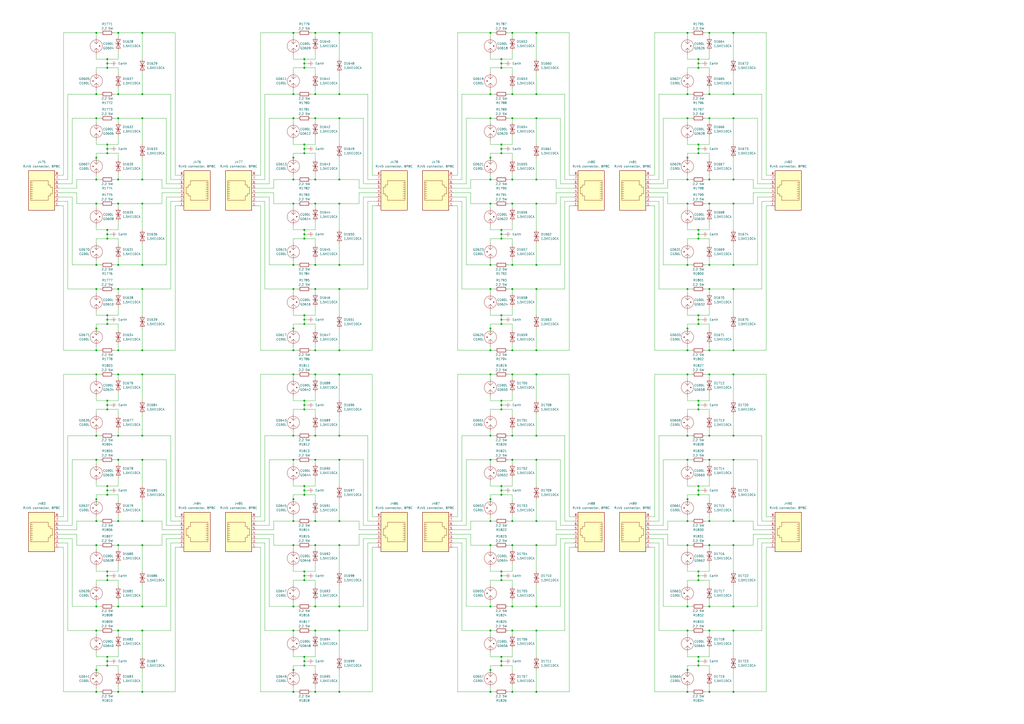
<source format=kicad_sch>
(kicad_sch (version 20231120) (generator "eeschema") (generator_version "8.0")
  (paper "A2")
  (junction (at 297.18 68.58))
  (junction (at 176.53 284.48))
  (junction (at 284.48 91.44))
  (junction (at 182.88 365.76))
  (junction (at 182.88 167.64))
  (junction (at 176.53 383.54))
  (junction (at 311.15 167.64))
  (junction (at 68.58 351.79))
  (junction (at 62.23 386.08))
  (junction (at 182.88 266.7))
  (junction (at 62.23 185.42))
  (junction (at 62.23 133.35))
  (junction (at 425.45 54.61))
  (junction (at 284.48 388.62))
  (junction (at 176.53 133.35))
  (junction (at 398.78 167.64))
  (junction (at 68.58 365.76))
  (junction (at 411.48 302.26))
  (junction (at 176.53 334.01))
  (junction (at 55.88 217.17))
  (junction (at 62.23 36.83))
  (junction (at 196.85 266.7))
  (junction (at 297.18 104.14))
  (junction (at 196.85 203.2))
  (junction (at 82.55 266.7))
  (junction (at 311.15 68.58))
  (junction (at 68.58 401.32))
  (junction (at 297.18 252.73))
  (junction (at 55.88 167.64))
  (junction (at 55.88 302.26))
  (junction (at 284.48 252.73))
  (junction (at 55.88 68.58))
  (junction (at 176.53 34.29))
  (junction (at 284.48 118.11))
  (junction (at 196.85 104.14))
  (junction (at 55.88 388.62))
  (junction (at 55.88 365.76))
  (junction (at 170.18 153.67))
  (junction (at 290.83 284.48))
  (junction (at 405.13 83.82))
  (junction (at 62.23 34.29))
  (junction (at 398.78 68.58))
  (junction (at 405.13 34.29))
  (junction (at 398.78 351.79))
  (junction (at 55.88 19.05))
  (junction (at 290.83 383.54))
  (junction (at 82.55 68.58))
  (junction (at 290.83 185.42))
  (junction (at 176.53 83.82))
  (junction (at 405.13 138.43))
  (junction (at 170.18 167.64))
  (junction (at 68.58 118.11))
  (junction (at 405.13 232.41))
  (junction (at 196.85 401.32))
  (junction (at 196.85 252.73))
  (junction (at 62.23 88.9))
  (junction (at 176.53 138.43))
  (junction (at 68.58 203.2))
  (junction (at 182.88 104.14))
  (junction (at 297.18 19.05))
  (junction (at 297.18 351.79))
  (junction (at 55.88 91.44))
  (junction (at 290.83 135.89))
  (junction (at 284.48 54.61))
  (junction (at 82.55 401.32))
  (junction (at 311.15 19.05))
  (junction (at 182.88 19.05))
  (junction (at 290.83 36.83))
  (junction (at 290.83 83.82))
  (junction (at 82.55 203.2))
  (junction (at 297.18 365.76))
  (junction (at 182.88 217.17))
  (junction (at 182.88 203.2))
  (junction (at 82.55 316.23))
  (junction (at 284.48 104.14))
  (junction (at 290.83 138.43))
  (junction (at 176.53 381))
  (junction (at 297.18 266.7))
  (junction (at 68.58 167.64))
  (junction (at 405.13 36.83))
  (junction (at 398.78 54.61))
  (junction (at 297.18 54.61))
  (junction (at 425.45 104.14))
  (junction (at 290.83 232.41))
  (junction (at 411.48 19.05))
  (junction (at 82.55 167.64))
  (junction (at 405.13 284.48))
  (junction (at 62.23 86.36))
  (junction (at 398.78 266.7))
  (junction (at 290.83 331.47))
  (junction (at 311.15 252.73))
  (junction (at 196.85 54.61))
  (junction (at 62.23 232.41))
  (junction (at 82.55 351.79))
  (junction (at 82.55 153.67))
  (junction (at 62.23 182.88))
  (junction (at 398.78 401.32))
  (junction (at 290.83 386.08))
  (junction (at 290.83 281.94))
  (junction (at 62.23 138.43))
  (junction (at 170.18 19.05))
  (junction (at 62.23 83.82))
  (junction (at 405.13 336.55))
  (junction (at 297.18 316.23))
  (junction (at 411.48 266.7))
  (junction (at 284.48 401.32))
  (junction (at 62.23 135.89))
  (junction (at 182.88 252.73))
  (junction (at 398.78 190.5))
  (junction (at 405.13 187.96))
  (junction (at 405.13 185.42))
  (junction (at 311.15 316.23))
  (junction (at 82.55 252.73))
  (junction (at 284.48 203.2))
  (junction (at 62.23 234.95))
  (junction (at 284.48 68.58))
  (junction (at 176.53 232.41))
  (junction (at 182.88 68.58))
  (junction (at 176.53 185.42))
  (junction (at 68.58 68.58))
  (junction (at 62.23 187.96))
  (junction (at 405.13 135.89))
  (junction (at 176.53 187.96))
  (junction (at 398.78 252.73))
  (junction (at 405.13 133.35))
  (junction (at 182.88 316.23))
  (junction (at 176.53 135.89))
  (junction (at 170.18 365.76))
  (junction (at 62.23 381))
  (junction (at 405.13 383.54))
  (junction (at 398.78 365.76))
  (junction (at 405.13 381))
  (junction (at 290.83 187.96))
  (junction (at 68.58 19.05))
  (junction (at 196.85 316.23))
  (junction (at 62.23 331.47))
  (junction (at 311.15 401.32))
  (junction (at 182.88 401.32))
  (junction (at 55.88 252.73))
  (junction (at 284.48 316.23))
  (junction (at 290.83 234.95))
  (junction (at 290.83 336.55))
  (junction (at 176.53 287.02))
  (junction (at 290.83 287.02))
  (junction (at 68.58 153.67))
  (junction (at 311.15 351.79))
  (junction (at 405.13 39.37))
  (junction (at 170.18 401.32))
  (junction (at 297.18 217.17))
  (junction (at 411.48 104.14))
  (junction (at 425.45 19.05))
  (junction (at 297.18 401.32))
  (junction (at 62.23 281.94))
  (junction (at 290.83 334.01))
  (junction (at 398.78 217.17))
  (junction (at 311.15 302.26))
  (junction (at 425.45 302.26))
  (junction (at 170.18 388.62))
  (junction (at 170.18 289.56))
  (junction (at 425.45 266.7))
  (junction (at 425.45 203.2))
  (junction (at 182.88 153.67))
  (junction (at 284.48 190.5))
  (junction (at 411.48 401.32))
  (junction (at 55.88 203.2))
  (junction (at 311.15 266.7))
  (junction (at 62.23 334.01))
  (junction (at 405.13 237.49))
  (junction (at 297.18 153.67))
  (junction (at 82.55 104.14))
  (junction (at 425.45 365.76))
  (junction (at 311.15 153.67))
  (junction (at 411.48 351.79))
  (junction (at 425.45 153.67))
  (junction (at 170.18 351.79))
  (junction (at 398.78 91.44))
  (junction (at 425.45 401.32))
  (junction (at 284.48 365.76))
  (junction (at 290.83 39.37))
  (junction (at 196.85 302.26))
  (junction (at 176.53 386.08))
  (junction (at 290.83 237.49))
  (junction (at 398.78 203.2))
  (junction (at 411.48 252.73))
  (junction (at 196.85 167.64))
  (junction (at 176.53 237.49))
  (junction (at 196.85 153.67))
  (junction (at 55.88 153.67))
  (junction (at 68.58 54.61))
  (junction (at 311.15 104.14))
  (junction (at 68.58 217.17))
  (junction (at 170.18 203.2))
  (junction (at 398.78 153.67))
  (junction (at 55.88 401.32))
  (junction (at 68.58 104.14))
  (junction (at 411.48 118.11))
  (junction (at 182.88 351.79))
  (junction (at 55.88 266.7))
  (junction (at 62.23 39.37))
  (junction (at 176.53 331.47))
  (junction (at 68.58 302.26))
  (junction (at 398.78 104.14))
  (junction (at 176.53 182.88))
  (junction (at 62.23 287.02))
  (junction (at 55.88 118.11))
  (junction (at 82.55 217.17))
  (junction (at 55.88 104.14))
  (junction (at 176.53 234.95))
  (junction (at 196.85 118.11))
  (junction (at 55.88 289.56))
  (junction (at 82.55 302.26))
  (junction (at 290.83 86.36))
  (junction (at 411.48 365.76))
  (junction (at 55.88 351.79))
  (junction (at 290.83 34.29))
  (junction (at 284.48 19.05))
  (junction (at 82.55 54.61))
  (junction (at 425.45 217.17))
  (junction (at 284.48 217.17))
  (junction (at 55.88 316.23))
  (junction (at 311.15 217.17))
  (junction (at 176.53 36.83))
  (junction (at 196.85 68.58))
  (junction (at 425.45 167.64))
  (junction (at 55.88 190.5))
  (junction (at 398.78 302.26))
  (junction (at 405.13 334.01))
  (junction (at 170.18 302.26))
  (junction (at 170.18 68.58))
  (junction (at 68.58 252.73))
  (junction (at 62.23 336.55))
  (junction (at 170.18 316.23))
  (junction (at 405.13 234.95))
  (junction (at 398.78 316.23))
  (junction (at 176.53 86.36))
  (junction (at 411.48 217.17))
  (junction (at 411.48 167.64))
  (junction (at 405.13 386.08))
  (junction (at 182.88 118.11))
  (junction (at 411.48 54.61))
  (junction (at 297.18 167.64))
  (junction (at 182.88 54.61))
  (junction (at 290.83 133.35))
  (junction (at 425.45 316.23))
  (junction (at 176.53 281.94))
  (junction (at 405.13 182.88))
  (junction (at 170.18 266.7))
  (junction (at 405.13 88.9))
  (junction (at 176.53 39.37))
  (junction (at 398.78 289.56))
  (junction (at 290.83 88.9))
  (junction (at 311.15 118.11))
  (junction (at 62.23 383.54))
  (junction (at 398.78 118.11))
  (junction (at 82.55 118.11))
  (junction (at 297.18 203.2))
  (junction (at 55.88 54.61))
  (junction (at 425.45 252.73))
  (junction (at 411.48 68.58))
  (junction (at 196.85 351.79))
  (junction (at 284.48 153.67))
  (junction (at 68.58 316.23))
  (junction (at 311.15 203.2))
  (junction (at 284.48 351.79))
  (junction (at 411.48 316.23))
  (junction (at 405.13 281.94))
  (junction (at 425.45 118.11))
  (junction (at 411.48 153.67))
  (junction (at 425.45 68.58))
  (junction (at 398.78 388.62))
  (junction (at 176.53 336.55))
  (junction (at 170.18 217.17))
  (junction (at 398.78 19.05))
  (junction (at 297.18 118.11))
  (junction (at 62.23 284.48))
  (junction (at 405.13 287.02))
  (junction (at 405.13 331.47))
  (junction (at 284.48 302.26))
  (junction (at 425.45 351.79))
  (junction (at 170.18 118.11))
  (junction (at 170.18 91.44))
  (junction (at 405.13 86.36))
  (junction (at 290.83 381))
  (junction (at 176.53 88.9))
  (junction (at 170.18 104.14))
  (junction (at 297.18 302.26))
  (junction (at 196.85 19.05))
  (junction (at 311.15 365.76))
  (junction (at 196.85 365.76))
  (junction (at 284.48 167.64))
  (junction (at 411.48 203.2))
  (junction (at 284.48 289.56))
  (junction (at 311.15 54.61))
  (junction (at 170.18 252.73))
  (junction (at 182.88 302.26))
  (junction (at 82.55 19.05))
  (junction (at 82.55 365.76))
  (junction (at 62.23 237.49))
  (junction (at 284.48 266.7))
  (junction (at 170.18 190.5))
  (junction (at 290.83 182.88))
  (junction (at 196.85 217.17))
  (junction (at 170.18 54.61))
  (junction (at 68.58 266.7))
  (wire (pts (xy 382.27 252.73) (xy 398.78 252.73)))
  (wire (pts (xy 411.48 120.65) (xy 411.48 118.11)))
  (wire (pts (xy 398.78 250.19) (xy 398.78 252.73)))
  (wire (pts (xy 411.48 19.05) (xy 425.45 19.05)))
  (wire (pts (xy 405.13 185.42) (xy 405.13 187.96)))
  (wire (pts (xy 411.48 104.14) (xy 411.48 100.33)))
  (wire (pts (xy 398.78 52.07) (xy 398.78 54.61)))
  (wire (pts (xy 39.37 116.84) (xy 39.37 167.64)))
  (wire (pts (xy 332.74 119.38) (xy 330.2 119.38)))
  (wire (pts (xy 407.67 383.54) (xy 405.13 383.54)))
  (wire (pts (xy 182.88 92.71) (xy 182.88 88.9)))
  (wire (pts (xy 99.06 365.76) (xy 82.55 365.76)))
  (wire (pts (xy 68.58 302.26) (xy 68.58 298.45)))
  (wire (pts (xy 267.97 54.61) (xy 284.48 54.61)))
  (wire (pts (xy 68.58 302.26) (xy 82.55 302.26)))
  (wire (pts (xy 170.18 91.44) (xy 170.18 93.98)))
  (wire (pts (xy 153.67 104.14) (xy 153.67 54.61)))
  (wire (pts (xy 82.55 331.47) (xy 82.55 316.23)))
  (wire (pts (xy 196.85 240.03) (xy 196.85 252.73)))
  (wire (pts (xy 411.48 133.35) (xy 411.48 128.27)))
  (wire (pts (xy 441.96 167.64) (xy 425.45 167.64)))
  (wire (pts (xy 68.58 217.17) (xy 82.55 217.17)))
  (wire (pts (xy 158.75 316.23) (xy 170.18 316.23)))
  (wire (pts (xy 64.77 135.89) (xy 62.23 135.89)))
  (wire (pts (xy 444.5 19.05) (xy 425.45 19.05)))
  (wire (pts (xy 284.48 91.44) (xy 284.48 93.98)))
  (wire (pts (xy 425.45 182.88) (xy 425.45 167.64)))
  (wire (pts (xy 218.44 299.72) (xy 215.9 299.72)))
  (wire (pts (xy 55.88 232.41) (xy 62.23 232.41)))
  (wire (pts (xy 196.85 91.44) (xy 196.85 104.14)))
  (wire (pts (xy 273.05 104.14) (xy 284.48 104.14)))
  (wire (pts (xy 311.15 281.94) (xy 311.15 266.7)))
  (wire (pts (xy 262.89 109.22) (xy 273.05 109.22)))
  (wire (pts (xy 55.88 279.4) (xy 55.88 281.94)))
  (wire (pts (xy 405.13 34.29) (xy 405.13 36.83)))
  (wire (pts (xy 196.85 140.97) (xy 196.85 153.67)))
  (wire (pts (xy 379.73 101.6) (xy 379.73 19.05)))
  (wire (pts (xy 176.53 381) (xy 182.88 381)))
  (wire (pts (xy 182.88 266.7) (xy 196.85 266.7)))
  (wire (pts (xy 55.88 167.64) (xy 55.88 170.18)))
  (wire (pts (xy 293.37 135.89) (xy 290.83 135.89)))
  (wire (pts (xy 58.42 252.73) (xy 55.88 252.73)))
  (wire (pts (xy 407.67 36.83) (xy 405.13 36.83)))
  (wire (pts (xy 297.18 92.71) (xy 297.18 88.9)))
  (wire (pts (xy 68.58 34.29) (xy 68.58 29.21)))
  (wire (pts (xy 172.72 266.7) (xy 170.18 266.7)))
  (wire (pts (xy 379.73 19.05) (xy 398.78 19.05)))
  (wire (pts (xy 99.06 116.84) (xy 99.06 167.64)))
  (wire (pts (xy 287.02 68.58) (xy 284.48 68.58)))
  (wire (pts (xy 66.04 104.14) (xy 68.58 104.14)))
  (wire (pts (xy 297.18 331.47) (xy 297.18 326.39)))
  (wire (pts (xy 55.88 378.46) (xy 55.88 381)))
  (wire (pts (xy 179.07 334.01) (xy 176.53 334.01)))
  (wire (pts (xy 436.88 111.76) (xy 436.88 118.11)))
  (wire (pts (xy 180.34 351.79) (xy 182.88 351.79)))
  (wire (pts (xy 332.74 309.88) (xy 322.58 309.88)))
  (wire (pts (xy 170.18 182.88) (xy 176.53 182.88)))
  (wire (pts (xy 382.27 116.84) (xy 382.27 167.64)))
  (wire (pts (xy 170.18 81.28) (xy 170.18 83.82)))
  (wire (pts (xy 210.82 153.67) (xy 196.85 153.67)))
  (wire (pts (xy 104.14 114.3) (xy 96.52 114.3)))
  (wire (pts (xy 176.53 232.41) (xy 176.53 234.95)))
  (wire (pts (xy 325.12 106.68) (xy 325.12 68.58)))
  (wire (pts (xy 55.88 365.76) (xy 55.88 368.3)))
  (wire (pts (xy 294.64 266.7) (xy 297.18 266.7)))
  (wire (pts (xy 327.66 167.64) (xy 311.15 167.64)))
  (wire (pts (xy 436.88 309.88) (xy 436.88 316.23)))
  (wire (pts (xy 405.13 232.41) (xy 405.13 234.95)))
  (wire (pts (xy 405.13 133.35) (xy 405.13 135.89)))
  (wire (pts (xy 41.91 153.67) (xy 55.88 153.67)))
  (wire (pts (xy 444.5 119.38) (xy 444.5 203.2)))
  (wire (pts (xy 62.23 88.9) (xy 55.88 88.9)))
  (wire (pts (xy 290.83 138.43) (xy 284.48 138.43)))
  (wire (pts (xy 287.02 252.73) (xy 284.48 252.73)))
  (wire (pts (xy 439.42 106.68) (xy 439.42 68.58)))
  (wire (pts (xy 58.42 104.14) (xy 55.88 104.14)))
  (wire (pts (xy 411.48 153.67) (xy 411.48 149.86)))
  (wire (pts (xy 180.34 302.26) (xy 182.88 302.26)))
  (wire (pts (xy 182.88 71.12) (xy 182.88 68.58)))
  (wire (pts (xy 441.96 365.76) (xy 425.45 365.76)))
  (wire (pts (xy 68.58 381) (xy 68.58 375.92)))
  (wire (pts (xy 297.18 19.05) (xy 311.15 19.05)))
  (wire (pts (xy 408.94 104.14) (xy 411.48 104.14)))
  (wire (pts (xy 411.48 142.24) (xy 411.48 138.43)))
  (wire (pts (xy 104.14 299.72) (xy 101.6 299.72)))
  (wire (pts (xy 36.83 19.05) (xy 55.88 19.05)))
  (wire (pts (xy 151.13 101.6) (xy 151.13 19.05)))
  (wire (pts (xy 182.88 316.23) (xy 196.85 316.23)))
  (wire (pts (xy 68.58 281.94) (xy 68.58 276.86)))
  (wire (pts (xy 182.88 88.9) (xy 176.53 88.9)))
  (wire (pts (xy 425.45 381) (xy 425.45 365.76)))
  (wire (pts (xy 379.73 401.32) (xy 398.78 401.32)))
  (wire (pts (xy 297.18 104.14) (xy 297.18 100.33)))
  (wire (pts (xy 68.58 187.96) (xy 62.23 187.96)))
  (wire (pts (xy 55.88 349.25) (xy 55.88 351.79)))
  (wire (pts (xy 267.97 116.84) (xy 267.97 167.64)))
  (wire (pts (xy 294.64 118.11) (xy 297.18 118.11)))
  (wire (pts (xy 151.13 217.17) (xy 170.18 217.17)))
  (wire (pts (xy 332.74 312.42) (xy 325.12 312.42)))
  (wire (pts (xy 170.18 287.02) (xy 170.18 289.56)))
  (wire (pts (xy 398.78 83.82) (xy 405.13 83.82)))
  (wire (pts (xy 55.88 266.7) (xy 55.88 269.24)))
  (wire (pts (xy 322.58 118.11) (xy 311.15 118.11)))
  (wire (pts (xy 293.37 86.36) (xy 290.83 86.36)))
  (wire (pts (xy 179.07 234.95) (xy 176.53 234.95)))
  (wire (pts (xy 182.88 365.76) (xy 196.85 365.76)))
  (wire (pts (xy 411.48 252.73) (xy 411.48 248.92)))
  (wire (pts (xy 55.88 336.55) (xy 55.88 339.09)))
  (wire (pts (xy 447.04 101.6) (xy 444.5 101.6)))
  (wire (pts (xy 182.88 331.47) (xy 182.88 326.39)))
  (wire (pts (xy 398.78 328.93) (xy 398.78 331.47)))
  (wire (pts (xy 176.53 383.54) (xy 176.53 386.08)))
  (wire (pts (xy 68.58 118.11) (xy 82.55 118.11)))
  (wire (pts (xy 407.67 334.01) (xy 405.13 334.01)))
  (wire (pts (xy 447.04 317.5) (xy 444.5 317.5)))
  (wire (pts (xy 148.59 111.76) (xy 158.75 111.76)))
  (wire (pts (xy 441.96 314.96) (xy 441.96 365.76)))
  (wire (pts (xy 170.18 289.56) (xy 170.18 292.1)))
  (wire (pts (xy 284.48 190.5) (xy 284.48 193.04)))
  (wire (pts (xy 294.64 167.64) (xy 297.18 167.64)))
  (wire (pts (xy 311.15 140.97) (xy 311.15 153.67)))
  (wire (pts (xy 96.52 68.58) (xy 82.55 68.58)))
  (wire (pts (xy 284.48 232.41) (xy 290.83 232.41)))
  (wire (pts (xy 387.35 109.22) (xy 387.35 104.14)))
  (wire (pts (xy 66.04 118.11) (xy 68.58 118.11)))
  (wire (pts (xy 180.34 401.32) (xy 182.88 401.32)))
  (wire (pts (xy 82.55 302.26) (xy 93.98 302.26)))
  (wire (pts (xy 66.04 302.26) (xy 68.58 302.26)))
  (wire (pts (xy 284.48 68.58) (xy 284.48 71.12)))
  (wire (pts (xy 55.88 388.62) (xy 55.88 391.16)))
  (wire (pts (xy 182.88 54.61) (xy 182.88 50.8)))
  (wire (pts (xy 176.53 135.89) (xy 176.53 138.43)))
  (wire (pts (xy 176.53 185.42) (xy 176.53 187.96)))
  (wire (pts (xy 218.44 312.42) (xy 210.82 312.42)))
  (wire (pts (xy 62.23 36.83) (xy 62.23 39.37)))
  (wire (pts (xy 180.34 54.61) (xy 182.88 54.61)))
  (wire (pts (xy 294.64 203.2) (xy 297.18 203.2)))
  (wire (pts (xy 265.43 217.17) (xy 284.48 217.17)))
  (wire (pts (xy 158.75 118.11) (xy 170.18 118.11)))
  (wire (pts (xy 273.05 109.22) (xy 273.05 104.14)))
  (wire (pts (xy 196.85 388.62) (xy 196.85 401.32)))
  (wire (pts (xy 290.83 182.88) (xy 290.83 185.42)))
  (wire (pts (xy 297.18 340.36) (xy 297.18 336.55)))
  (wire (pts (xy 176.53 36.83) (xy 176.53 39.37)))
  (wire (pts (xy 408.94 365.76) (xy 411.48 365.76)))
  (wire (pts (xy 55.88 299.72) (xy 55.88 302.26)))
  (wire (pts (xy 66.04 167.64) (xy 68.58 167.64)))
  (wire (pts (xy 398.78 190.5) (xy 398.78 193.04)))
  (wire (pts (xy 398.78 316.23) (xy 398.78 318.77)))
  (wire (pts (xy 180.34 217.17) (xy 182.88 217.17)))
  (wire (pts (xy 196.85 83.82) (xy 196.85 68.58)))
  (wire (pts (xy 425.45 91.44) (xy 425.45 104.14)))
  (wire (pts (xy 62.23 182.88) (xy 62.23 185.42)))
  (wire (pts (xy 401.32 104.14) (xy 398.78 104.14)))
  (wire (pts (xy 196.85 302.26) (xy 208.28 302.26)))
  (wire (pts (xy 172.72 118.11) (xy 170.18 118.11)))
  (wire (pts (xy 405.13 88.9) (xy 398.78 88.9)))
  (wire (pts (xy 55.88 91.44) (xy 55.88 93.98)))
  (wire (pts (xy 297.18 34.29) (xy 297.18 29.21)))
  (wire (pts (xy 34.29 314.96) (xy 39.37 314.96)))
  (wire (pts (xy 262.89 304.8) (xy 270.51 304.8)))
  (wire (pts (xy 218.44 116.84) (xy 213.36 116.84)))
  (wire (pts (xy 387.35 307.34) (xy 387.35 302.26)))
  (wire (pts (xy 284.48 39.37) (xy 284.48 41.91)))
  (wire (pts (xy 284.48 381) (xy 290.83 381)))
  (wire (pts (xy 377.19 307.34) (xy 387.35 307.34)))
  (wire (pts (xy 284.48 266.7) (xy 284.48 269.24)))
  (wire (pts (xy 411.48 21.59) (xy 411.48 19.05)))
  (wire (pts (xy 158.75 111.76) (xy 158.75 118.11)))
  (wire (pts (xy 176.53 281.94) (xy 176.53 284.48)))
  (wire (pts (xy 68.58 68.58) (xy 82.55 68.58)))
  (wire (pts (xy 158.75 109.22) (xy 158.75 104.14)))
  (wire (pts (xy 444.5 101.6) (xy 444.5 19.05)))
  (wire (pts (xy 58.42 351.79) (xy 55.88 351.79)))
  (wire (pts (xy 218.44 106.68) (xy 210.82 106.68)))
  (wire (pts (xy 297.18 217.17) (xy 311.15 217.17)))
  (wire (pts (xy 408.94 316.23) (xy 411.48 316.23)))
  (wire (pts (xy 411.48 269.24) (xy 411.48 266.7)))
  (wire (pts (xy 34.29 109.22) (xy 44.45 109.22)))
  (wire (pts (xy 311.15 339.09) (xy 311.15 351.79)))
  (wire (pts (xy 411.48 219.71) (xy 411.48 217.17)))
  (wire (pts (xy 55.88 118.11) (xy 55.88 120.65)))
  (wire (pts (xy 398.78 336.55) (xy 398.78 339.09)))
  (wire (pts (xy 425.45 104.14) (xy 436.88 104.14)))
  (wire (pts (xy 270.51 266.7) (xy 284.48 266.7)))
  (wire (pts (xy 398.78 349.25) (xy 398.78 351.79)))
  (wire (pts (xy 170.18 266.7) (xy 170.18 269.24)))
  (wire (pts (xy 398.78 365.76) (xy 398.78 368.3)))
  (wire (pts (xy 170.18 316.23) (xy 170.18 318.77)))
  (wire (pts (xy 262.89 104.14) (xy 267.97 104.14)))
  (wire (pts (xy 436.88 109.22) (xy 447.04 109.22)))
  (wire (pts (xy 290.83 135.89) (xy 290.83 138.43)))
  (wire (pts (xy 297.18 386.08) (xy 297.18 389.89)))
  (wire (pts (xy 62.23 232.41) (xy 62.23 234.95)))
  (wire (pts (xy 297.18 302.26) (xy 297.18 298.45)))
  (wire (pts (xy 34.29 104.14) (xy 39.37 104.14)))
  (wire (pts (xy 148.59 312.42) (xy 156.21 312.42)))
  (wire (pts (xy 179.07 135.89) (xy 176.53 135.89)))
  (wire (pts (xy 405.13 331.47) (xy 405.13 334.01)))
  (wire (pts (xy 398.78 232.41) (xy 405.13 232.41)))
  (wire (pts (xy 170.18 229.87) (xy 170.18 232.41)))
  (wire (pts (xy 34.29 119.38) (xy 36.83 119.38)))
  (wire (pts (xy 290.83 34.29) (xy 290.83 36.83)))
  (wire (pts (xy 156.21 153.67) (xy 170.18 153.67)))
  (wire (pts (xy 104.14 111.76) (xy 93.98 111.76)))
  (wire (pts (xy 311.15 388.62) (xy 311.15 401.32)))
  (wire (pts (xy 447.04 299.72) (xy 444.5 299.72)))
  (wire (pts (xy 170.18 200.66) (xy 170.18 203.2)))
  (wire (pts (xy 405.13 336.55) (xy 398.78 336.55)))
  (wire (pts (xy 411.48 401.32) (xy 425.45 401.32)))
  (wire (pts (xy 287.02 203.2) (xy 284.48 203.2)))
  (wire (pts (xy 68.58 340.36) (xy 68.58 336.55)))
  (wire (pts (xy 273.05 309.88) (xy 273.05 316.23)))
  (wire (pts (xy 294.64 365.76) (xy 297.18 365.76)))
  (wire (pts (xy 425.45 140.97) (xy 425.45 153.67)))
  (wire (pts (xy 332.74 114.3) (xy 325.12 114.3)))
  (wire (pts (xy 332.74 302.26) (xy 327.66 302.26)))
  (wire (pts (xy 447.04 111.76) (xy 436.88 111.76)))
  (wire (pts (xy 297.18 203.2) (xy 311.15 203.2)))
  (wire (pts (xy 379.73 299.72) (xy 379.73 217.17)))
  (wire (pts (xy 411.48 199.39) (xy 411.48 203.2)))
  (wire (pts (xy 182.88 401.32) (xy 196.85 401.32)))
  (wire (pts (xy 262.89 116.84) (xy 267.97 116.84)))
  (wire (pts (xy 182.88 120.65) (xy 182.88 118.11)))
  (wire (pts (xy 36.83 299.72) (xy 36.83 217.17)))
  (wire (pts (xy 151.13 203.2) (xy 170.18 203.2)))
  (wire (pts (xy 294.64 153.67) (xy 297.18 153.67)))
  (wire (pts (xy 405.13 381) (xy 405.13 383.54)))
  (wire (pts (xy 265.43 101.6) (xy 265.43 19.05)))
  (wire (pts (xy 405.13 284.48) (xy 405.13 287.02)))
  (wire (pts (xy 170.18 336.55) (xy 170.18 339.09)))
  (wire (pts (xy 379.73 119.38) (xy 379.73 203.2)))
  (wire (pts (xy 405.13 135.89) (xy 405.13 138.43)))
  (wire (pts (xy 176.53 182.88) (xy 182.88 182.88)))
  (wire (pts (xy 213.36 167.64) (xy 196.85 167.64)))
  (wire (pts (xy 297.18 368.3) (xy 297.18 365.76)))
  (wire (pts (xy 68.58 368.3) (xy 68.58 365.76)))
  (wire (pts (xy 55.88 316.23) (xy 55.88 318.77)))
  (wire (pts (xy 290.83 182.88) (xy 297.18 182.88)))
  (wire (pts (xy 176.53 287.02) (xy 170.18 287.02)))
  (wire (pts (xy 377.19 109.22) (xy 387.35 109.22)))
  (wire (pts (xy 439.42 266.7) (xy 425.45 266.7)))
  (wire (pts (xy 101.6 217.17) (xy 82.55 217.17)))
  (wire (pts (xy 398.78 101.6) (xy 398.78 104.14)))
  (wire (pts (xy 156.21 351.79) (xy 170.18 351.79)))
  (wire (pts (xy 208.28 111.76) (xy 208.28 118.11)))
  (wire (pts (xy 170.18 130.81) (xy 170.18 133.35)))
  (wire (pts (xy 170.18 138.43) (xy 170.18 140.97)))
  (wire (pts (xy 34.29 299.72) (xy 36.83 299.72)))
  (wire (pts (xy 436.88 118.11) (xy 425.45 118.11)))
  (wire (pts (xy 41.91 68.58) (xy 55.88 68.58)))
  (wire (pts (xy 408.94 118.11) (xy 411.48 118.11)))
  (wire (pts (xy 294.64 401.32) (xy 297.18 401.32)))
  (wire (pts (xy 182.88 386.08) (xy 176.53 386.08)))
  (wire (pts (xy 68.58 104.14) (xy 82.55 104.14)))
  (wire (pts (xy 444.5 203.2) (xy 425.45 203.2)))
  (wire (pts (xy 182.88 21.59) (xy 182.88 19.05)))
  (wire (pts (xy 408.94 266.7) (xy 411.48 266.7)))
  (wire (pts (xy 425.45 331.47) (xy 425.45 316.23)))
  (wire (pts (xy 332.74 111.76) (xy 322.58 111.76)))
  (wire (pts (xy 82.55 281.94) (xy 82.55 266.7)))
  (wire (pts (xy 179.07 36.83) (xy 176.53 36.83)))
  (wire (pts (xy 180.34 68.58) (xy 182.88 68.58)))
  (wire (pts (xy 267.97 252.73) (xy 284.48 252.73)))
  (wire (pts (xy 68.58 104.14) (xy 68.58 100.33)))
  (wire (pts (xy 330.2 401.32) (xy 311.15 401.32)))
  (wire (pts (xy 439.42 351.79) (xy 425.45 351.79)))
  (wire (pts (xy 405.13 34.29) (xy 411.48 34.29)))
  (wire (pts (xy 411.48 252.73) (xy 425.45 252.73)))
  (wire (pts (xy 182.88 318.77) (xy 182.88 316.23)))
  (wire (pts (xy 284.48 289.56) (xy 284.48 292.1)))
  (wire (pts (xy 68.58 43.18) (xy 68.58 39.37)))
  (wire (pts (xy 176.53 133.35) (xy 182.88 133.35)))
  (wire (pts (xy 405.13 287.02) (xy 398.78 287.02)))
  (wire (pts (xy 290.83 232.41) (xy 290.83 234.95)))
  (wire (pts (xy 411.48 203.2) (xy 425.45 203.2)))
  (wire (pts (xy 55.88 31.75) (xy 55.88 34.29)))
  (wire (pts (xy 176.53 39.37) (xy 170.18 39.37)))
  (wire (pts (xy 284.48 365.76) (xy 284.48 368.3)))
  (wire (pts (xy 41.91 266.7) (xy 55.88 266.7)))
  (wire (pts (xy 447.04 104.14) (xy 441.96 104.14)))
  (wire (pts (xy 311.15 182.88) (xy 311.15 167.64)))
  (wire (pts (xy 55.88 39.37) (xy 55.88 41.91)))
  (wire (pts (xy 297.18 252.73) (xy 311.15 252.73)))
  (wire (pts (xy 104.14 106.68) (xy 96.52 106.68)))
  (wire (pts (xy 411.48 68.58) (xy 425.45 68.58)))
  (wire (pts (xy 210.82 114.3) (xy 210.82 153.67)))
  (wire (pts (xy 182.88 187.96) (xy 176.53 187.96)))
  (wire (pts (xy 284.48 316.23) (xy 284.48 318.77)))
  (wire (pts (xy 401.32 316.23) (xy 398.78 316.23)))
  (wire (pts (xy 156.21 304.8) (xy 156.21 266.7)))
  (wire (pts (xy 411.48 88.9) (xy 405.13 88.9)))
  (wire (pts (xy 311.15 232.41) (xy 311.15 217.17)))
  (wire (pts (xy 398.78 34.29) (xy 405.13 34.29)))
  (wire (pts (xy 170.18 232.41) (xy 176.53 232.41)))
  (wire (pts (xy 297.18 142.24) (xy 297.18 138.43)))
  (wire (pts (xy 270.51 312.42) (xy 270.51 351.79)))
  (wire (pts (xy 182.88 83.82) (xy 182.88 78.74)))
  (wire (pts (xy 322.58 302.26) (xy 322.58 307.34)))
  (wire (pts (xy 82.55 190.5) (xy 82.55 203.2)))
  (wire (pts (xy 290.83 88.9) (xy 284.48 88.9)))
  (wire (pts (xy 267.97 365.76) (xy 284.48 365.76)))
  (wire (pts (xy 55.88 101.6) (xy 55.88 104.14)))
  (wire (pts (xy 179.07 284.48) (xy 176.53 284.48)))
  (wire (pts (xy 176.53 281.94) (xy 182.88 281.94)))
  (wire (pts (xy 182.88 187.96) (xy 182.88 191.77)))
  (wire (pts (xy 156.21 312.42) (xy 156.21 351.79)))
  (wire (pts (xy 425.45 388.62) (xy 425.45 401.32)))
  (wire (pts (xy 411.48 237.49) (xy 405.13 237.49)))
  (wire (pts (xy 208.28 316.23) (xy 196.85 316.23)))
  (wire (pts (xy 176.53 182.88) (xy 176.53 185.42)))
  (wire (pts (xy 170.18 388.62) (xy 170.18 391.16)))
  (wire (pts (xy 297.18 43.18) (xy 297.18 39.37)))
  (wire (pts (xy 387.35 316.23) (xy 398.78 316.23)))
  (wire (pts (xy 398.78 180.34) (xy 398.78 182.88)))
  (wire (pts (xy 405.13 133.35) (xy 411.48 133.35)))
  (wire (pts (xy 401.32 266.7) (xy 398.78 266.7)))
  (wire (pts (xy 398.78 289.56) (xy 398.78 292.1)))
  (wire (pts (xy 55.88 381) (xy 62.23 381)))
  (wire (pts (xy 290.83 287.02) (xy 284.48 287.02)))
  (wire (pts (xy 41.91 351.79) (xy 55.88 351.79)))
  (wire (pts (xy 265.43 19.05) (xy 284.48 19.05)))
  (wire (pts (xy 215.9 401.32) (xy 196.85 401.32)))
  (wire (pts (xy 270.51 114.3) (xy 270.51 153.67)))
  (wire (pts (xy 290.83 383.54) (xy 290.83 386.08)))
  (wire (pts (xy 213.36 365.76) (xy 196.85 365.76)))
  (wire (pts (xy 170.18 187.96) (xy 170.18 190.5)))
  (wire (pts (xy 398.78 19.05) (xy 398.78 21.59)))
  (wire (pts (xy 405.13 237.49) (xy 398.78 237.49)))
  (wire (pts (xy 62.23 381) (xy 68.58 381)))
  (wire (pts (xy 156.21 106.68) (xy 156.21 68.58)))
  (wire (pts (xy 55.88 138.43) (xy 55.88 140.97)))
  (wire (pts (xy 64.77 36.83) (xy 62.23 36.83)))
  (wire (pts (xy 290.83 381) (xy 297.18 381)))
  (wire (pts (xy 62.23 86.36) (xy 62.23 88.9)))
  (wire (pts (xy 327.66 104.14) (xy 327.66 54.61)))
  (wire (pts (xy 153.67 302.26) (xy 153.67 252.73)))
  (wire (pts (xy 176.53 331.47) (xy 176.53 334.01)))
  (wire (pts (xy 182.88 386.08) (xy 182.88 389.89)))
  (wire (pts (xy 182.88 351.79) (xy 182.88 347.98)))
  (wire (pts (xy 66.04 68.58) (xy 68.58 68.58)))
  (wire (pts (xy 411.48 118.11) (xy 425.45 118.11)))
  (wire (pts (xy 170.18 52.07) (xy 170.18 54.61)))
  (wire (pts (xy 148.59 307.34) (xy 158.75 307.34)))
  (wire (pts (xy 377.19 314.96) (xy 382.27 314.96)))
  (wire (pts (xy 218.44 101.6) (xy 215.9 101.6)))
  (wire (pts (xy 170.18 349.25) (xy 170.18 351.79)))
  (wire (pts (xy 55.88 19.05) (xy 55.88 21.59)))
  (wire (pts (xy 411.48 170.18) (xy 411.48 167.64)))
  (wire (pts (xy 36.83 203.2) (xy 55.88 203.2)))
  (wire (pts (xy 99.06 167.64) (xy 82.55 167.64)))
  (wire (pts (xy 41.91 114.3) (xy 41.91 153.67)))
  (wire (pts (xy 55.88 52.07) (xy 55.88 54.61)))
  (wire (pts (xy 196.85 289.56) (xy 196.85 302.26)))
  (wire (pts (xy 182.88 19.05) (xy 196.85 19.05)))
  (wire (pts (xy 447.04 304.8) (xy 439.42 304.8)))
  (wire (pts (xy 34.29 307.34) (xy 44.45 307.34)))
  (wire (pts (xy 99.06 302.26) (xy 99.06 252.73)))
  (wire (pts (xy 36.83 217.17) (xy 55.88 217.17)))
  (wire (pts (xy 93.98 118.11) (xy 82.55 118.11)))
  (wire (pts (xy 68.58 182.88) (xy 68.58 177.8)))
  (wire (pts (xy 405.13 83.82) (xy 411.48 83.82)))
  (wire (pts (xy 196.85 232.41) (xy 196.85 217.17)))
  (wire (pts (xy 297.18 381) (xy 297.18 375.92)))
  (wire (pts (xy 176.53 83.82) (xy 182.88 83.82)))
  (wire (pts (xy 62.23 334.01) (xy 62.23 336.55)))
  (wire (pts (xy 148.59 106.68) (xy 156.21 106.68)))
  (wire (pts (xy 401.32 203.2) (xy 398.78 203.2)))
  (wire (pts (xy 382.27 314.96) (xy 382.27 365.76)))
  (wire (pts (xy 408.94 167.64) (xy 411.48 167.64)))
  (wire (pts (xy 297.18 351.79) (xy 297.18 347.98)))
  (wire (pts (xy 384.81 266.7) (xy 398.78 266.7)))
  (wire (pts (xy 39.37 104.14) (xy 39.37 54.61)))
  (wire (pts (xy 284.48 52.07) (xy 284.48 54.61)))
  (wire (pts (xy 436.88 302.26) (xy 436.88 307.34)))
  (wire (pts (xy 398.78 182.88) (xy 405.13 182.88)))
  (wire (pts (xy 325.12 114.3) (xy 325.12 153.67)))
  (wire (pts (xy 179.07 185.42) (xy 176.53 185.42)))
  (wire (pts (xy 62.23 138.43) (xy 55.88 138.43)))
  (wire (pts (xy 293.37 284.48) (xy 290.83 284.48)))
  (wire (pts (xy 182.88 232.41) (xy 182.88 227.33)))
  (wire (pts (xy 101.6 203.2) (xy 82.55 203.2)))
  (wire (pts (xy 407.67 234.95) (xy 405.13 234.95)))
  (wire (pts (xy 377.19 101.6) (xy 379.73 101.6)))
  (wire (pts (xy 182.88 241.3) (xy 182.88 237.49)))
  (wire (pts (xy 170.18 151.13) (xy 170.18 153.67)))
  (wire (pts (xy 411.48 104.14) (xy 425.45 104.14)))
  (wire (pts (xy 265.43 317.5) (xy 265.43 401.32)))
  (wire (pts (xy 176.53 187.96) (xy 170.18 187.96)))
  (wire (pts (xy 62.23 232.41) (xy 68.58 232.41)))
  (wire (pts (xy 68.58 83.82) (xy 68.58 78.74)))
  (wire (pts (xy 172.72 19.05) (xy 170.18 19.05)))
  (wire (pts (xy 215.9 317.5) (xy 215.9 401.32)))
  (wire (pts (xy 66.04 266.7) (xy 68.58 266.7)))
  (wire (pts (xy 411.48 386.08) (xy 405.13 386.08)))
  (wire (pts (xy 210.82 351.79) (xy 196.85 351.79)))
  (wire (pts (xy 68.58 252.73) (xy 82.55 252.73)))
  (wire (pts (xy 62.23 383.54) (xy 62.23 386.08)))
  (wire (pts (xy 284.48 287.02) (xy 284.48 289.56)))
  (wire (pts (xy 290.83 39.37) (xy 284.48 39.37)))
  (wire (pts (xy 332.74 299.72) (xy 330.2 299.72)))
  (wire (pts (xy 405.13 187.96) (xy 398.78 187.96)))
  (wire (pts (xy 68.58 219.71) (xy 68.58 217.17)))
  (wire (pts (xy 36.83 101.6) (xy 36.83 19.05)))
  (wire (pts (xy 64.77 383.54) (xy 62.23 383.54)))
  (wire (pts (xy 405.13 182.88) (xy 405.13 185.42)))
  (wire (pts (xy 68.58 88.9) (xy 62.23 88.9)))
  (wire (pts (xy 172.72 401.32) (xy 170.18 401.32)))
  (wire (pts (xy 39.37 365.76) (xy 55.88 365.76)))
  (wire (pts (xy 332.74 116.84) (xy 327.66 116.84)))
  (wire (pts (xy 377.19 106.68) (xy 384.81 106.68)))
  (wire (pts (xy 290.83 36.83) (xy 290.83 39.37)))
  (wire (pts (xy 208.28 307.34) (xy 218.44 307.34)))
  (wire (pts (xy 55.88 287.02) (xy 55.88 289.56)))
  (wire (pts (xy 170.18 118.11) (xy 170.18 120.65)))
  (wire (pts (xy 311.15 331.47) (xy 311.15 316.23)))
  (wire (pts (xy 379.73 217.17) (xy 398.78 217.17)))
  (wire (pts (xy 182.88 237.49) (xy 176.53 237.49)))
  (wire (pts (xy 182.88 217.17) (xy 196.85 217.17)))
  (wire (pts (xy 405.13 39.37) (xy 398.78 39.37)))
  (wire (pts (xy 68.58 170.18) (xy 68.58 167.64)))
  (wire (pts (xy 325.12 153.67) (xy 311.15 153.67)))
  (wire (pts (xy 62.23 284.48) (xy 62.23 287.02)))
  (wire (pts (xy 182.88 287.02) (xy 176.53 287.02)))
  (wire (pts (xy 284.48 133.35) (xy 290.83 133.35)))
  (wire (pts (xy 104.14 304.8) (xy 96.52 304.8)))
  (wire (pts (xy 55.88 180.34) (xy 55.88 182.88)))
  (wire (pts (xy 68.58 336.55) (xy 62.23 336.55)))
  (wire (pts (xy 179.07 86.36) (xy 176.53 86.36)))
  (wire (pts (xy 176.53 284.48) (xy 176.53 287.02)))
  (wire (pts (xy 170.18 378.46) (xy 170.18 381)))
  (wire (pts (xy 447.04 302.26) (xy 441.96 302.26)))
  (wire (pts (xy 297.18 39.37) (xy 290.83 39.37)))
  (wire (pts (xy 425.45 339.09) (xy 425.45 351.79)))
  (wire (pts (xy 387.35 309.88) (xy 387.35 316.23)))
  (wire (pts (xy 401.32 365.76) (xy 398.78 365.76)))
  (wire (pts (xy 290.83 185.42) (xy 290.83 187.96)))
  (wire (pts (xy 99.06 54.61) (xy 82.55 54.61)))
  (wire (pts (xy 327.66 365.76) (xy 311.15 365.76)))
  (wire (pts (xy 176.53 34.29) (xy 182.88 34.29)))
  (wire (pts (xy 401.32 54.61) (xy 398.78 54.61)))
  (wire (pts (xy 182.88 54.61) (xy 196.85 54.61)))
  (wire (pts (xy 34.29 111.76) (xy 44.45 111.76)))
  (wire (pts (xy 153.67 116.84) (xy 153.67 167.64)))
  (wire (pts (xy 68.58 252.73) (xy 68.58 248.92)))
  (wire (pts (xy 411.48 287.02) (xy 405.13 287.02)))
  (wire (pts (xy 407.67 284.48) (xy 405.13 284.48)))
  (wire (pts (xy 182.88 252.73) (xy 196.85 252.73)))
  (wire (pts (xy 34.29 309.88) (xy 44.45 309.88)))
  (wire (pts (xy 384.81 114.3) (xy 384.81 153.67)))
  (wire (pts (xy 267.97 314.96) (xy 267.97 365.76)))
  (wire (pts (xy 265.43 203.2) (xy 284.48 203.2)))
  (wire (pts (xy 101.6 317.5) (xy 101.6 401.32)))
  (wire (pts (xy 55.88 151.13) (xy 55.88 153.67)))
  (wire (pts (xy 327.66 54.61) (xy 311.15 54.61)))
  (wire (pts (xy 55.88 229.87) (xy 55.88 232.41)))
  (wire (pts (xy 408.94 351.79) (xy 411.48 351.79)))
  (wire (pts (xy 382.27 365.76) (xy 398.78 365.76)))
  (wire (pts (xy 176.53 86.36) (xy 176.53 88.9)))
  (wire (pts (xy 297.18 88.9) (xy 290.83 88.9)))
  (wire (pts (xy 148.59 309.88) (xy 158.75 309.88)))
  (wire (pts (xy 182.88 203.2) (xy 196.85 203.2)))
  (wire (pts (xy 425.45 232.41) (xy 425.45 217.17)))
  (wire (pts (xy 294.64 302.26) (xy 297.18 302.26)))
  (wire (pts (xy 290.83 133.35) (xy 297.18 133.35)))
  (wire (pts (xy 55.88 83.82) (xy 62.23 83.82)))
  (wire (pts (xy 411.48 217.17) (xy 425.45 217.17)))
  (wire (pts (xy 287.02 401.32) (xy 284.48 401.32)))
  (wire (pts (xy 179.07 383.54) (xy 176.53 383.54)))
  (wire (pts (xy 297.18 71.12) (xy 297.18 68.58)))
  (wire (pts (xy 58.42 365.76) (xy 55.88 365.76)))
  (wire (pts (xy 330.2 299.72) (xy 330.2 217.17)))
  (wire (pts (xy 297.18 241.3) (xy 297.18 237.49)))
  (wire (pts (xy 262.89 299.72) (xy 265.43 299.72)))
  (wire (pts (xy 170.18 180.34) (xy 170.18 182.88)))
  (wire (pts (xy 34.29 302.26) (xy 39.37 302.26)))
  (wire (pts (xy 182.88 43.18) (xy 182.88 39.37)))
  (wire (pts (xy 322.58 111.76) (xy 322.58 118.11)))
  (wire (pts (xy 182.88 302.26) (xy 182.88 298.45)))
  (wire (pts (xy 294.64 217.17) (xy 297.18 217.17)))
  (wire (pts (xy 68.58 71.12) (xy 68.58 68.58)))
  (wire (pts (xy 55.88 281.94) (xy 62.23 281.94)))
  (wire (pts (xy 68.58 266.7) (xy 82.55 266.7)))
  (wire (pts (xy 444.5 317.5) (xy 444.5 401.32)))
  (wire (pts (xy 66.04 401.32) (xy 68.58 401.32)))
  (wire (pts (xy 384.81 312.42) (xy 384.81 351.79)))
  (wire (pts (xy 182.88 381) (xy 182.88 375.92)))
  (wire (pts (xy 58.42 302.26) (xy 55.88 302.26)))
  (wire (pts (xy 325.12 68.58) (xy 311.15 68.58)))
  (wire (pts (xy 196.85 339.09) (xy 196.85 351.79)))
  (wire (pts (xy 68.58 351.79) (xy 68.58 347.98)))
  (wire (pts (xy 170.18 365.76) (xy 170.18 368.3)))
  (wire (pts (xy 425.45 281.94) (xy 425.45 266.7)))
  (wire (pts (xy 332.74 317.5) (xy 330.2 317.5)))
  (wire (pts (xy 218.44 304.8) (xy 210.82 304.8)))
  (wire (pts (xy 287.02 104.14) (xy 284.48 104.14)))
  (wire (pts (xy 170.18 39.37) (xy 170.18 41.91)))
  (wire (pts (xy 330.2 119.38) (xy 330.2 203.2)))
  (wire (pts (xy 270.51 68.58) (xy 284.48 68.58)))
  (wire (pts (xy 284.48 31.75) (xy 284.48 34.29)))
  (wire (pts (xy 425.45 34.29) (xy 425.45 19.05)))
  (wire (pts (xy 284.48 349.25) (xy 284.48 351.79)))
  (wire (pts (xy 297.18 365.76) (xy 311.15 365.76)))
  (wire (pts (xy 82.55 133.35) (xy 82.55 118.11)))
  (wire (pts (xy 44.45 316.23) (xy 55.88 316.23)))
  (wire (pts (xy 68.58 287.02) (xy 62.23 287.02)))
  (wire (pts (xy 284.48 167.64) (xy 284.48 170.18)))
  (wire (pts (xy 322.58 307.34) (xy 332.74 307.34)))
  (wire (pts (xy 34.29 312.42) (xy 41.91 312.42)))
  (wire (pts (xy 196.85 182.88) (xy 196.85 167.64)))
  (wire (pts (xy 287.02 153.67) (xy 284.48 153.67)))
  (wire (pts (xy 44.45 109.22) (xy 44.45 104.14)))
  (wire (pts (xy 153.67 252.73) (xy 170.18 252.73)))
  (wire (pts (xy 44.45 111.76) (xy 44.45 118.11)))
  (wire (pts (xy 176.53 381) (xy 176.53 383.54)))
  (wire (pts (xy 284.48 331.47) (xy 290.83 331.47)))
  (wire (pts (xy 62.23 187.96) (xy 55.88 187.96)))
  (wire (pts (xy 182.88 133.35) (xy 182.88 128.27)))
  (wire (pts (xy 405.13 232.41) (xy 411.48 232.41)))
  (wire (pts (xy 287.02 365.76) (xy 284.48 365.76)))
  (wire (pts (xy 101.6 19.05) (xy 82.55 19.05)))
  (wire (pts (xy 55.88 81.28) (xy 55.88 83.82)))
  (wire (pts (xy 436.88 316.23) (xy 425.45 316.23)))
  (wire (pts (xy 384.81 304.8) (xy 384.81 266.7)))
  (wire (pts (xy 182.88 351.79) (xy 196.85 351.79)))
  (wire (pts (xy 411.48 182.88) (xy 411.48 177.8)))
  (wire (pts (xy 218.44 314.96) (xy 213.36 314.96)))
  (wire (pts (xy 39.37 302.26) (xy 39.37 252.73)))
  (wire (pts (xy 213.36 252.73) (xy 196.85 252.73)))
  (wire (pts (xy 425.45 133.35) (xy 425.45 118.11)))
  (wire (pts (xy 96.52 266.7) (xy 82.55 266.7)))
  (wire (pts (xy 332.74 104.14) (xy 327.66 104.14)))
  (wire (pts (xy 68.58 203.2) (xy 82.55 203.2)))
  (wire (pts (xy 398.78 118.11) (xy 398.78 120.65)))
  (wire (pts (xy 218.44 302.26) (xy 213.36 302.26)))
  (wire (pts (xy 273.05 302.26) (xy 284.48 302.26)))
  (wire (pts (xy 407.67 135.89) (xy 405.13 135.89)))
  (wire (pts (xy 82.55 232.41) (xy 82.55 217.17)))
  (wire (pts (xy 208.28 118.11) (xy 196.85 118.11)))
  (wire (pts (xy 311.15 104.14) (xy 322.58 104.14)))
  (wire (pts (xy 172.72 351.79) (xy 170.18 351.79)))
  (wire (pts (xy 284.48 217.17) (xy 284.48 219.71)))
  (wire (pts (xy 405.13 334.01) (xy 405.13 336.55)))
  (wire (pts (xy 377.19 304.8) (xy 384.81 304.8)))
  (wire (pts (xy 398.78 398.78) (xy 398.78 401.32)))
  (wire (pts (xy 262.89 309.88) (xy 273.05 309.88)))
  (wire (pts (xy 182.88 397.51) (xy 182.88 401.32)))
  (wire (pts (xy 398.78 237.49) (xy 398.78 240.03)))
  (wire (pts (xy 196.85 41.91) (xy 196.85 54.61)))
  (wire (pts (xy 44.45 307.34) (xy 44.45 302.26)))
  (wire (pts (xy 284.48 250.19) (xy 284.48 252.73)))
  (wire (pts (xy 172.72 217.17) (xy 170.18 217.17)))
  (wire (pts (xy 405.13 281.94) (xy 405.13 284.48)))
  (wire (pts (xy 82.55 388.62) (xy 82.55 401.32)))
  (wire (pts (xy 68.58 54.61) (xy 82.55 54.61)))
  (wire (pts (xy 284.48 138.43) (xy 284.48 140.97)))
  (wire (pts (xy 297.18 153.67) (xy 297.18 149.86)))
  (wire (pts (xy 436.88 307.34) (xy 447.04 307.34)))
  (wire (pts (xy 58.42 167.64) (xy 55.88 167.64)))
  (wire (pts (xy 151.13 299.72) (xy 151.13 217.17)))
  (wire (pts (xy 297.18 138.43) (xy 290.83 138.43)))
  (wire (pts (xy 411.48 318.77) (xy 411.48 316.23)))
  (wire (pts (xy 401.32 19.05) (xy 398.78 19.05)))
  (wire (pts (xy 267.97 167.64) (xy 284.48 167.64)))
  (wire (pts (xy 68.58 138.43) (xy 62.23 138.43)))
  (wire (pts (xy 176.53 83.82) (xy 176.53 86.36)))
  (wire (pts (xy 408.94 401.32) (xy 411.48 401.32)))
  (wire (pts (xy 398.78 31.75) (xy 398.78 34.29)))
  (wire (pts (xy 182.88 281.94) (xy 182.88 276.86)))
  (wire (pts (xy 297.18 316.23) (xy 311.15 316.23)))
  (wire (pts (xy 153.67 54.61) (xy 170.18 54.61)))
  (wire (pts (xy 44.45 302.26) (xy 55.88 302.26)))
  (wire (pts (xy 297.18 302.26) (xy 311.15 302.26)))
  (wire (pts (xy 215.9 101.6) (xy 215.9 19.05)))
  (wire (pts (xy 68.58 153.67) (xy 68.58 149.86)))
  (wire (pts (xy 58.42 316.23) (xy 55.88 316.23)))
  (wire (pts (xy 297.18 290.83) (xy 297.18 287.02)))
  (wire (pts (xy 93.98 104.14) (xy 93.98 109.22)))
  (wire (pts (xy 290.83 281.94) (xy 290.83 284.48)))
  (wire (pts (xy 104.14 101.6) (xy 101.6 101.6)))
  (wire (pts (xy 297.18 336.55) (xy 290.83 336.55)))
  (wire (pts (xy 176.53 88.9) (xy 170.18 88.9)))
  (wire (pts (xy 270.51 351.79) (xy 284.48 351.79)))
  (wire (pts (xy 411.48 43.18) (xy 411.48 39.37)))
  (wire (pts (xy 172.72 252.73) (xy 170.18 252.73)))
  (wire (pts (xy 196.85 190.5) (xy 196.85 203.2)))
  (wire (pts (xy 180.34 153.67) (xy 182.88 153.67)))
  (wire (pts (xy 68.58 92.71) (xy 68.58 88.9)))
  (wire (pts (xy 398.78 133.35) (xy 405.13 133.35)))
  (wire (pts (xy 411.48 302.26) (xy 411.48 298.45)))
  (wire (pts (xy 411.48 54.61) (xy 425.45 54.61)))
  (wire (pts (xy 311.15 302.26) (xy 322.58 302.26)))
  (wire (pts (xy 297.18 104.14) (xy 311.15 104.14)))
  (wire (pts (xy 267.97 302.26) (xy 267.97 252.73)))
  (wire (pts (xy 82.55 240.03) (xy 82.55 252.73)))
  (wire (pts (xy 284.48 281.94) (xy 290.83 281.94)))
  (wire (pts (xy 58.42 153.67) (xy 55.88 153.67)))
  (wire (pts (xy 148.59 114.3) (xy 156.21 114.3)))
  (wire (pts (xy 411.48 290.83) (xy 411.48 287.02)))
  (wire (pts (xy 398.78 217.17) (xy 398.78 219.71)))
  (wire (pts (xy 148.59 317.5) (xy 151.13 317.5)))
  (wire (pts (xy 93.98 309.88) (xy 93.98 316.23)))
  (wire (pts (xy 66.04 217.17) (xy 68.58 217.17)))
  (wire (pts (xy 405.13 86.36) (xy 405.13 88.9)))
  (wire (pts (xy 411.48 386.08) (xy 411.48 389.89)))
  (wire (pts (xy 297.18 199.39) (xy 297.18 203.2)))
  (wire (pts (xy 405.13 331.47) (xy 411.48 331.47)))
  (wire (pts (xy 93.98 302.26) (xy 93.98 307.34)))
  (wire (pts (xy 93.98 307.34) (xy 104.14 307.34)))
  (wire (pts (xy 379.73 317.5) (xy 379.73 401.32)))
  (wire (pts (xy 425.45 302.26) (xy 436.88 302.26)))
  (wire (pts (xy 311.15 133.35) (xy 311.15 118.11)))
  (wire (pts (xy 153.67 314.96) (xy 153.67 365.76)))
  (wire (pts (xy 182.88 138.43) (xy 176.53 138.43)))
  (wire (pts (xy 104.14 302.26) (xy 99.06 302.26)))
  (wire (pts (xy 82.55 104.14) (xy 93.98 104.14)))
  (wire (pts (xy 68.58 54.61) (xy 68.58 50.8)))
  (wire (pts (xy 382.27 54.61) (xy 398.78 54.61)))
  (wire (pts (xy 104.14 312.42) (xy 96.52 312.42)))
  (wire (pts (xy 265.43 119.38) (xy 265.43 203.2)))
  (wire (pts (xy 411.48 351.79) (xy 425.45 351.79)))
  (wire (pts (xy 297.18 133.35) (xy 297.18 128.27)))
  (wire (pts (xy 182.88 199.39) (xy 182.88 203.2)))
  (wire (pts (xy 66.04 252.73) (xy 68.58 252.73)))
  (wire (pts (xy 156.21 266.7) (xy 170.18 266.7)))
  (wire (pts (xy 55.88 182.88) (xy 62.23 182.88)))
  (wire (pts (xy 55.88 133.35) (xy 62.23 133.35)))
  (wire (pts (xy 68.58 401.32) (xy 82.55 401.32)))
  (wire (pts (xy 170.18 281.94) (xy 176.53 281.94)))
  (wire (pts (xy 182.88 302.26) (xy 196.85 302.26)))
  (wire (pts (xy 170.18 217.17) (xy 170.18 219.71)))
  (wire (pts (xy 387.35 302.26) (xy 398.78 302.26)))
  (wire (pts (xy 176.53 334.01) (xy 176.53 336.55)))
  (wire (pts (xy 444.5 217.17) (xy 425.45 217.17)))
  (wire (pts (xy 398.78 279.4) (xy 398.78 281.94)))
  (wire (pts (xy 290.83 83.82) (xy 297.18 83.82)))
  (wire (pts (xy 64.77 86.36) (xy 62.23 86.36)))
  (wire (pts (xy 68.58 318.77) (xy 68.58 316.23)))
  (wire (pts (xy 41.91 312.42) (xy 41.91 351.79)))
  (wire (pts (xy 153.67 167.64) (xy 170.18 167.64)))
  (wire (pts (xy 311.15 289.56) (xy 311.15 302.26)))
  (wire (pts (xy 180.34 19.05) (xy 182.88 19.05)))
  (wire (pts (xy 284.48 130.81) (xy 284.48 133.35)))
  (wire (pts (xy 182.88 368.3) (xy 182.88 365.76)))
  (wire (pts (xy 284.48 200.66) (xy 284.48 203.2)))
  (wire (pts (xy 39.37 54.61) (xy 55.88 54.61)))
  (wire (pts (xy 401.32 118.11) (xy 398.78 118.11)))
  (wire (pts (xy 170.18 381) (xy 176.53 381)))
  (wire (pts (xy 148.59 119.38) (xy 151.13 119.38)))
  (wire (pts (xy 210.82 312.42) (xy 210.82 351.79)))
  (wire (pts (xy 290.83 281.94) (xy 297.18 281.94)))
  (wire (pts (xy 293.37 234.95) (xy 290.83 234.95)))
  (wire (pts (xy 82.55 41.91) (xy 82.55 54.61)))
  (wire (pts (xy 297.18 54.61) (xy 311.15 54.61)))
  (wire (pts (xy 322.58 309.88) (xy 322.58 316.23)))
  (wire (pts (xy 68.58 21.59) (xy 68.58 19.05)))
  (wire (pts (xy 284.48 81.28) (xy 284.48 83.82)))
  (wire (pts (xy 99.06 104.14) (xy 99.06 54.61)))
  (wire (pts (xy 411.48 187.96) (xy 411.48 191.77)))
  (wire (pts (xy 294.64 68.58) (xy 297.18 68.58)))
  (wire (pts (xy 82.55 289.56) (xy 82.55 302.26)))
  (wire (pts (xy 398.78 200.66) (xy 398.78 203.2)))
  (wire (pts (xy 290.83 187.96) (xy 284.48 187.96)))
  (wire (pts (xy 34.29 116.84) (xy 39.37 116.84)))
  (wire (pts (xy 297.18 187.96) (xy 297.18 191.77)))
  (wire (pts (xy 297.18 153.67) (xy 311.15 153.67)))
  (wire (pts (xy 66.04 54.61) (xy 68.58 54.61)))
  (wire (pts (xy 297.18 318.77) (xy 297.18 316.23)))
  (wire (pts (xy 327.66 252.73) (xy 311.15 252.73)))
  (wire (pts (xy 213.36 302.26) (xy 213.36 252.73)))
  (wire (pts (xy 284.48 229.87) (xy 284.48 232.41)))
  (wire (pts (xy 398.78 229.87) (xy 398.78 232.41)))
  (wire (pts (xy 411.48 153.67) (xy 425.45 153.67)))
  (wire (pts (xy 55.88 250.19) (xy 55.88 252.73)))
  (wire (pts (xy 68.58 153.67) (xy 82.55 153.67)))
  (wire (pts (xy 62.23 381) (xy 62.23 383.54)))
  (wire (pts (xy 36.83 401.32) (xy 55.88 401.32)))
  (wire (pts (xy 182.88 182.88) (xy 182.88 177.8)))
  (wire (pts (xy 158.75 302.26) (xy 170.18 302.26)))
  (wire (pts (xy 218.44 317.5) (xy 215.9 317.5)))
  (wire (pts (xy 408.94 302.26) (xy 411.48 302.26)))
  (wire (pts (xy 447.04 119.38) (xy 444.5 119.38)))
  (wire (pts (xy 411.48 266.7) (xy 425.45 266.7)))
  (wire (pts (xy 311.15 240.03) (xy 311.15 252.73)))
  (wire (pts (xy 62.23 133.35) (xy 68.58 133.35)))
  (wire (pts (xy 377.19 309.88) (xy 387.35 309.88)))
  (wire (pts (xy 170.18 398.78) (xy 170.18 401.32)))
  (wire (pts (xy 151.13 317.5) (xy 151.13 401.32)))
  (wire (pts (xy 262.89 101.6) (xy 265.43 101.6)))
  (wire (pts (xy 330.2 203.2) (xy 311.15 203.2)))
  (wire (pts (xy 148.59 314.96) (xy 153.67 314.96)))
  (wire (pts (xy 290.83 234.95) (xy 290.83 237.49)))
  (wire (pts (xy 297.18 182.88) (xy 297.18 177.8)))
  (wire (pts (xy 172.72 365.76) (xy 170.18 365.76)))
  (wire (pts (xy 58.42 203.2) (xy 55.88 203.2)))
  (wire (pts (xy 294.64 316.23) (xy 297.18 316.23)))
  (wire (pts (xy 62.23 331.47) (xy 62.23 334.01)))
  (wire (pts (xy 170.18 167.64) (xy 170.18 170.18)))
  (wire (pts (xy 284.48 19.05) (xy 284.48 21.59)))
  (wire (pts (xy 311.15 34.29) (xy 311.15 19.05)))
  (wire (pts (xy 405.13 234.95) (xy 405.13 237.49)))
  (wire (pts (xy 411.48 39.37) (xy 405.13 39.37)))
  (wire (pts (xy 425.45 240.03) (xy 425.45 252.73)))
  (wire (pts (xy 441.96 116.84) (xy 441.96 167.64)))
  (wire (pts (xy 68.58 120.65) (xy 68.58 118.11)))
  (wire (pts (xy 425.45 289.56) (xy 425.45 302.26)))
  (wire (pts (xy 34.29 101.6) (xy 36.83 101.6)))
  (wire (pts (xy 297.18 397.51) (xy 297.18 401.32)))
  (wire (pts (xy 411.48 381) (xy 411.48 375.92)))
  (wire (pts (xy 327.66 302.26) (xy 327.66 252.73)))
  (wire (pts (xy 68.58 133.35) (xy 68.58 128.27)))
  (wire (pts (xy 208.28 309.88) (xy 208.28 316.23)))
  (wire (pts (xy 447.04 106.68) (xy 439.42 106.68)))
  (wire (pts (xy 41.91 106.68) (xy 41.91 68.58)))
  (wire (pts (xy 398.78 378.46) (xy 398.78 381)))
  (wire (pts (xy 330.2 217.17) (xy 311.15 217.17)))
  (wire (pts (xy 398.78 299.72) (xy 398.78 302.26)))
  (wire (pts (xy 401.32 351.79) (xy 398.78 351.79)))
  (wire (pts (xy 96.52 304.8) (xy 96.52 266.7)))
  (wire (pts (xy 384.81 153.67) (xy 398.78 153.67)))
  (wire (pts (xy 297.18 68.58) (xy 311.15 68.58)))
  (wire (pts (xy 180.34 365.76) (xy 182.88 365.76)))
  (wire (pts (xy 293.37 383.54) (xy 290.83 383.54)))
  (wire (pts (xy 297.18 118.11) (xy 311.15 118.11)))
  (wire (pts (xy 398.78 388.62) (xy 398.78 391.16)))
  (wire (pts (xy 287.02 167.64) (xy 284.48 167.64)))
  (wire (pts (xy 96.52 114.3) (xy 96.52 153.67)))
  (wire (pts (xy 387.35 111.76) (xy 387.35 118.11)))
  (wire (pts (xy 332.74 101.6) (xy 330.2 101.6)))
  (wire (pts (xy 398.78 266.7) (xy 398.78 269.24)))
  (wire (pts (xy 270.51 153.67) (xy 284.48 153.67)))
  (wire (pts (xy 104.14 317.5) (xy 101.6 317.5)))
  (wire (pts (xy 411.48 336.55) (xy 405.13 336.55)))
  (wire (pts (xy 262.89 111.76) (xy 273.05 111.76)))
  (wire (pts (xy 287.02 217.17) (xy 284.48 217.17)))
  (wire (pts (xy 66.04 365.76) (xy 68.58 365.76)))
  (wire (pts (xy 405.13 36.83) (xy 405.13 39.37)))
  (wire (pts (xy 182.88 68.58) (xy 196.85 68.58)))
  (wire (pts (xy 407.67 86.36) (xy 405.13 86.36)))
  (wire (pts (xy 330.2 101.6) (xy 330.2 19.05)))
  (wire (pts (xy 401.32 68.58) (xy 398.78 68.58)))
  (wire (pts (xy 182.88 290.83) (xy 182.88 287.02)))
  (wire (pts (xy 405.13 383.54) (xy 405.13 386.08)))
  (wire (pts (xy 411.48 34.29) (xy 411.48 29.21)))
  (wire (pts (xy 273.05 316.23) (xy 284.48 316.23)))
  (wire (pts (xy 411.48 54.61) (xy 411.48 50.8)))
  (wire (pts (xy 39.37 314.96) (xy 39.37 365.76)))
  (wire (pts (xy 377.19 312.42) (xy 384.81 312.42)))
  (wire (pts (xy 215.9 119.38) (xy 215.9 203.2)))
  (wire (pts (xy 62.23 135.89) (xy 62.23 138.43)))
  (wire (pts (xy 398.78 68.58) (xy 398.78 71.12)))
  (wire (pts (xy 170.18 101.6) (xy 170.18 104.14)))
  (wire (pts (xy 287.02 316.23) (xy 284.48 316.23)))
  (wire (pts (xy 411.48 368.3) (xy 411.48 365.76)))
  (wire (pts (xy 293.37 36.83) (xy 290.83 36.83)))
  (wire (pts (xy 290.83 284.48) (xy 290.83 287.02)))
  (wire (pts (xy 180.34 316.23) (xy 182.88 316.23)))
  (wire (pts (xy 41.91 304.8) (xy 41.91 266.7)))
  (wire (pts (xy 411.48 340.36) (xy 411.48 336.55)))
  (wire (pts (xy 170.18 386.08) (xy 170.18 388.62)))
  (wire (pts (xy 215.9 217.17) (xy 196.85 217.17)))
  (wire (pts (xy 170.18 31.75) (xy 170.18 34.29)))
  (wire (pts (xy 290.83 86.36) (xy 290.83 88.9)))
  (wire (pts (xy 377.19 299.72) (xy 379.73 299.72)))
  (wire (pts (xy 55.88 187.96) (xy 55.88 190.5)))
  (wire (pts (xy 284.48 34.29) (xy 290.83 34.29)))
  (wire (pts (xy 287.02 19.05) (xy 284.48 19.05)))
  (wire (pts (xy 62.23 39.37) (xy 55.88 39.37)))
  (wire (pts (xy 148.59 302.26) (xy 153.67 302.26)))
  (wire (pts (xy 182.88 104.14) (xy 196.85 104.14)))
  (wire (pts (xy 64.77 334.01) (xy 62.23 334.01)))
  (wire (pts (xy 405.13 381) (xy 411.48 381)))
  (wire (pts (xy 287.02 118.11) (xy 284.48 118.11)))
  (wire (pts (xy 62.23 34.29) (xy 68.58 34.29)))
  (wire (pts (xy 265.43 401.32) (xy 284.48 401.32)))
  (wire (pts (xy 93.98 316.23) (xy 82.55 316.23)))
  (wire (pts (xy 62.23 83.82) (xy 68.58 83.82)))
  (wire (pts (xy 213.36 104.14) (xy 213.36 54.61)))
  (wire (pts (xy 327.66 116.84) (xy 327.66 167.64)))
  (wire (pts (xy 377.19 119.38) (xy 379.73 119.38)))
  (wire (pts (xy 401.32 302.26) (xy 398.78 302.26)))
  (wire (pts (xy 176.53 331.47) (xy 182.88 331.47)))
  (wire (pts (xy 213.36 54.61) (xy 196.85 54.61)))
  (wire (pts (xy 218.44 111.76) (xy 208.28 111.76)))
  (wire (pts (xy 290.83 83.82) (xy 290.83 86.36)))
  (wire (pts (xy 68.58 187.96) (xy 68.58 191.77)))
  (wire (pts (xy 93.98 109.22) (xy 104.14 109.22)))
  (wire (pts (xy 34.29 106.68) (xy 41.91 106.68)))
  (wire (pts (xy 68.58 237.49) (xy 62.23 237.49)))
  (wire (pts (xy 290.83 331.47) (xy 297.18 331.47)))
  (wire (pts (xy 182.88 340.36) (xy 182.88 336.55)))
  (wire (pts (xy 170.18 250.19) (xy 170.18 252.73)))
  (wire (pts (xy 66.04 203.2) (xy 68.58 203.2)))
  (wire (pts (xy 411.48 365.76) (xy 425.45 365.76)))
  (wire (pts (xy 176.53 386.08) (xy 170.18 386.08)))
  (wire (pts (xy 58.42 19.05) (xy 55.88 19.05)))
  (wire (pts (xy 58.42 266.7) (xy 55.88 266.7)))
  (wire (pts (xy 439.42 304.8) (xy 439.42 266.7)))
  (wire (pts (xy 273.05 118.11) (xy 284.48 118.11)))
  (wire (pts (xy 384.81 351.79) (xy 398.78 351.79)))
  (wire (pts (xy 170.18 237.49) (xy 170.18 240.03)))
  (wire (pts (xy 172.72 302.26) (xy 170.18 302.26)))
  (wire (pts (xy 441.96 252.73) (xy 425.45 252.73)))
  (wire (pts (xy 377.19 114.3) (xy 384.81 114.3)))
  (wire (pts (xy 218.44 104.14) (xy 213.36 104.14)))
  (wire (pts (xy 262.89 119.38) (xy 265.43 119.38)))
  (wire (pts (xy 411.48 397.51) (xy 411.48 401.32)))
  (wire (pts (xy 104.14 104.14) (xy 99.06 104.14)))
  (wire (pts (xy 411.48 241.3) (xy 411.48 237.49)))
  (wire (pts (xy 68.58 19.05) (xy 82.55 19.05)))
  (wire (pts (xy 68.58 232.41) (xy 68.58 227.33)))
  (wire (pts (xy 176.53 234.95) (xy 176.53 237.49)))
  (wire (pts (xy 55.88 68.58) (xy 55.88 71.12)))
  (wire (pts (xy 170.18 279.4) (xy 170.18 281.94)))
  (wire (pts (xy 62.23 281.94) (xy 68.58 281.94)))
  (wire (pts (xy 182.88 153.67) (xy 196.85 153.67)))
  (wire (pts (xy 68.58 167.64) (xy 82.55 167.64)))
  (wire (pts (xy 93.98 111.76) (xy 93.98 118.11)))
  (wire (pts (xy 196.85 331.47) (xy 196.85 316.23)))
  (wire (pts (xy 398.78 331.47) (xy 405.13 331.47)))
  (wire (pts (xy 401.32 252.73) (xy 398.78 252.73)))
  (wire (pts (xy 182.88 153.67) (xy 182.88 149.86)))
  (wire (pts (xy 411.48 232.41) (xy 411.48 227.33)))
  (wire (pts (xy 215.9 19.05) (xy 196.85 19.05)))
  (wire (pts (xy 411.48 302.26) (xy 425.45 302.26)))
  (wire (pts (xy 401.32 153.67) (xy 398.78 153.67)))
  (wire (pts (xy 297.18 187.96) (xy 290.83 187.96)))
  (wire (pts (xy 99.06 314.96) (xy 99.06 365.76)))
  (wire (pts (xy 441.96 54.61) (xy 425.45 54.61)))
  (wire (pts (xy 104.14 116.84) (xy 99.06 116.84)))
  (wire (pts (xy 62.23 386.08) (xy 55.88 386.08)))
  (wire (pts (xy 62.23 331.47) (xy 68.58 331.47)))
  (wire (pts (xy 411.48 92.71) (xy 411.48 88.9)))
  (wire (pts (xy 210.82 266.7) (xy 196.85 266.7)))
  (wire (pts (xy 58.42 54.61) (xy 55.88 54.61)))
  (wire (pts (xy 34.29 114.3) (xy 41.91 114.3)))
  (wire (pts (xy 284.48 180.34) (xy 284.48 182.88)))
  (wire (pts (xy 297.18 351.79) (xy 311.15 351.79)))
  (wire (pts (xy 55.88 217.17) (xy 55.88 219.71)))
  (wire (pts (xy 297.18 83.82) (xy 297.18 78.74)))
  (wire (pts (xy 293.37 185.42) (xy 290.83 185.42)))
  (wire (pts (xy 82.55 34.29) (xy 82.55 19.05)))
  (wire (pts (xy 297.18 237.49) (xy 290.83 237.49)))
  (wire (pts (xy 55.88 200.66) (xy 55.88 203.2)))
  (wire (pts (xy 148.59 101.6) (xy 151.13 101.6)))
  (wire (pts (xy 405.13 83.82) (xy 405.13 86.36)))
  (wire (pts (xy 290.83 336.55) (xy 284.48 336.55)))
  (wire (pts (xy 411.48 83.82) (xy 411.48 78.74)))
  (wire (pts (xy 290.83 331.47) (xy 290.83 334.01)))
  (wire (pts (xy 44.45 118.11) (xy 55.88 118.11)))
  (wire (pts (xy 332.74 106.68) (xy 325.12 106.68)))
  (wire (pts (xy 297.18 167.64) (xy 311.15 167.64)))
  (wire (pts (xy 34.29 304.8) (xy 41.91 304.8)))
  (wire (pts (xy 284.48 388.62) (xy 284.48 391.16)))
  (wire (pts (xy 447.04 116.84) (xy 441.96 116.84)))
  (wire (pts (xy 153.67 365.76) (xy 170.18 365.76)))
  (wire (pts (xy 290.83 133.35) (xy 290.83 135.89)))
  (wire (pts (xy 332.74 314.96) (xy 327.66 314.96)))
  (wire (pts (xy 58.42 118.11) (xy 55.88 118.11)))
  (wire (pts (xy 262.89 114.3) (xy 270.51 114.3)))
  (wire (pts (xy 287.02 266.7) (xy 284.48 266.7)))
  (wire (pts (xy 55.88 331.47) (xy 62.23 331.47)))
  (wire (pts (xy 408.94 252.73) (xy 411.48 252.73)))
  (wire (pts (xy 58.42 217.17) (xy 55.88 217.17)))
  (wire (pts (xy 325.12 312.42) (xy 325.12 351.79)))
  (wire (pts (xy 439.42 312.42) (xy 439.42 351.79)))
  (wire (pts (xy 330.2 19.05) (xy 311.15 19.05)))
  (wire (pts (xy 82.55 381) (xy 82.55 365.76)))
  (wire (pts (xy 377.19 116.84) (xy 382.27 116.84)))
  (wire (pts (xy 172.72 68.58) (xy 170.18 68.58)))
  (wire (pts (xy 284.48 398.78) (xy 284.48 401.32)))
  (wire (pts (xy 62.23 237.49) (xy 55.88 237.49)))
  (wire (pts (xy 398.78 39.37) (xy 398.78 41.91)))
  (wire (pts (xy 176.53 34.29) (xy 176.53 36.83)))
  (wire (pts (xy 208.28 104.14) (xy 208.28 109.22)))
  (wire (pts (xy 68.58 386.08) (xy 62.23 386.08)))
  (wire (pts (xy 68.58 386.08) (xy 68.58 389.89)))
  (wire (pts (xy 284.48 378.46) (xy 284.48 381)))
  (wire (pts (xy 182.88 269.24) (xy 182.88 266.7)))
  (wire (pts (xy 96.52 351.79) (xy 82.55 351.79)))
  (wire (pts (xy 447.04 309.88) (xy 436.88 309.88)))
  (wire (pts (xy 68.58 331.47) (xy 68.58 326.39)))
  (wire (pts (xy 82.55 91.44) (xy 82.55 104.14)))
  (wire (pts (xy 101.6 299.72) (xy 101.6 217.17)))
  (wire (pts (xy 180.34 252.73) (xy 182.88 252.73)))
  (wire (pts (xy 398.78 138.43) (xy 398.78 140.97)))
  (wire (pts (xy 297.18 54.61) (xy 297.18 50.8)))
  (wire (pts (xy 158.75 104.14) (xy 170.18 104.14)))
  (wire (pts (xy 284.48 101.6) (xy 284.48 104.14)))
  (wire (pts (xy 398.78 81.28) (xy 398.78 83.82)))
  (wire (pts (xy 170.18 34.29) (xy 176.53 34.29)))
  (wire (pts (xy 104.14 314.96) (xy 99.06 314.96)))
  (wire (pts (xy 297.18 401.32) (xy 311.15 401.32)))
  (wire (pts (xy 176.53 336.55) (xy 170.18 336.55)))
  (wire (pts (xy 398.78 167.64) (xy 398.78 170.18)))
  (wire (pts (xy 151.13 19.05) (xy 170.18 19.05)))
  (wire (pts (xy 411.48 71.12) (xy 411.48 68.58)))
  (wire (pts (xy 68.58 241.3) (xy 68.58 237.49)))
  (wire (pts (xy 176.53 133.35) (xy 176.53 135.89)))
  (wire (pts (xy 297.18 120.65) (xy 297.18 118.11)))
  (wire (pts (xy 284.48 336.55) (xy 284.48 339.09)))
  (wire (pts (xy 405.13 281.94) (xy 411.48 281.94)))
  (wire (pts (xy 170.18 299.72) (xy 170.18 302.26)))
  (wire (pts (xy 294.64 54.61) (xy 297.18 54.61)))
  (wire (pts (xy 284.48 386.08) (xy 284.48 388.62)))
  (wire (pts (xy 411.48 281.94) (xy 411.48 276.86)))
  (wire (pts (xy 447.04 114.3) (xy 439.42 114.3)))
  (wire (pts (xy 294.64 19.05) (xy 297.18 19.05)))
  (wire (pts (xy 148.59 299.72) (xy 151.13 299.72)))
  (wire (pts (xy 407.67 185.42) (xy 405.13 185.42)))
  (wire (pts (xy 196.85 281.94) (xy 196.85 266.7)))
  (wire (pts (xy 68.58 365.76) (xy 82.55 365.76)))
  (wire (pts (xy 284.48 299.72) (xy 284.48 302.26)))
  (wire (pts (xy 180.34 167.64) (xy 182.88 167.64)))
  (wire (pts (xy 39.37 167.64) (xy 55.88 167.64)))
  (wire (pts (xy 408.94 217.17) (xy 411.48 217.17)))
  (wire (pts (xy 182.88 336.55) (xy 176.53 336.55)))
  (wire (pts (xy 101.6 401.32) (xy 82.55 401.32)))
  (wire (pts (xy 439.42 68.58) (xy 425.45 68.58)))
  (wire (pts (xy 172.72 54.61) (xy 170.18 54.61)))
  (wire (pts (xy 408.94 203.2) (xy 411.48 203.2)))
  (wire (pts (xy 39.37 252.73) (xy 55.88 252.73)))
  (wire (pts (xy 398.78 386.08) (xy 398.78 388.62)))
  (wire (pts (xy 208.28 302.26) (xy 208.28 307.34)))
  (wire (pts (xy 297.18 219.71) (xy 297.18 217.17)))
  (wire (pts (xy 44.45 309.88) (xy 44.45 316.23)))
  (wire (pts (xy 262.89 314.96) (xy 267.97 314.96)))
  (wire (pts (xy 210.82 304.8) (xy 210.82 266.7)))
  (wire (pts (xy 408.94 68.58) (xy 411.48 68.58)))
  (wire (pts (xy 262.89 307.34) (xy 273.05 307.34)))
  (wire (pts (xy 384.81 106.68) (xy 384.81 68.58)))
  (wire (pts (xy 322.58 109.22) (xy 332.74 109.22)))
  (wire (pts (xy 218.44 119.38) (xy 215.9 119.38)))
  (wire (pts (xy 104.14 119.38) (xy 101.6 119.38)))
  (wire (pts (xy 382.27 302.26) (xy 382.27 252.73)))
  (wire (pts (xy 170.18 328.93) (xy 170.18 331.47)))
  (wire (pts (xy 172.72 203.2) (xy 170.18 203.2)))
  (wire (pts (xy 411.48 167.64) (xy 425.45 167.64)))
  (wire (pts (xy 66.04 316.23) (xy 68.58 316.23)))
  (wire (pts (xy 382.27 167.64) (xy 398.78 167.64)))
  (wire (pts (xy 82.55 140.97) (xy 82.55 153.67)))
  (wire (pts (xy 398.78 381) (xy 405.13 381)))
  (wire (pts (xy 44.45 104.14) (xy 55.88 104.14)))
  (wire (pts (xy 297.18 170.18) (xy 297.18 167.64)))
  (wire (pts (xy 311.15 41.91) (xy 311.15 54.61)))
  (wire (pts (xy 322.58 104.14) (xy 322.58 109.22)))
  (wire (pts (xy 262.89 106.68) (xy 270.51 106.68)))
  (wire (pts (xy 215.9 299.72) (xy 215.9 217.17)))
  (wire (pts (xy 401.32 401.32) (xy 398.78 401.32)))
  (wire (pts (xy 62.23 182.88) (xy 68.58 182.88)))
  (wire (pts (xy 425.45 41.91) (xy 425.45 54.61)))
  (wire (pts (xy 311.15 381) (xy 311.15 365.76)))
  (wire (pts (xy 401.32 167.64) (xy 398.78 167.64)))
  (wire (pts (xy 408.94 19.05) (xy 411.48 19.05)))
  (wire (pts (xy 55.88 88.9) (xy 55.88 91.44)))
  (wire (pts (xy 68.58 199.39) (xy 68.58 203.2)))
  (wire (pts (xy 66.04 351.79) (xy 68.58 351.79)))
  (wire (pts (xy 297.18 266.7) (xy 311.15 266.7)))
  (wire (pts (xy 290.83 334.01) (xy 290.83 336.55)))
  (wire (pts (xy 55.88 34.29) (xy 62.23 34.29)))
  (wire (pts (xy 322.58 316.23) (xy 311.15 316.23)))
  (wire (pts (xy 176.53 138.43) (xy 170.18 138.43)))
  (wire (pts (xy 411.48 331.47) (xy 411.48 326.39)))
  (wire (pts (xy 66.04 19.05) (xy 68.58 19.05)))
  (wire (pts (xy 182.88 118.11) (xy 196.85 118.11)))
  (wire (pts (xy 382.27 104.14) (xy 382.27 54.61)))
  (wire (pts (xy 182.88 39.37) (xy 176.53 39.37)))
  (wire (pts (xy 401.32 217.17) (xy 398.78 217.17)))
  (wire (pts (xy 210.82 68.58) (xy 196.85 68.58)))
  (wire (pts (xy 408.94 153.67) (xy 411.48 153.67)))
  (wire (pts (xy 425.45 190.5) (xy 425.45 203.2)))
  (wire (pts (xy 294.64 351.79) (xy 297.18 351.79)))
  (wire (pts (xy 68.58 290.83) (xy 68.58 287.02)))
  (wire (pts (xy 411.48 351.79) (xy 411.48 347.98)))
  (wire (pts (xy 262.89 302.26) (xy 267.97 302.26)))
  (wire (pts (xy 325.12 266.7) (xy 311.15 266.7)))
  (wire (pts (xy 444.5 401.32) (xy 425.45 401.32)))
  (wire (pts (xy 325.12 351.79) (xy 311.15 351.79)))
  (wire (pts (xy 55.88 398.78) (xy 55.88 401.32)))
  (wire (pts (xy 99.06 252.73) (xy 82.55 252.73)))
  (wire (pts (xy 411.48 138.43) (xy 405.13 138.43)))
  (wire (pts (xy 297.18 269.24) (xy 297.18 266.7)))
  (wire (pts (xy 170.18 83.82) (xy 176.53 83.82)))
  (wire (pts (xy 180.34 118.11) (xy 182.88 118.11)))
  (wire (pts (xy 290.83 386.08) (xy 284.48 386.08)))
  (wire (pts (xy 398.78 187.96) (xy 398.78 190.5)))
  (wire (pts (xy 62.23 281.94) (xy 62.23 284.48)))
  (wire (pts (xy 387.35 118.11) (xy 398.78 118.11)))
  (wire (pts (xy 218.44 114.3) (xy 210.82 114.3)))
  (wire (pts (xy 265.43 299.72) (xy 265.43 217.17)))
  (wire (pts (xy 311.15 91.44) (xy 311.15 104.14)))
  (wire (pts (xy 66.04 153.67) (xy 68.58 153.67)))
  (wire (pts (xy 64.77 185.42) (xy 62.23 185.42)))
  (wire (pts (xy 182.88 142.24) (xy 182.88 138.43)))
  (wire (pts (xy 210.82 106.68) (xy 210.82 68.58)))
  (wire (pts (xy 170.18 19.05) (xy 170.18 21.59)))
  (wire (pts (xy 297.18 252.73) (xy 297.18 248.92)))
  (wire (pts (xy 170.18 88.9) (xy 170.18 91.44)))
  (wire (pts (xy 82.55 83.82) (xy 82.55 68.58)))
  (wire (pts (xy 151.13 401.32) (xy 170.18 401.32)))
  (wire (pts (xy 447.04 312.42) (xy 439.42 312.42)))
  (wire (pts (xy 68.58 397.51) (xy 68.58 401.32)))
  (wire (pts (xy 294.64 252.73) (xy 297.18 252.73)))
  (wire (pts (xy 294.64 104.14) (xy 297.18 104.14)))
  (wire (pts (xy 148.59 109.22) (xy 158.75 109.22)))
  (wire (pts (xy 297.18 232.41) (xy 297.18 227.33)))
  (wire (pts (xy 96.52 153.67) (xy 82.55 153.67)))
  (wire (pts (xy 182.88 170.18) (xy 182.88 167.64)))
  (wire (pts (xy 290.83 237.49) (xy 284.48 237.49)))
  (wire (pts (xy 182.88 104.14) (xy 182.88 100.33)))
  (wire (pts (xy 101.6 101.6) (xy 101.6 19.05)))
  (wire (pts (xy 170.18 190.5) (xy 170.18 193.04)))
  (wire (pts (xy 170.18 133.35) (xy 176.53 133.35)))
  (wire (pts (xy 287.02 54.61) (xy 284.48 54.61)))
  (wire (pts (xy 287.02 302.26) (xy 284.48 302.26)))
  (wire (pts (xy 62.23 34.29) (xy 62.23 36.83)))
  (wire (pts (xy 96.52 312.42) (xy 96.52 351.79)))
  (wire (pts (xy 439.42 114.3) (xy 439.42 153.67)))
  (wire (pts (xy 172.72 167.64) (xy 170.18 167.64)))
  (wire (pts (xy 36.83 119.38) (xy 36.83 203.2)))
  (wire (pts (xy 101.6 119.38) (xy 101.6 203.2)))
  (wire (pts (xy 62.23 287.02) (xy 55.88 287.02)))
  (wire (pts (xy 267.97 104.14) (xy 267.97 54.61)))
  (wire (pts (xy 64.77 284.48) (xy 62.23 284.48)))
  (wire (pts (xy 182.88 252.73) (xy 182.88 248.92)))
  (wire (pts (xy 377.19 111.76) (xy 387.35 111.76)))
  (wire (pts (xy 55.88 237.49) (xy 55.88 240.03)))
  (wire (pts (xy 379.73 203.2) (xy 398.78 203.2)))
  (wire (pts (xy 68.58 351.79) (xy 82.55 351.79)))
  (wire (pts (xy 218.44 309.88) (xy 208.28 309.88)))
  (wire (pts (xy 284.48 118.11) (xy 284.48 120.65)))
  (wire (pts (xy 436.88 104.14) (xy 436.88 109.22)))
  (wire (pts (xy 398.78 88.9) (xy 398.78 91.44)))
  (wire (pts (xy 293.37 334.01) (xy 290.83 334.01)))
  (wire (pts (xy 36.83 317.5) (xy 36.83 401.32)))
  (wire (pts (xy 262.89 317.5) (xy 265.43 317.5)))
  (wire (pts (xy 158.75 309.88) (xy 158.75 316.23)))
  (wire (pts (xy 180.34 266.7) (xy 182.88 266.7)))
  (wire (pts (xy 34.29 317.5) (xy 36.83 317.5)))
  (wire (pts (xy 398.78 91.44) (xy 398.78 93.98)))
  (wire (pts (xy 196.85 133.35) (xy 196.85 118.11)))
  (wire (pts (xy 62.23 133.35) (xy 62.23 135.89)))
  (wire (pts (xy 55.88 386.08) (xy 55.88 388.62)))
  (wire (pts (xy 284.48 328.93) (xy 284.48 331.47)))
  (wire (pts (xy 332.74 304.8) (xy 325.12 304.8)))
  (wire (pts (xy 196.85 34.29) (xy 196.85 19.05)))
  (wire (pts (xy 62.23 336.55) (xy 55.88 336.55)))
  (wire (pts (xy 439.42 153.67) (xy 425.45 153.67)))
  (wire (pts (xy 55.88 190.5) (xy 55.88 193.04)))
  (wire (pts (xy 62.23 185.42) (xy 62.23 187.96)))
  (wire (pts (xy 170.18 68.58) (xy 170.18 71.12)))
  (wire (pts (xy 377.19 104.14) (xy 382.27 104.14)))
  (wire (pts (xy 398.78 281.94) (xy 405.13 281.94)))
  (wire (pts (xy 325.12 304.8) (xy 325.12 266.7)))
  (wire (pts (xy 58.42 401.32) (xy 55.88 401.32)))
  (wire (pts (xy 330.2 317.5) (xy 330.2 401.32)))
  (wire (pts (xy 148.59 104.14) (xy 153.67 104.14)))
  (wire (pts (xy 213.36 116.84) (xy 213.36 167.64)))
  (wire (pts (xy 82.55 182.88) (xy 82.55 167.64)))
  (wire (pts (xy 196.85 381) (xy 196.85 365.76)))
  (wire (pts (xy 180.34 203.2) (xy 182.88 203.2)))
  (wire (pts (xy 405.13 138.43) (xy 398.78 138.43)))
  (wire (pts (xy 55.88 289.56) (xy 55.88 292.1)))
  (wire (pts (xy 441.96 302.26) (xy 441.96 252.73)))
  (wire (pts (xy 156.21 68.58) (xy 170.18 68.58)))
  (wire (pts (xy 176.53 237.49) (xy 170.18 237.49)))
  (wire (pts (xy 384.81 68.58) (xy 398.78 68.58)))
  (wire (pts (xy 151.13 119.38) (xy 151.13 203.2)))
  (wire (pts (xy 172.72 153.67) (xy 170.18 153.67)))
  (wire (pts (xy 64.77 234.95) (xy 62.23 234.95)))
  (wire (pts (xy 387.35 104.14) (xy 398.78 104.14)))
  (wire (pts (xy 170.18 331.47) (xy 176.53 331.47)))
  (wire (pts (xy 262.89 312.42) (xy 270.51 312.42)))
  (wire (pts (xy 411.48 187.96) (xy 405.13 187.96)))
  (wire (pts (xy 68.58 142.24) (xy 68.58 138.43)))
  (wire (pts (xy 273.05 111.76) (xy 273.05 118.11)))
  (wire (pts (xy 148.59 116.84) (xy 153.67 116.84)))
  (wire (pts (xy 58.42 68.58) (xy 55.88 68.58)))
  (wire (pts (xy 62.23 234.95) (xy 62.23 237.49)))
  (wire (pts (xy 284.48 237.49) (xy 284.48 240.03)))
  (wire (pts (xy 68.58 39.37) (xy 62.23 39.37)))
  (wire (pts (xy 444.5 299.72) (xy 444.5 217.17)))
  (wire (pts (xy 284.48 83.82) (xy 290.83 83.82)))
  (wire (pts (xy 405.13 386.08) (xy 398.78 386.08)))
  (wire (pts (xy 182.88 167.64) (xy 196.85 167.64)))
  (wire (pts (xy 62.23 83.82) (xy 62.23 86.36)))
  (wire (pts (xy 297.18 386.08) (xy 290.83 386.08)))
  (wire (pts (xy 377.19 317.5) (xy 379.73 317.5)))
  (wire (pts (xy 398.78 130.81) (xy 398.78 133.35)))
  (wire (pts (xy 55.88 130.81) (xy 55.88 133.35)))
  (wire (pts (xy 290.83 381) (xy 290.83 383.54)))
  (wire (pts (xy 182.88 219.71) (xy 182.88 217.17)))
  (wire (pts (xy 172.72 104.14) (xy 170.18 104.14)))
  (wire (pts (xy 297.18 287.02) (xy 290.83 287.02)))
  (wire (pts (xy 55.88 328.93) (xy 55.88 331.47)))
  (wire (pts (xy 297.18 21.59) (xy 297.18 19.05)))
  (wire (pts (xy 284.48 279.4) (xy 284.48 281.94)))
  (wire (pts (xy 68.58 269.24) (xy 68.58 266.7)))
  (wire (pts (xy 327.66 314.96) (xy 327.66 365.76)))
  (wire (pts (xy 284.48 187.96) (xy 284.48 190.5)))
  (wire (pts (xy 158.75 307.34) (xy 158.75 302.26)))
  (wire (pts (xy 96.52 106.68) (xy 96.52 68.58)))
  (wire (pts (xy 441.96 104.14) (xy 441.96 54.61)))
  (wire (pts (xy 196.85 104.14) (xy 208.28 104.14)))
  (wire (pts (xy 273.05 307.34) (xy 273.05 302.26)))
  (wire (pts (xy 284.48 182.88) (xy 290.83 182.88)))
  (wire (pts (xy 156.21 114.3) (xy 156.21 153.67)))
  (wire (pts (xy 176.53 232.41) (xy 182.88 232.41)))
  (wire (pts (xy 408.94 54.61) (xy 411.48 54.61)))
  (wire (pts (xy 377.19 302.26) (xy 382.27 302.26)))
  (wire (pts (xy 290.83 34.29) (xy 297.18 34.29)))
  (wire (pts (xy 290.83 232.41) (xy 297.18 232.41)))
  (wire (pts (xy 270.51 304.8) (xy 270.51 266.7)))
  (wire (pts (xy 297.18 281.94) (xy 297.18 276.86)))
  (wire (pts (xy 447.04 314.96) (xy 441.96 314.96)))
  (wire (pts (xy 148.59 304.8) (xy 156.21 304.8)))
  (wire (pts (xy 405.13 182.88) (xy 411.48 182.88)))
  (wire (pts (xy 398.78 151.13) (xy 398.78 153.67)))
  (wire (pts (xy 180.34 104.14) (xy 182.88 104.14)))
  (wire (pts (xy 425.45 83.82) (xy 425.45 68.58)))
  (wire (pts (xy 398.78 287.02) (xy 398.78 289.56)))
  (wire (pts (xy 182.88 34.29) (xy 182.88 29.21)))
  (wire (pts (xy 208.28 109.22) (xy 218.44 109.22)))
  (wire (pts (xy 213.36 314.96) (xy 213.36 365.76)))
  (wire (pts (xy 284.48 88.9) (xy 284.48 91.44)))
  (wire (pts (xy 68.58 316.23) (xy 82.55 316.23)))
  (wire (pts (xy 104.14 309.88) (xy 93.98 309.88)))
  (wire (pts (xy 270.51 106.68) (xy 270.51 68.58)))
  (wire (pts (xy 287.02 351.79) (xy 284.48 351.79)))
  (wire (pts (xy 82.55 339.09) (xy 82.55 351.79)))
  (wire (pts (xy 411.48 316.23) (xy 425.45 316.23)))
  (wire (pts (xy 311.15 83.82) (xy 311.15 68.58)))
  (wire (pts (xy 215.9 203.2) (xy 196.85 203.2)))
  (wire (pts (xy 311.15 190.5) (xy 311.15 203.2)))
  (wire (pts (xy 284.48 151.13) (xy 284.48 153.67)))
  (wire (pts (xy 172.72 316.23) (xy 170.18 316.23)))
  (symbol (lib_id "Diode:SMAJ12CA") (at 311.15 87.63 270) (unit 1)
    (property "Reference" "D1661" (at 313.69 86.36 90) (effects (justify left)))
    (property "Value" "8,55" (effects (hide yes)))
    (property "Footprint" "PCM_Diode_THT_AKL:D_DO-201AD_P5.08mm_Vertical_TVS" (effects (hide yes)))
    (property "Datasheet" "https://www.tme.eu/Document/a419b9d761a3cd53877021c8515284cc/1.5KExx_ser.pdf" (effects (hide yes)))
    (property "Description" "1.5KE10CA" (at 313.69 88.9 90) (effects (justify left)))
    (property "Sklep" "https://www.tme.eu/pl/details/1.5ke10ca-cdi/diody-transil-tht-dwukierunkowe/cdil/1-5ke10ca/" (effects (hide yes)))
    (property "Model" "1.5KE10CA" (effects (hide yes)))
  )
  (symbol (lib_id "power:Earth") (at 64.77 383.54 90) (unit 1)
    (property "Reference" "#PWR051" (effects (hide yes)))
    (property "Value" "Earth" (at 68.58 383.5399 90) (effects (justify right)))
    (property "Description" "Power symbol creates a global label with name \"Earth\"" (effects (hide yes)))
  )
  (symbol (lib_id "Device:GDT_2Pin") (at 55.88 26.67 0) (unit 1)
    (property "Reference" "GD604" (at 59.69 27.94 0) (effects (justify left)))
    (property "Value" "90" (effects (hide yes)))
    (property "Footprint" "Resistor_THT:R_Axial_DIN0617_L17.0mm_D6.0mm_P7.62mm_Vertical" (effects (hide yes)))
    (property "Datasheet" "https://www.tme.eu/Document/05f20814a2340ae42f42ea5efcf39b26/CG2250L-Littelfuse-datasheet-7160216.pdf" (effects (hide yes)))
    (property "Description" "CG90L" (at 59.69 25.4 0) (effects (justify left)))
    (property "Sklep" "https://www.tme.eu/pl/details/cg-90l/ochronniki-przeciwprzepieciowe-tht/littelfuse/cg90l/" (effects (hide yes)))
    (property "Model" "CG90L" (effects (hide yes)))
  )
  (symbol (lib_id "Device:R") (at 62.23 365.76 270) (unit 1)
    (property "Reference" "R1809" (at 62.23 360.68 90))
    (property "Value" "2.2" (effects (hide yes)))
    (property "Footprint" "PCM_Resistor_THT_AKL:R_Axial_DIN0617_L17.0mm_D6.0mm_P20.32mm_Horizontal" (effects (hide yes)))
    (property "Datasheet" "https://www.tme.eu/Document/1d010f0222836cb51567e6715d044023/ROYALOHM-KNP.pdf" (effects (hide yes)))
    (property "Description" "2,2 5W" (at 62.23 363.22 90))
    (property "Sklep" "https://www.tme.eu/pl/details/knp05ws-2r2/rezystory-mocy/royal-ohm/knp05sj022jaa9/" (effects (hide yes)))
    (property "Model" "KNP05SJ022JAA9" (effects (hide yes)))
  )
  (symbol (lib_id "Device:GDT_2Pin") (at 170.18 96.52 180) (unit 1)
    (property "Reference" "GD613" (at 166.37 95.25 0) (effects (justify left)))
    (property "Value" "90" (effects (hide yes)))
    (property "Footprint" "Resistor_THT:R_Axial_DIN0617_L17.0mm_D6.0mm_P7.62mm_Vertical" (effects (hide yes)))
    (property "Datasheet" "https://www.tme.eu/Document/05f20814a2340ae42f42ea5efcf39b26/CG2250L-Littelfuse-datasheet-7160216.pdf" (effects (hide yes)))
    (property "Description" "CG90L" (at 166.37 97.79 0) (effects (justify left)))
    (property "Sklep" "https://www.tme.eu/pl/details/cg-90l/ochronniki-przeciwprzepieciowe-tht/littelfuse/cg90l/" (effects (hide yes)))
    (property "Model" "CG90L" (effects (hide yes)))
  )
  (symbol (lib_id "Device:R") (at 290.83 252.73 90) (unit 1)
    (property "Reference" "R1820" (at 290.83 257.81 90))
    (property "Value" "2.2" (effects (hide yes)))
    (property "Footprint" "PCM_Resistor_THT_AKL:R_Axial_DIN0617_L17.0mm_D6.0mm_P20.32mm_Horizontal" (effects (hide yes)))
    (property "Datasheet" "https://www.tme.eu/Document/1d010f0222836cb51567e6715d044023/ROYALOHM-KNP.pdf" (effects (hide yes)))
    (property "Description" "2,2 5W" (at 290.83 255.27 90))
    (property "Sklep" "https://www.tme.eu/pl/details/knp05ws-2r2/rezystory-mocy/royal-ohm/knp05sj022jaa9/" (effects (hide yes)))
    (property "Model" "KNP05SJ022JAA9" (effects (hide yes)))
  )
  (symbol (lib_id "Diode:SMAJ12CA") (at 82.55 236.22 270) (unit 1)
    (property "Reference" "D1684" (at 85.09 234.95 90) (effects (justify left)))
    (property "Value" "8,55" (effects (hide yes)))
    (property "Footprint" "PCM_Diode_THT_AKL:D_DO-201AD_P5.08mm_Vertical_TVS" (effects (hide yes)))
    (property "Datasheet" "https://www.tme.eu/Document/a419b9d761a3cd53877021c8515284cc/1.5KExx_ser.pdf" (effects (hide yes)))
    (property "Description" "1.5KE10CA" (at 85.09 237.49 90) (effects (justify left)))
    (property "Sklep" "https://www.tme.eu/pl/details/1.5ke10ca-cdi/diody-transil-tht-dwukierunkowe/cdil/1-5ke10ca/" (effects (hide yes)))
    (property "Model" "1.5KE10CA" (effects (hide yes)))
  )
  (symbol (lib_id "Device:R") (at 176.53 104.14 90) (unit 1)
    (property "Reference" "R1782" (at 176.53 109.22 90))
    (property "Value" "2.2" (effects (hide yes)))
    (property "Footprint" "PCM_Resistor_THT_AKL:R_Axial_DIN0617_L17.0mm_D6.0mm_P20.32mm_Horizontal" (effects (hide yes)))
    (property "Datasheet" "https://www.tme.eu/Document/1d010f0222836cb51567e6715d044023/ROYALOHM-KNP.pdf" (effects (hide yes)))
    (property "Description" "2,2 5W" (at 176.53 106.68 90))
    (property "Sklep" "https://www.tme.eu/pl/details/knp05ws-2r2/rezystory-mocy/royal-ohm/knp05sj022jaa9/" (effects (hide yes)))
    (property "Model" "KNP05SJ022JAA9" (effects (hide yes)))
  )
  (symbol (lib_id "power:Earth") (at 407.67 284.48 90) (unit 1)
    (property "Reference" "#PWR061" (effects (hide yes)))
    (property "Value" "Earth" (at 411.48 284.4799 90) (effects (justify right)))
    (property "Description" "Power symbol creates a global label with name \"Earth\"" (effects (hide yes)))
  )
  (symbol (lib_id "Device:R") (at 176.53 266.7 270) (unit 1)
    (property "Reference" "R1813" (at 176.53 261.62 90))
    (property "Value" "2.2" (effects (hide yes)))
    (property "Footprint" "PCM_Resistor_THT_AKL:R_Axial_DIN0617_L17.0mm_D6.0mm_P20.32mm_Horizontal" (effects (hide yes)))
    (property "Datasheet" "https://www.tme.eu/Document/1d010f0222836cb51567e6715d044023/ROYALOHM-KNP.pdf" (effects (hide yes)))
    (property "Description" "2,2 5W" (at 176.53 264.16 90))
    (property "Sklep" "https://www.tme.eu/pl/details/knp05ws-2r2/rezystory-mocy/royal-ohm/knp05sj022jaa9/" (effects (hide yes)))
    (property "Model" "KNP05SJ022JAA9" (effects (hide yes)))
  )
  (symbol (lib_id "Device:GDT_2Pin") (at 398.78 323.85 0) (unit 1)
    (property "Reference" "GD662" (at 402.59 325.12 0) (effects (justify left)))
    (property "Value" "90" (effects (hide yes)))
    (property "Footprint" "Resistor_THT:R_Axial_DIN0617_L17.0mm_D6.0mm_P7.62mm_Vertical" (effects (hide yes)))
    (property "Datasheet" "https://www.tme.eu/Document/05f20814a2340ae42f42ea5efcf39b26/CG2250L-Littelfuse-datasheet-7160216.pdf" (effects (hide yes)))
    (property "Description" "CG90L" (at 402.59 322.58 0) (effects (justify left)))
    (property "Sklep" "https://www.tme.eu/pl/details/cg-90l/ochronniki-przeciwprzepieciowe-tht/littelfuse/cg90l/" (effects (hide yes)))
    (property "Model" "CG90L" (effects (hide yes)))
  )
  (symbol (lib_id "Diode:SMAJ12CA") (at 425.45 236.22 270) (unit 1)
    (property "Reference" "D1720" (at 427.99 234.95 90) (effects (justify left)))
    (property "Value" "8,55" (effects (hide yes)))
    (property "Footprint" "PCM_Diode_THT_AKL:D_DO-201AD_P5.08mm_Vertical_TVS" (effects (hide yes)))
    (property "Datasheet" "https://www.tme.eu/Document/a419b9d761a3cd53877021c8515284cc/1.5KExx_ser.pdf" (effects (hide yes)))
    (property "Description" "1.5KE10CA" (at 427.99 237.49 90) (effects (justify left)))
    (property "Sklep" "https://www.tme.eu/pl/details/1.5ke10ca-cdi/diody-transil-tht-dwukierunkowe/cdil/1-5ke10ca/" (effects (hide yes)))
    (property "Model" "1.5KE10CA" (effects (hide yes)))
  )
  (symbol (lib_id "Device:R") (at 62.23 203.2 90) (unit 1)
    (property "Reference" "R1778" (at 62.23 208.28 90))
    (property "Value" "2.2" (effects (hide yes)))
    (property "Footprint" "PCM_Resistor_THT_AKL:R_Axial_DIN0617_L17.0mm_D6.0mm_P20.32mm_Horizontal" (effects (hide yes)))
    (property "Datasheet" "https://www.tme.eu/Document/1d010f0222836cb51567e6715d044023/ROYALOHM-KNP.pdf" (effects (hide yes)))
    (property "Description" "2,2 5W" (at 62.23 205.74 90))
    (property "Sklep" "https://www.tme.eu/pl/details/knp05ws-2r2/rezystory-mocy/royal-ohm/knp05sj022jaa9/" (effects (hide yes)))
    (property "Model" "KNP05SJ022JAA9" (effects (hide yes)))
  )
  (symbol (lib_id "Device:R") (at 62.23 351.79 90) (unit 1)
    (property "Reference" "R1808" (at 62.23 356.87 90))
    (property "Value" "2.2" (effects (hide yes)))
    (property "Footprint" "PCM_Resistor_THT_AKL:R_Axial_DIN0617_L17.0mm_D6.0mm_P20.32mm_Horizontal" (effects (hide yes)))
    (property "Datasheet" "https://www.tme.eu/Document/1d010f0222836cb51567e6715d044023/ROYALOHM-KNP.pdf" (effects (hide yes)))
    (property "Description" "2,2 5W" (at 62.23 354.33 90))
    (property "Sklep" "https://www.tme.eu/pl/details/knp05ws-2r2/rezystory-mocy/royal-ohm/knp05sj022jaa9/" (effects (hide yes)))
    (property "Model" "KNP05SJ022JAA9" (effects (hide yes)))
  )
  (symbol (lib_id "Device:R") (at 176.53 217.17 270) (unit 1)
    (property "Reference" "R1811" (at 176.53 212.09 90))
    (property "Value" "2.2" (effects (hide yes)))
    (property "Footprint" "PCM_Resistor_THT_AKL:R_Axial_DIN0617_L17.0mm_D6.0mm_P20.32mm_Horizontal" (effects (hide yes)))
    (property "Datasheet" "https://www.tme.eu/Document/1d010f0222836cb51567e6715d044023/ROYALOHM-KNP.pdf" (effects (hide yes)))
    (property "Description" "2,2 5W" (at 176.53 214.63 90))
    (property "Sklep" "https://www.tme.eu/pl/details/knp05ws-2r2/rezystory-mocy/royal-ohm/knp05sj022jaa9/" (effects (hide yes)))
    (property "Model" "KNP05SJ022JAA9" (effects (hide yes)))
  )
  (symbol (lib_id "Connector:RJ45") (at 457.2 309.88 0) (mirror y) (unit 1)
    (property "Reference" "J490" (at 457.2 292.1 0))
    (property "Value" "RJ45" (effects (hide yes)))
    (property "Datasheet" "https://www.tme.eu/Document/4e9cf481f3d9b179aa09f3a743bc9b2b/IDC381-x-110_KRONE.pdf" (effects (hide yes)))
    (property "Description" "RJ45 connector, 8P8C" (at 457.2 294.64 0))
    (property "Sklep" "https://www.tme.eu/pl/details/idc381-8-110_krone/zlacza-idc/ninigi/" (effects (hide yes)))
    (property "Model" "IDC381-8-110/KRONE" (effects (hide yes)))
  )
  (symbol (lib_id "Device:GDT_2Pin") (at 170.18 344.17 180) (unit 1)
    (property "Reference" "GD647" (at 166.37 342.9 0) (effects (justify left)))
    (property "Value" "90" (effects (hide yes)))
    (property "Footprint" "Resistor_THT:R_Axial_DIN0617_L17.0mm_D6.0mm_P7.62mm_Vertical" (effects (hide yes)))
    (property "Datasheet" "https://www.tme.eu/Document/05f20814a2340ae42f42ea5efcf39b26/CG2250L-Littelfuse-datasheet-7160216.pdf" (effects (hide yes)))
    (property "Description" "CG90L" (at 166.37 345.44 0) (effects (justify left)))
    (property "Sklep" "https://www.tme.eu/pl/details/cg-90l/ochronniki-przeciwprzepieciowe-tht/littelfuse/cg90l/" (effects (hide yes)))
    (property "Model" "CG90L" (effects (hide yes)))
  )
  (symbol (lib_id "Device:GDT_2Pin") (at 398.78 294.64 180) (unit 1)
    (property "Reference" "GD661" (at 394.97 293.37 0) (effects (justify left)))
    (property "Value" "90" (effects (hide yes)))
    (property "Footprint" "Resistor_THT:R_Axial_DIN0617_L17.0mm_D6.0mm_P7.62mm_Vertical" (effects (hide yes)))
    (property "Datasheet" "https://www.tme.eu/Document/05f20814a2340ae42f42ea5efcf39b26/CG2250L-Littelfuse-datasheet-7160216.pdf" (effects (hide yes)))
    (property "Description" "CG90L" (at 394.97 295.91 0) (effects (justify left)))
    (property "Sklep" "https://www.tme.eu/pl/details/cg-90l/ochronniki-przeciwprzepieciowe-tht/littelfuse/cg90l/" (effects (hide yes)))
    (property "Model" "CG90L" (effects (hide yes)))
  )
  (symbol (lib_id "Device:GDT_2Pin") (at 55.88 294.64 180) (unit 1)
    (property "Reference" "GD637" (at 52.07 293.37 0) (effects (justify left)))
    (property "Value" "90" (effects (hide yes)))
    (property "Footprint" "Resistor_THT:R_Axial_DIN0617_L17.0mm_D6.0mm_P7.62mm_Vertical" (effects (hide yes)))
    (property "Datasheet" "https://www.tme.eu/Document/05f20814a2340ae42f42ea5efcf39b26/CG2250L-Littelfuse-datasheet-7160216.pdf" (effects (hide yes)))
    (property "Description" "CG90L" (at 52.07 295.91 0) (effects (justify left)))
    (property "Sklep" "https://www.tme.eu/pl/details/cg-90l/ochronniki-przeciwprzepieciowe-tht/littelfuse/cg90l/" (effects (hide yes)))
    (property "Model" "CG90L" (effects (hide yes)))
  )
  (symbol (lib_id "Device:R") (at 290.83 104.14 90) (unit 1)
    (property "Reference" "R1790" (at 290.83 109.22 90))
    (property "Value" "2.2" (effects (hide yes)))
    (property "Footprint" "PCM_Resistor_THT_AKL:R_Axial_DIN0617_L17.0mm_D6.0mm_P20.32mm_Horizontal" (effects (hide yes)))
    (property "Datasheet" "https://www.tme.eu/Document/1d010f0222836cb51567e6715d044023/ROYALOHM-KNP.pdf" (effects (hide yes)))
    (property "Description" "2,2 5W" (at 290.83 106.68 90))
    (property "Sklep" "https://www.tme.eu/pl/details/knp05ws-2r2/rezystory-mocy/royal-ohm/knp05sj022jaa9/" (effects (hide yes)))
    (property "Model" "KNP05SJ022JAA9" (effects (hide yes)))
  )
  (symbol (lib_id "Connector:RJ45") (at 367.03 111.76 0) (unit 1)
    (property "Reference" "J481" (at 367.03 93.98 0))
    (property "Value" "RJ45" (effects (hide yes)))
    (property "Datasheet" "https://www.tme.eu/Document/4e9cf481f3d9b179aa09f3a743bc9b2b/IDC381-x-110_KRONE.pdf" (effects (hide yes)))
    (property "Description" "RJ45 connector, 8P8C" (at 367.03 96.52 0))
    (property "Sklep" "https://www.tme.eu/pl/details/idc381-8-110_krone/zlacza-idc/ninigi/" (effects (hide yes)))
    (property "Model" "IDC381-8-110/KRONE" (effects (hide yes)))
  )
  (symbol (lib_id "Diode:SMAJ12CA") (at 411.48 96.52 270) (unit 1)
    (property "Reference" "D1667" (at 414.02 95.25 90) (effects (justify left)))
    (property "Value" "8,55" (effects (hide yes)))
    (property "Footprint" "PCM_Diode_THT_AKL:D_DO-201AD_P5.08mm_Vertical_TVS" (effects (hide yes)))
    (property "Datasheet" "https://www.tme.eu/Document/a419b9d761a3cd53877021c8515284cc/1.5KExx_ser.pdf" (effects (hide yes)))
    (property "Description" "1.5KE10CA" (at 414.02 97.79 90) (effects (justify left)))
    (property "Sklep" "https://www.tme.eu/pl/details/1.5ke10ca-cdi/diody-transil-tht-dwukierunkowe/cdil/1-5ke10ca/" (effects (hide yes)))
    (property "Model" "1.5KE10CA" (effects (hide yes)))
  )
  (symbol (lib_id "Diode:SMAJ12CA") (at 68.58 74.93 270) (unit 1)
    (property "Reference" "D1632" (at 71.12 73.66 90) (effects (justify left)))
    (property "Value" "8,55" (effects (hide yes)))
    (property "Footprint" "PCM_Diode_THT_AKL:D_DO-201AD_P5.08mm_Vertical_TVS" (effects (hide yes)))
    (property "Datasheet" "https://www.tme.eu/Document/a419b9d761a3cd53877021c8515284cc/1.5KExx_ser.pdf" (effects (hide yes)))
    (property "Description" "1.5KE10CA" (at 71.12 76.2 90) (effects (justify left)))
    (property "Sklep" "https://www.tme.eu/pl/details/1.5ke10ca-cdi/diody-transil-tht-dwukierunkowe/cdil/1-5ke10ca/" (effects (hide yes)))
    (property "Model" "1.5KE10CA" (effects (hide yes)))
  )
  (symbol (lib_id "Device:GDT_2Pin") (at 284.48 274.32 0) (unit 1)
    (property "Reference" "GD652" (at 288.29 275.59 0) (effects (justify left)))
    (property "Value" "90" (effects (hide yes)))
    (property "Footprint" "Resistor_THT:R_Axial_DIN0617_L17.0mm_D6.0mm_P7.62mm_Vertical" (effects (hide yes)))
    (property "Datasheet" "https://www.tme.eu/Document/05f20814a2340ae42f42ea5efcf39b26/CG2250L-Littelfuse-datasheet-7160216.pdf" (effects (hide yes)))
    (property "Description" "CG90L" (at 288.29 273.05 0) (effects (justify left)))
    (property "Sklep" "https://www.tme.eu/pl/details/cg-90l/ochronniki-przeciwprzepieciowe-tht/littelfuse/cg90l/" (effects (hide yes)))
    (property "Model" "CG90L" (effects (hide yes)))
  )
  (symbol (lib_id "Device:GDT_2Pin") (at 55.88 76.2 0) (unit 1)
    (property "Reference" "GD606" (at 59.69 77.47 0) (effects (justify left)))
    (property "Value" "90" (effects (hide yes)))
    (property "Footprint" "Resistor_THT:R_Axial_DIN0617_L17.0mm_D6.0mm_P7.62mm_Vertical" (effects (hide yes)))
    (property "Datasheet" "https://www.tme.eu/Document/05f20814a2340ae42f42ea5efcf39b26/CG2250L-Littelfuse-datasheet-7160216.pdf" (effects (hide yes)))
    (property "Description" "CG90L" (at 59.69 74.93 0) (effects (justify left)))
    (property "Sklep" "https://www.tme.eu/pl/details/cg-90l/ochronniki-przeciwprzepieciowe-tht/littelfuse/cg90l/" (effects (hide yes)))
    (property "Model" "CG90L" (effects (hide yes)))
  )
  (symbol (lib_id "Device:GDT_2Pin") (at 284.48 323.85 0) (unit 1)
    (property "Reference" "GD654" (at 288.29 325.12 0) (effects (justify left)))
    (property "Value" "90" (effects (hide yes)))
    (property "Footprint" "Resistor_THT:R_Axial_DIN0617_L17.0mm_D6.0mm_P7.62mm_Vertical" (effects (hide yes)))
    (property "Datasheet" "https://www.tme.eu/Document/05f20814a2340ae42f42ea5efcf39b26/CG2250L-Littelfuse-datasheet-7160216.pdf" (effects (hide yes)))
    (property "Description" "CG90L" (at 288.29 322.58 0) (effects (justify left)))
    (property "Sklep" "https://www.tme.eu/pl/details/cg-90l/ochronniki-przeciwprzepieciowe-tht/littelfuse/cg90l/" (effects (hide yes)))
    (property "Model" "CG90L" (effects (hide yes)))
  )
  (symbol (lib_id "Device:GDT_2Pin") (at 55.88 146.05 180) (unit 1)
    (property "Reference" "GD670" (at 52.07 144.78 0) (effects (justify left)))
    (property "Value" "90" (effects (hide yes)))
    (property "Footprint" "Resistor_THT:R_Axial_DIN0617_L17.0mm_D6.0mm_P7.62mm_Vertical" (effects (hide yes)))
    (property "Datasheet" "https://www.tme.eu/Document/05f20814a2340ae42f42ea5efcf39b26/CG2250L-Littelfuse-datasheet-7160216.pdf" (effects (hide yes)))
    (property "Description" "CG90L" (at 52.07 147.32 0) (effects (justify left)))
    (property "Sklep" "https://www.tme.eu/pl/details/cg-90l/ochronniki-przeciwprzepieciowe-tht/littelfuse/cg90l/" (effects (hide yes)))
    (property "Model" "CG90L" (effects (hide yes)))
  )
  (symbol (lib_id "Device:R") (at 405.13 266.7 270) (unit 1)
    (property "Reference" "R1829" (at 405.13 261.62 90))
    (property "Value" "2.2" (effects (hide yes)))
    (property "Footprint" "PCM_Resistor_THT_AKL:R_Axial_DIN0617_L17.0mm_D6.0mm_P20.32mm_Horizontal" (effects (hide yes)))
    (property "Datasheet" "https://www.tme.eu/Document/1d010f0222836cb51567e6715d044023/ROYALOHM-KNP.pdf" (effects (hide yes)))
    (property "Description" "2,2 5W" (at 405.13 264.16 90))
    (property "Sklep" "https://www.tme.eu/pl/details/knp05ws-2r2/rezystory-mocy/royal-ohm/knp05sj022jaa9/" (effects (hide yes)))
    (property "Model" "KNP05SJ022JAA9" (effects (hide yes)))
  )
  (symbol (lib_id "Connector:RJ45") (at 342.9 309.88 0) (mirror y) (unit 1)
    (property "Reference" "J488" (at 342.9 292.1 0))
    (property "Value" "RJ45" (effects (hide yes)))
    (property "Datasheet" "https://www.tme.eu/Document/4e9cf481f3d9b179aa09f3a743bc9b2b/IDC381-x-110_KRONE.pdf" (effects (hide yes)))
    (property "Description" "RJ45 connector, 8P8C" (at 342.9 294.64 0))
    (property "Sklep" "https://www.tme.eu/pl/details/idc381-8-110_krone/zlacza-idc/ninigi/" (effects (hide yes)))
    (property "Model" "IDC381-8-110/KRONE" (effects (hide yes)))
  )
  (symbol (lib_id "Device:R") (at 290.83 68.58 270) (unit 1)
    (property "Reference" "R1789" (at 290.83 63.5 90))
    (property "Value" "2.2" (effects (hide yes)))
    (property "Footprint" "PCM_Resistor_THT_AKL:R_Axial_DIN0617_L17.0mm_D6.0mm_P20.32mm_Horizontal" (effects (hide yes)))
    (property "Datasheet" "https://www.tme.eu/Document/1d010f0222836cb51567e6715d044023/ROYALOHM-KNP.pdf" (effects (hide yes)))
    (property "Description" "2,2 5W" (at 290.83 66.04 90))
    (property "Sklep" "https://www.tme.eu/pl/details/knp05ws-2r2/rezystory-mocy/royal-ohm/knp05sj022jaa9/" (effects (hide yes)))
    (property "Model" "KNP05SJ022JAA9" (effects (hide yes)))
  )
  (symbol (lib_id "Device:R") (at 176.53 365.76 270) (unit 1)
    (property "Reference" "R1817" (at 176.53 360.68 90))
    (property "Value" "2.2" (effects (hide yes)))
    (property "Footprint" "PCM_Resistor_THT_AKL:R_Axial_DIN0617_L17.0mm_D6.0mm_P20.32mm_Horizontal" (effects (hide yes)))
    (property "Datasheet" "https://www.tme.eu/Document/1d010f0222836cb51567e6715d044023/ROYALOHM-KNP.pdf" (effects (hide yes)))
    (property "Description" "2,2 5W" (at 176.53 363.22 90))
    (property "Sklep" "https://www.tme.eu/pl/details/knp05ws-2r2/rezystory-mocy/royal-ohm/knp05sj022jaa9/" (effects (hide yes)))
    (property "Model" "KNP05SJ022JAA9" (effects (hide yes)))
  )
  (symbol (lib_id "Device:GDT_2Pin") (at 170.18 46.99 180) (unit 1)
    (property "Reference" "GD611" (at 166.37 45.72 0) (effects (justify left)))
    (property "Value" "90" (effects (hide yes)))
    (property "Footprint" "Resistor_THT:R_Axial_DIN0617_L17.0mm_D6.0mm_P7.62mm_Vertical" (effects (hide yes)))
    (property "Datasheet" "https://www.tme.eu/Document/05f20814a2340ae42f42ea5efcf39b26/CG2250L-Littelfuse-datasheet-7160216.pdf" (effects (hide yes)))
    (property "Description" "CG90L" (at 166.37 48.26 0) (effects (justify left)))
    (property "Sklep" "https://www.tme.eu/pl/details/cg-90l/ochronniki-przeciwprzepieciowe-tht/littelfuse/cg90l/" (effects (hide yes)))
    (property "Model" "CG90L" (effects (hide yes)))
  )
  (symbol (lib_id "Diode:SMAJ12CA") (at 82.55 87.63 270) (unit 1)
    (property "Reference" "D1633" (at 85.09 86.36 90) (effects (justify left)))
    (property "Value" "8,55" (effects (hide yes)))
    (property "Footprint" "PCM_Diode_THT_AKL:D_DO-201AD_P5.08mm_Vertical_TVS" (effects (hide yes)))
    (property "Datasheet" "https://www.tme.eu/Document/a419b9d761a3cd53877021c8515284cc/1.5KExx_ser.pdf" (effects (hide yes)))
    (property "Description" "1.5KE10CA" (at 85.09 88.9 90) (effects (justify left)))
    (property "Sklep" "https://www.tme.eu/pl/details/1.5ke10ca-cdi/diody-transil-tht-dwukierunkowe/cdil/1-5ke10ca/" (effects (hide yes)))
    (property "Model" "1.5KE10CA" (effects (hide yes)))
  )
  (symbol (lib_id "Device:R") (at 176.53 68.58 270) (unit 1)
    (property "Reference" "R1781" (at 176.53 63.5 90))
    (property "Value" "2.2" (effects (hide yes)))
    (property "Footprint" "PCM_Resistor_THT_AKL:R_Axial_DIN0617_L17.0mm_D6.0mm_P20.32mm_Horizontal" (effects (hide yes)))
    (property "Datasheet" "https://www.tme.eu/Document/1d010f0222836cb51567e6715d044023/ROYALOHM-KNP.pdf" (effects (hide yes)))
    (property "Description" "2,2 5W" (at 176.53 66.04 90))
    (property "Sklep" "https://www.tme.eu/pl/details/knp05ws-2r2/rezystory-mocy/royal-ohm/knp05sj022jaa9/" (effects (hide yes)))
    (property "Model" "KNP05SJ022JAA9" (effects (hide yes)))
  )
  (symbol (lib_id "Device:R") (at 405.13 302.26 90) (unit 1)
    (property "Reference" "R1830" (at 405.13 307.34 90))
    (property "Value" "2.2" (effects (hide yes)))
    (property "Footprint" "PCM_Resistor_THT_AKL:R_Axial_DIN0617_L17.0mm_D6.0mm_P20.32mm_Horizontal" (effects (hide yes)))
    (property "Datasheet" "https://www.tme.eu/Document/1d010f0222836cb51567e6715d044023/ROYALOHM-KNP.pdf" (effects (hide yes)))
    (property "Description" "2,2 5W" (at 405.13 304.8 90))
    (property "Sklep" "https://www.tme.eu/pl/details/knp05ws-2r2/rezystory-mocy/royal-ohm/knp05sj022jaa9/" (effects (hide yes)))
    (property "Model" "KNP05SJ022JAA9" (effects (hide yes)))
  )
  (symbol (lib_id "power:Earth") (at 293.37 36.83 90) (unit 1)
    (property "Reference" "#PWR040" (effects (hide yes)))
    (property "Value" "Earth" (at 297.18 36.8299 90) (effects (justify right)))
    (property "Description" "Power symbol creates a global label with name \"Earth\"" (effects (hide yes)))
  )
  (symbol (lib_id "Diode:SMAJ12CA") (at 182.88 146.05 270) (unit 1)
    (property "Reference" "D1645" (at 185.42 144.78 90) (effects (justify left)))
    (property "Value" "8,55" (effects (hide yes)))
    (property "Footprint" "PCM_Diode_THT_AKL:D_DO-201AD_P5.08mm_Vertical_TVS" (effects (hide yes)))
    (property "Datasheet" "https://www.tme.eu/Document/a419b9d761a3cd53877021c8515284cc/1.5KExx_ser.pdf" (effects (hide yes)))
    (property "Description" "1.5KE10CA" (at 185.42 147.32 90) (effects (justify left)))
    (property "Sklep" "https://www.tme.eu/pl/details/1.5ke10ca-cdi/diody-transil-tht-dwukierunkowe/cdil/1-5ke10ca/" (effects (hide yes)))
    (property "Model" "1.5KE10CA" (effects (hide yes)))
  )
  (symbol (lib_id "power:Earth") (at 407.67 185.42 90) (unit 1)
    (property "Reference" "#PWR047" (effects (hide yes)))
    (property "Value" "Earth" (at 411.48 185.4199 90) (effects (justify right)))
    (property "Description" "Power symbol creates a global label with name \"Earth\"" (effects (hide yes)))
  )
  (symbol (lib_id "Connector:RJ45") (at 114.3 309.88 0) (mirror y) (unit 1)
    (property "Reference" "J484" (at 114.3 292.1 0))
    (property "Value" "RJ45" (effects (hide yes)))
    (property "Datasheet" "https://www.tme.eu/Document/4e9cf481f3d9b179aa09f3a743bc9b2b/IDC381-x-110_KRONE.pdf" (effects (hide yes)))
    (property "Description" "RJ45 connector, 8P8C" (at 114.3 294.64 0))
    (property "Sklep" "https://www.tme.eu/pl/details/idc381-8-110_krone/zlacza-idc/ninigi/" (effects (hide yes)))
    (property "Model" "IDC381-8-110/KRONE" (effects (hide yes)))
  )
  (symbol (lib_id "Device:GDT_2Pin") (at 55.88 323.85 0) (unit 1)
    (property "Reference" "GD638" (at 59.69 325.12 0) (effects (justify left)))
    (property "Value" "90" (effects (hide yes)))
    (property "Footprint" "Resistor_THT:R_Axial_DIN0617_L17.0mm_D6.0mm_P7.62mm_Vertical" (effects (hide yes)))
    (property "Datasheet" "https://www.tme.eu/Document/05f20814a2340ae42f42ea5efcf39b26/CG2250L-Littelfuse-datasheet-7160216.pdf" (effects (hide yes)))
    (property "Description" "CG90L" (at 59.69 322.58 0) (effects (justify left)))
    (property "Sklep" "https://www.tme.eu/pl/details/cg-90l/ochronniki-przeciwprzepieciowe-tht/littelfuse/cg90l/" (effects (hide yes)))
    (property "Model" "CG90L" (effects (hide yes)))
  )
  (symbol (lib_id "Device:R") (at 176.53 118.11 270) (unit 1)
    (property "Reference" "R1783" (at 176.53 113.03 90))
    (property "Value" "2.2" (effects (hide yes)))
    (property "Footprint" "PCM_Resistor_THT_AKL:R_Axial_DIN0617_L17.0mm_D6.0mm_P20.32mm_Horizontal" (effects (hide yes)))
    (property "Datasheet" "https://www.tme.eu/Document/1d010f0222836cb51567e6715d044023/ROYALOHM-KNP.pdf" (effects (hide yes)))
    (property "Description" "2,2 5W" (at 176.53 115.57 90))
    (property "Sklep" "https://www.tme.eu/pl/details/knp05ws-2r2/rezystory-mocy/royal-ohm/knp05sj022jaa9/" (effects (hide yes)))
    (property "Model" "KNP05SJ022JAA9" (effects (hide yes)))
  )
  (symbol (lib_id "Diode:SMAJ12CA") (at 297.18 146.05 270) (unit 1)
    (property "Reference" "D1657" (at 299.72 144.78 90) (effects (justify left)))
    (property "Value" "8,55" (effects (hide yes)))
    (property "Footprint" "PCM_Diode_THT_AKL:D_DO-201AD_P5.08mm_Vertical_TVS" (effects (hide yes)))
    (property "Datasheet" "https://www.tme.eu/Document/a419b9d761a3cd53877021c8515284cc/1.5KExx_ser.pdf" (effects (hide yes)))
    (property "Description" "1.5KE10CA" (at 299.72 147.32 90) (effects (justify left)))
    (property "Sklep" "https://www.tme.eu/pl/details/1.5ke10ca-cdi/diody-transil-tht-dwukierunkowe/cdil/1-5ke10ca/" (effects (hide yes)))
    (property "Model" "1.5KE10CA" (effects (hide yes)))
  )
  (symbol (lib_id "Diode:SMAJ12CA") (at 411.48 372.11 270) (unit 1)
    (property "Reference" "D1718" (at 414.02 370.84 90) (effects (justify left)))
    (property "Value" "8,55" (effects (hide yes)))
    (property "Footprint" "PCM_Diode_THT_AKL:D_DO-201AD_P5.08mm_Vertical_TVS" (effects (hide yes)))
    (property "Datasheet" "https://www.tme.eu/Document/a419b9d761a3cd53877021c8515284cc/1.5KExx_ser.pdf" (effects (hide yes)))
    (property "Description" "1.5KE10CA" (at 414.02 373.38 90) (effects (justify left)))
    (property "Sklep" "https://www.tme.eu/pl/details/1.5ke10ca-cdi/diody-transil-tht-dwukierunkowe/cdil/1-5ke10ca/" (effects (hide yes)))
    (property "Model" "1.5KE10CA" (effects (hide yes)))
  )
  (symbol (lib_id "Diode:SMAJ12CA") (at 297.18 393.7 270) (unit 1)
    (property "Reference" "D1707" (at 299.72 392.43 90) (effects (justify left)))
    (property "Value" "8,55" (effects (hide yes)))
    (property "Footprint" "PCM_Diode_THT_AKL:D_DO-201AD_P5.08mm_Vertical_TVS" (effects (hide yes)))
    (property "Datasheet" "https://www.tme.eu/Document/a419b9d761a3cd53877021c8515284cc/1.5KExx_ser.pdf" (effects (hide yes)))
    (property "Description" "1.5KE10CA" (at 299.72 394.97 90) (effects (justify left)))
    (property "Sklep" "https://www.tme.eu/pl/details/1.5ke10ca-cdi/diody-transil-tht-dwukierunkowe/cdil/1-5ke10ca/" (effects (hide yes)))
    (property "Model" "1.5KE10CA" (effects (hide yes)))
  )
  (symbol (lib_id "Device:R") (at 176.53 351.79 90) (unit 1)
    (property "Reference" "R1816" (at 176.53 356.87 90))
    (property "Value" "2.2" (effects (hide yes)))
    (property "Footprint" "PCM_Resistor_THT_AKL:R_Axial_DIN0617_L17.0mm_D6.0mm_P20.32mm_Horizontal" (effects (hide yes)))
    (property "Datasheet" "https://www.tme.eu/Document/1d010f0222836cb51567e6715d044023/ROYALOHM-KNP.pdf" (effects (hide yes)))
    (property "Description" "2,2 5W" (at 176.53 354.33 90))
    (property "Sklep" "https://www.tme.eu/pl/details/knp05ws-2r2/rezystory-mocy/royal-ohm/knp05sj022jaa9/" (effects (hide yes)))
    (property "Model" "KNP05SJ022JAA9" (effects (hide yes)))
  )
  (symbol (lib_id "Device:GDT_2Pin") (at 398.78 224.79 0) (unit 1)
    (property "Reference" "GD658" (at 402.59 226.06 0) (effects (justify left)))
    (property "Value" "90" (effects (hide yes)))
    (property "Footprint" "Resistor_THT:R_Axial_DIN0617_L17.0mm_D6.0mm_P7.62mm_Vertical" (effects (hide yes)))
    (property "Datasheet" "https://www.tme.eu/Document/05f20814a2340ae42f42ea5efcf39b26/CG2250L-Littelfuse-datasheet-7160216.pdf" (effects (hide yes)))
    (property "Description" "CG90L" (at 402.59 223.52 0) (effects (justify left)))
    (property "Sklep" "https://www.tme.eu/pl/details/cg-90l/ochronniki-przeciwprzepieciowe-tht/littelfuse/cg90l/" (effects (hide yes)))
    (property "Model" "CG90L" (effects (hide yes)))
  )
  (symbol (lib_id "Diode:SMAJ12CA") (at 182.88 344.17 270) (unit 1)
    (property "Reference" "D1693" (at 185.42 342.9 90) (effects (justify left)))
    (property "Value" "8,55" (effects (hide yes)))
    (property "Footprint" "PCM_Diode_THT_AKL:D_DO-201AD_P5.08mm_Vertical_TVS" (effects (hide yes)))
    (property "Datasheet" "https://www.tme.eu/Document/a419b9d761a3cd53877021c8515284cc/1.5KExx_ser.pdf" (effects (hide yes)))
    (property "Description" "1.5KE10CA" (at 185.42 345.44 90) (effects (justify left)))
    (property "Sklep" "https://www.tme.eu/pl/details/1.5ke10ca-cdi/diody-transil-tht-dwukierunkowe/cdil/1-5ke10ca/" (effects (hide yes)))
    (property "Model" "1.5KE10CA" (effects (hide yes)))
  )
  (symbol (lib_id "Device:GDT_2Pin") (at 55.88 245.11 180) (unit 1)
    (property "Reference" "GD635" (at 52.07 243.84 0) (effects (justify left)))
    (property "Value" "90" (effects (hide yes)))
    (property "Footprint" "Resistor_THT:R_Axial_DIN0617_L17.0mm_D6.0mm_P7.62mm_Vertical" (effects (hide yes)))
    (property "Datasheet" "https://www.tme.eu/Document/05f20814a2340ae42f42ea5efcf39b26/CG2250L-Littelfuse-datasheet-7160216.pdf" (effects (hide yes)))
    (property "Description" "CG90L" (at 52.07 246.38 0) (effects (justify left)))
    (property "Sklep" "https://www.tme.eu/pl/details/cg-90l/ochronniki-przeciwprzepieciowe-tht/littelfuse/cg90l/" (effects (hide yes)))
    (property "Model" "CG90L" (effects (hide yes)))
  )
  (symbol (lib_id "Diode:SMAJ12CA") (at 68.58 195.58 270) (unit 1)
    (property "Reference" "D1634" (at 71.12 194.31 90) (effects (justify left)))
    (property "Value" "8,55" (effects (hide yes)))
    (property "Footprint" "PCM_Diode_THT_AKL:D_DO-201AD_P5.08mm_Vertical_TVS" (effects (hide yes)))
    (property "Datasheet" "https://www.tme.eu/Document/a419b9d761a3cd53877021c8515284cc/1.5KExx_ser.pdf" (effects (hide yes)))
    (property "Description" "1.5KE10CA" (at 71.12 196.85 90) (effects (justify left)))
    (property "Sklep" "https://www.tme.eu/pl/details/1.5ke10ca-cdi/diody-transil-tht-dwukierunkowe/cdil/1-5ke10ca/" (effects (hide yes)))
    (property "Model" "1.5KE10CA" (effects (hide yes)))
  )
  (symbol (lib_id "Device:GDT_2Pin") (at 284.48 373.38 0) (unit 1)
    (property "Reference" "GD656" (at 288.29 374.65 0) (effects (justify left)))
    (property "Value" "90" (effects (hide yes)))
    (property "Footprint" "Resistor_THT:R_Axial_DIN0617_L17.0mm_D6.0mm_P7.62mm_Vertical" (effects (hide yes)))
    (property "Datasheet" "https://www.tme.eu/Document/05f20814a2340ae42f42ea5efcf39b26/CG2250L-Littelfuse-datasheet-7160216.pdf" (effects (hide yes)))
    (property "Description" "CG90L" (at 288.29 372.11 0) (effects (justify left)))
    (property "Sklep" "https://www.tme.eu/pl/details/cg-90l/ochronniki-przeciwprzepieciowe-tht/littelfuse/cg90l/" (effects (hide yes)))
    (property "Model" "CG90L" (effects (hide yes)))
  )
  (symbol (lib_id "power:Earth") (at 293.37 234.95 90) (unit 1)
    (property "Reference" "#PWR056" (effects (hide yes)))
    (property "Value" "Earth" (at 297.18 234.9499 90) (effects (justify right)))
    (property "Description" "Power symbol creates a global label with name \"Earth\"" (effects (hide yes)))
  )
  (symbol (lib_id "Device:R") (at 62.23 153.67 90) (unit 1)
    (property "Reference" "R1776" (at 62.23 158.75 90))
    (property "Value" "2.2" (effects (hide yes)))
    (property "Footprint" "PCM_Resistor_THT_AKL:R_Axial_DIN0617_L17.0mm_D6.0mm_P20.32mm_Horizontal" (effects (hide yes)))
    (property "Datasheet" "https://www.tme.eu/Document/1d010f0222836cb51567e6715d044023/ROYALOHM-KNP.pdf" (effects (hide yes)))
    (property "Description" "2,2 5W" (at 62.23 156.21 90))
    (property "Sklep" "https://www.tme.eu/pl/details/knp05ws-2r2/rezystory-mocy/royal-ohm/knp05sj022jaa9/" (effects (hide yes)))
    (property "Model" "KNP05SJ022JAA9" (effects (hide yes)))
  )
  (symbol (lib_id "Device:GDT_2Pin") (at 398.78 76.2 0) (unit 1)
    (property "Reference" "GD628" (at 402.59 77.47 0) (effects (justify left)))
    (property "Value" "90" (effects (hide yes)))
    (property "Footprint" "Resistor_THT:R_Axial_DIN0617_L17.0mm_D6.0mm_P7.62mm_Vertical" (effects (hide yes)))
    (property "Datasheet" "https://www.tme.eu/Document/05f20814a2340ae42f42ea5efcf39b26/CG2250L-Littelfuse-datasheet-7160216.pdf" (effects (hide yes)))
    (property "Description" "CG90L" (at 402.59 74.93 0) (effects (justify left)))
    (property "Sklep" "https://www.tme.eu/pl/details/cg-90l/ochronniki-przeciwprzepieciowe-tht/littelfuse/cg90l/" (effects (hide yes)))
    (property "Model" "CG90L" (effects (hide yes)))
  )
  (symbol (lib_id "Device:GDT_2Pin") (at 284.48 344.17 180) (unit 1)
    (property "Reference" "GD655" (at 280.67 342.9 0) (effects (justify left)))
    (property "Value" "90" (effects (hide yes)))
    (property "Footprint" "Resistor_THT:R_Axial_DIN0617_L17.0mm_D6.0mm_P7.62mm_Vertical" (effects (hide yes)))
    (property "Datasheet" "https://www.tme.eu/Document/05f20814a2340ae42f42ea5efcf39b26/CG2250L-Littelfuse-datasheet-7160216.pdf" (effects (hide yes)))
    (property "Description" "CG90L" (at 280.67 345.44 0) (effects (justify left)))
    (property "Sklep" "https://www.tme.eu/pl/details/cg-90l/ochronniki-przeciwprzepieciowe-tht/littelfuse/cg90l/" (effects (hide yes)))
    (property "Model" "CG90L" (effects (hide yes)))
  )
  (symbol (lib_id "Device:R") (at 62.23 252.73 90) (unit 1)
    (property "Reference" "R1804" (at 62.23 257.81 90))
    (property "Value" "2.2" (effects (hide yes)))
    (property "Footprint" "PCM_Resistor_THT_AKL:R_Axial_DIN0617_L17.0mm_D6.0mm_P20.32mm_Horizontal" (effects (hide yes)))
    (property "Datasheet" "https://www.tme.eu/Document/1d010f0222836cb51567e6715d044023/ROYALOHM-KNP.pdf" (effects (hide yes)))
    (property "Description" "2,2 5W" (at 62.23 255.27 90))
    (property "Sklep" "https://www.tme.eu/pl/details/knp05ws-2r2/rezystory-mocy/royal-ohm/knp05sj022jaa9/" (effects (hide yes)))
    (property "Model" "KNP05SJ022JAA9" (effects (hide yes)))
  )
  (symbol (lib_id "Diode:SMAJ12CA") (at 68.58 25.4 270) (unit 1)
    (property "Reference" "D1628" (at 71.12 24.13 90) (effects (justify left)))
    (property "Value" "8,55" (effects (hide yes)))
    (property "Footprint" "PCM_Diode_THT_AKL:D_DO-201AD_P5.08mm_Vertical_TVS" (effects (hide yes)))
    (property "Datasheet" "https://www.tme.eu/Document/a419b9d761a3cd53877021c8515284cc/1.5KExx_ser.pdf" (effects (hide yes)))
    (property "Description" "1.5KE10CA" (at 71.12 26.67 90) (effects (justify left)))
    (property "Sklep" "https://www.tme.eu/pl/details/1.5ke10ca-cdi/diody-transil-tht-dwukierunkowe/cdil/1-5ke10ca/" (effects (hide yes)))
    (property "Model" "1.5KE10CA" (effects (hide yes)))
  )
  (symbol (lib_id "Device:R") (at 290.83 365.76 270) (unit 1)
    (property "Reference" "R1825" (at 290.83 360.68 90))
    (property "Value" "2.2" (effects (hide yes)))
    (property "Footprint" "PCM_Resistor_THT_AKL:R_Axial_DIN0617_L17.0mm_D6.0mm_P20.32mm_Horizontal" (effects (hide yes)))
    (property "Datasheet" "https://www.tme.eu/Document/1d010f0222836cb51567e6715d044023/ROYALOHM-KNP.pdf" (effects (hide yes)))
    (property "Description" "2,2 5W" (at 290.83 363.22 90))
    (property "Sklep" "https://www.tme.eu/pl/details/knp05ws-2r2/rezystory-mocy/royal-ohm/knp05sj022jaa9/" (effects (hide yes)))
    (property "Model" "KNP05SJ022JAA9" (effects (hide yes)))
  )
  (symbol (lib_id "power:Earth") (at 293.37 135.89 90) (unit 1)
    (property "Reference" "#PWR042" (effects (hide yes)))
    (property "Value" "Earth" (at 297.18 135.8899 90) (effects (justify right)))
    (property "Description" "Power symbol creates a global label with name \"Earth\"" (effects (hide yes)))
  )
  (symbol (lib_id "power:Earth") (at 407.67 36.83 90) (unit 1)
    (property "Reference" "#PWR044" (effects (hide yes)))
    (property "Value" "Earth" (at 411.48 36.8299 90) (effects (justify right)))
    (property "Description" "Power symbol creates a global label with name \"Earth\"" (effects (hide yes)))
  )
  (symbol (lib_id "power:Earth") (at 407.67 383.54 90) (unit 1)
    (property "Reference" "#PWR063" (effects (hide yes)))
    (property "Value" "Earth" (at 411.48 383.5399 90) (effects (justify right)))
    (property "Description" "Power symbol creates a global label with name \"Earth\"" (effects (hide yes)))
  )
  (symbol (lib_id "Device:GDT_2Pin") (at 55.88 46.99 180) (unit 1)
    (property "Reference" "GD605" (at 52.07 45.72 0) (effects (justify left)))
    (property "Value" "90" (effects (hide yes)))
    (property "Footprint" "Resistor_THT:R_Axial_DIN0617_L17.0mm_D6.0mm_P7.62mm_Vertical" (effects (hide yes)))
    (property "Datasheet" "https://www.tme.eu/Document/05f20814a2340ae42f42ea5efcf39b26/CG2250L-Littelfuse-datasheet-7160216.pdf" (effects (hide yes)))
    (property "Description" "CG90L" (at 52.07 48.26 0) (effects (justify left)))
    (property "Sklep" "https://www.tme.eu/pl/details/cg-90l/ochronniki-przeciwprzepieciowe-tht/littelfuse/cg90l/" (effects (hide yes)))
    (property "Model" "CG90L" (effects (hide yes)))
  )
  (symbol (lib_id "Diode:SMAJ12CA") (at 182.88 96.52 270) (unit 1)
    (property "Reference" "D1643" (at 185.42 95.25 90) (effects (justify left)))
    (property "Value" "8,55" (effects (hide yes)))
    (property "Footprint" "PCM_Diode_THT_AKL:D_DO-201AD_P5.08mm_Vertical_TVS" (effects (hide yes)))
    (property "Datasheet" "https://www.tme.eu/Document/a419b9d761a3cd53877021c8515284cc/1.5KExx_ser.pdf" (effects (hide yes)))
    (property "Description" "1.5KE10CA" (at 185.42 97.79 90) (effects (justify left)))
    (property "Sklep" "https://www.tme.eu/pl/details/1.5ke10ca-cdi/diody-transil-tht-dwukierunkowe/cdil/1-5ke10ca/" (effects (hide yes)))
    (property "Model" "1.5KE10CA" (effects (hide yes)))
  )
  (symbol (lib_id "Device:R") (at 405.13 167.64 270) (unit 1)
    (property "Reference" "R1801" (at 405.13 162.56 90))
    (property "Value" "2.2" (effects (hide yes)))
    (property "Footprint" "PCM_Resistor_THT_AKL:R_Axial_DIN0617_L17.0mm_D6.0mm_P20.32mm_Horizontal" (effects (hide yes)))
    (property "Datasheet" "https://www.tme.eu/Document/1d010f0222836cb51567e6715d044023/ROYALOHM-KNP.pdf" (effects (hide yes)))
    (property "Description" "2,2 5W" (at 405.13 165.1 90))
    (property "Sklep" "https://www.tme.eu/pl/details/knp05ws-2r2/rezystory-mocy/royal-ohm/knp05sj022jaa9/" (effects (hide yes)))
    (property "Model" "KNP05SJ022JAA9" (effects (hide yes)))
  )
  (symbol (lib_id "Diode:SMAJ12CA") (at 425.45 285.75 270) (unit 1)
    (property "Reference" "D1721" (at 427.99 284.48 90) (effects (justify left)))
    (property "Value" "8,55" (effects (hide yes)))
    (property "Footprint" "PCM_Diode_THT_AKL:D_DO-201AD_P5.08mm_Vertical_TVS" (effects (hide yes)))
    (property "Datasheet" "https://www.tme.eu/Document/a419b9d761a3cd53877021c8515284cc/1.5KExx_ser.pdf" (effects (hide yes)))
    (property "Description" "1.5KE10CA" (at 427.99 287.02 90) (effects (justify left)))
    (property "Sklep" "https://www.tme.eu/pl/details/1.5ke10ca-cdi/diody-transil-tht-dwukierunkowe/cdil/1-5ke10ca/" (effects (hide yes)))
    (property "Model" "1.5KE10CA" (effects (hide yes)))
  )
  (symbol (lib_id "Device:R") (at 405.13 153.67 90) (unit 1)
    (property "Reference" "R1800" (at 405.13 158.75 90))
    (property "Value" "2.2" (effects (hide yes)))
    (property "Footprint" "PCM_Resistor_THT_AKL:R_Axial_DIN0617_L17.0mm_D6.0mm_P20.32mm_Horizontal" (effects (hide yes)))
    (property "Datasheet" "https://www.tme.eu/Document/1d010f0222836cb51567e6715d044023/ROYALOHM-KNP.pdf" (effects (hide yes)))
    (property "Description" "2,2 5W" (at 405.13 156.21 90))
    (property "Sklep" "https://www.tme.eu/pl/details/knp05ws-2r2/rezystory-mocy/royal-ohm/knp05sj022jaa9/" (effects (hide yes)))
    (property "Model" "KNP05SJ022JAA9" (effects (hide yes)))
  )
  (symbol (lib_id "power:Earth") (at 179.07 383.54 90) (unit 1)
    (property "Reference" "#PWR055" (effects (hide yes)))
    (property "Value" "Earth" (at 182.88 383.5399 90) (effects (justify right)))
    (property "Description" "Power symbol creates a global label with name \"Earth\"" (effects (hide yes)))
  )
  (symbol (lib_id "Device:GDT_2Pin") (at 398.78 46.99 180) (unit 1)
    (property "Reference" "GD627" (at 394.97 45.72 0) (effects (justify left)))
    (property "Value" "90" (effects (hide yes)))
    (property "Footprint" "Resistor_THT:R_Axial_DIN0617_L17.0mm_D6.0mm_P7.62mm_Vertical" (effects (hide yes)))
    (property "Datasheet" "https://www.tme.eu/Document/05f20814a2340ae42f42ea5efcf39b26/CG2250L-Littelfuse-datasheet-7160216.pdf" (effects (hide yes)))
    (property "Description" "CG90L" (at 394.97 48.26 0) (effects (justify left)))
    (property "Sklep" "https://www.tme.eu/pl/details/cg-90l/ochronniki-przeciwprzepieciowe-tht/littelfuse/cg90l/" (effects (hide yes)))
    (property "Model" "CG90L" (effects (hide yes)))
  )
  (symbol (lib_id "Device:R") (at 290.83 167.64 270) (unit 1)
    (property "Reference" "R1793" (at 290.83 162.56 90))
    (property "Value" "2.2" (effects (hide yes)))
    (property "Footprint" "PCM_Resistor_THT_AKL:R_Axial_DIN0617_L17.0mm_D6.0mm_P20.32mm_Horizontal" (effects (hide yes)))
    (property "Datasheet" "https://www.tme.eu/Document/1d010f0222836cb51567e6715d044023/ROYALOHM-KNP.pdf" (effects (hide yes)))
    (property "Description" "2,2 5W" (at 290.83 165.1 90))
    (property "Sklep" "https://www.tme.eu/pl/details/knp05ws-2r2/rezystory-mocy/royal-ohm/knp05sj022jaa9/" (effects (hide yes)))
    (property "Model" "KNP05SJ022JAA9" (effects (hide yes)))
  )
  (symbol (lib_id "Diode:SMAJ12CA") (at 68.58 372.11 270) (unit 1)
    (property "Reference" "D1682" (at 71.12 370.84 90) (effects (justify left)))
    (property "Value" "8,55" (effects (hide yes)))
    (property "Footprint" "PCM_Diode_THT_AKL:D_DO-201AD_P5.08mm_Vertical_TVS" (effects (hide yes)))
    (property "Datasheet" "https://www.tme.eu/Document/a419b9d761a3cd53877021c8515284cc/1.5KExx_ser.pdf" (effects (hide yes)))
    (property "Description" "1.5KE10CA" (at 71.12 373.38 90) (effects (justify left)))
    (property "Sklep" "https://www.tme.eu/pl/details/1.5ke10ca-cdi/diody-transil-tht-dwukierunkowe/cdil/1-5ke10ca/" (effects (hide yes)))
    (property "Model" "1.5KE10CA" (effects (hide yes)))
  )
  (symbol (lib_id "power:Earth") (at 64.77 36.83 90) (unit 1)
    (property "Reference" "#PWR032" (effects (hide yes)))
    (property "Value" "Earth" (at 68.58 36.8299 90) (effects (justify right)))
    (property "Description" "Power symbol creates a global label with name \"Earth\"" (effects (hide yes)))
  )
  (symbol (lib_id "Device:GDT_2Pin") (at 284.48 175.26 0) (unit 1)
    (property "Reference" "GD624" (at 288.29 176.53 0) (effects (justify left)))
    (property "Value" "90" (effects (hide yes)))
    (property "Footprint" "Resistor_THT:R_Axial_DIN0617_L17.0mm_D6.0mm_P7.62mm_Vertical" (effects (hide yes)))
    (property "Datasheet" "https://www.tme.eu/Document/05f20814a2340ae42f42ea5efcf39b26/CG2250L-Littelfuse-datasheet-7160216.pdf" (effects (hide yes)))
    (property "Description" "CG90L" (at 288.29 173.99 0) (effects (justify left)))
    (property "Sklep" "https://www.tme.eu/pl/details/cg-90l/ochronniki-przeciwprzepieciowe-tht/littelfuse/cg90l/" (effects (hide yes)))
    (property "Model" "CG90L" (effects (hide yes)))
  )
  (symbol (lib_id "Diode:SMAJ12CA") (at 196.85 137.16 270) (unit 1)
    (property "Reference" "D1650" (at 199.39 135.89 90) (effects (justify left)))
    (property "Value" "8,55" (effects (hide yes)))
    (property "Footprint" "PCM_Diode_THT_AKL:D_DO-201AD_P5.08mm_Vertical_TVS" (effects (hide yes)))
    (property "Datasheet" "https://www.tme.eu/Document/a419b9d761a3cd53877021c8515284cc/1.5KExx_ser.pdf" (effects (hide yes)))
    (property "Description" "1.5KE10CA" (at 199.39 138.43 90) (effects (justify left)))
    (property "Sklep" "https://www.tme.eu/pl/details/1.5ke10ca-cdi/diody-transil-tht-dwukierunkowe/cdil/1-5ke10ca/" (effects (hide yes)))
    (property "Model" "1.5KE10CA" (effects (hide yes)))
  )
  (symbol (lib_id "Device:R") (at 290.83 19.05 270) (unit 1)
    (property "Reference" "R1787" (at 290.83 13.97 90))
    (property "Value" "2.2" (effects (hide yes)))
    (property "Footprint" "PCM_Resistor_THT_AKL:R_Axial_DIN0617_L17.0mm_D6.0mm_P20.32mm_Horizontal" (effects (hide yes)))
    (property "Datasheet" "https://www.tme.eu/Document/1d010f0222836cb51567e6715d044023/ROYALOHM-KNP.pdf" (effects (hide yes)))
    (property "Description" "2,2 5W" (at 290.83 16.51 90))
    (property "Sklep" "https://www.tme.eu/pl/details/knp05ws-2r2/rezystory-mocy/royal-ohm/knp05sj022jaa9/" (effects (hide yes)))
    (property "Model" "KNP05SJ022JAA9" (effects (hide yes)))
  )
  (symbol (lib_id "Connector:RJ45") (at 228.6 111.76 0) (mirror y) (unit 1)
    (property "Reference" "J478" (at 228.6 93.98 0))
    (property "Value" "RJ45" (effects (hide yes)))
    (property "Datasheet" "https://www.tme.eu/Document/4e9cf481f3d9b179aa09f3a743bc9b2b/IDC381-x-110_KRONE.pdf" (effects (hide yes)))
    (property "Description" "RJ45 connector, 8P8C" (at 228.6 96.52 0))
    (property "Sklep" "https://www.tme.eu/pl/details/idc381-8-110_krone/zlacza-idc/ninigi/" (effects (hide yes)))
    (property "Model" "IDC381-8-110/KRONE" (effects (hide yes)))
  )
  (symbol (lib_id "Diode:SMAJ12CA") (at 196.85 335.28 270) (unit 1)
    (property "Reference" "D1698" (at 199.39 334.01 90) (effects (justify left)))
    (property "Value" "8,55" (effects (hide yes)))
    (property "Footprint" "PCM_Diode_THT_AKL:D_DO-201AD_P5.08mm_Vertical_TVS" (effects (hide yes)))
    (property "Datasheet" "https://www.tme.eu/Document/a419b9d761a3cd53877021c8515284cc/1.5KExx_ser.pdf" (effects (hide yes)))
    (property "Description" "1.5KE10CA" (at 199.39 336.55 90) (effects (justify left)))
    (property "Sklep" "https://www.tme.eu/pl/details/1.5ke10ca-cdi/diody-transil-tht-dwukierunkowe/cdil/1-5ke10ca/" (effects (hide yes)))
    (property "Model" "1.5KE10CA" (effects (hide yes)))
  )
  (symbol (lib_id "Device:GDT_2Pin") (at 170.18 224.79 0) (unit 1)
    (property "Reference" "GD642" (at 173.99 226.06 0) (effects (justify left)))
    (property "Value" "90" (effects (hide yes)))
    (property "Footprint" "Resistor_THT:R_Axial_DIN0617_L17.0mm_D6.0mm_P7.62mm_Vertical" (effects (hide yes)))
    (property "Datasheet" "https://www.tme.eu/Document/05f20814a2340ae42f42ea5efcf39b26/CG2250L-Littelfuse-datasheet-7160216.pdf" (effects (hide yes)))
    (property "Description" "CG90L" (at 173.99 223.52 0) (effects (justify left)))
    (property "Sklep" "https://www.tme.eu/pl/details/cg-90l/ochronniki-przeciwprzepieciowe-tht/littelfuse/cg90l/" (effects (hide yes)))
    (property "Model" "CG90L" (effects (hide yes)))
  )
  (symbol (lib_id "Device:R") (at 405.13 401.32 90) (unit 1)
    (property "Reference" "R1834" (at 405.13 406.4 90))
    (property "Value" "2.2" (effects (hide yes)))
    (property "Footprint" "PCM_Resistor_THT_AKL:R_Axial_DIN0617_L17.0mm_D6.0mm_P20.32mm_Horizontal" (effects (hide yes)))
    (property "Datasheet" "https://www.tme.eu/Document/1d010f0222836cb51567e6715d044023/ROYALOHM-KNP.pdf" (effects (hide yes)))
    (property "Description" "2,2 5W" (at 405.13 403.86 90))
    (property "Sklep" "https://www.tme.eu/pl/details/knp05ws-2r2/rezystory-mocy/royal-ohm/knp05sj022jaa9/" (effects (hide yes)))
    (property "Model" "KNP05SJ022JAA9" (effects (hide yes)))
  )
  (symbol (lib_id "Diode:SMAJ12CA") (at 196.85 285.75 270) (unit 1)
    (property "Reference" "D1697" (at 199.39 284.48 90) (effects (justify left)))
    (property "Value" "8,55" (effects (hide yes)))
    (property "Footprint" "PCM_Diode_THT_AKL:D_DO-201AD_P5.08mm_Vertical_TVS" (effects (hide yes)))
    (property "Datasheet" "https://www.tme.eu/Document/a419b9d761a3cd53877021c8515284cc/1.5KExx_ser.pdf" (effects (hide yes)))
    (property "Description" "1.5KE10CA" (at 199.39 287.02 90) (effects (justify left)))
    (property "Sklep" "https://www.tme.eu/pl/details/1.5ke10ca-cdi/diody-transil-tht-dwukierunkowe/cdil/1-5ke10ca/" (effects (hide yes)))
    (property "Model" "1.5KE10CA" (effects (hide yes)))
  )
  (symbol (lib_id "Device:R") (at 62.23 118.11 270) (unit 1)
    (property "Reference" "R1775" (at 62.23 113.03 90))
    (property "Value" "2.2" (effects (hide yes)))
    (property "Footprint" "PCM_Resistor_THT_AKL:R_Axial_DIN0617_L17.0mm_D6.0mm_P20.32mm_Horizontal" (effects (hide yes)))
    (property "Datasheet" "https://www.tme.eu/Document/1d010f0222836cb51567e6715d044023/ROYALOHM-KNP.pdf" (effects (hide yes)))
    (property "Description" "2,2 5W" (at 62.23 115.57 90))
    (property "Sklep" "https://www.tme.eu/pl/details/knp05ws-2r2/rezystory-mocy/royal-ohm/knp05sj022jaa9/" (effects (hide yes)))
    (property "Model" "KNP05SJ022JAA9" (effects (hide yes)))
  )
  (symbol (lib_id "Connector:RJ45") (at 252.73 111.76 0) (unit 1)
    (property "Reference" "J479" (at 252.73 93.98 0))
    (property "Value" "RJ45" (effects (hide yes)))
    (property "Datasheet" "https://www.tme.eu/Document/4e9cf481f3d9b179aa09f3a743bc9b2b/IDC381-x-110_KRONE.pdf" (effects (hide yes)))
    (property "Description" "RJ45 connector, 8P8C" (at 252.73 96.52 0))
    (property "Sklep" "https://www.tme.eu/pl/details/idc381-8-110_krone/zlacza-idc/ninigi/" (effects (hide yes)))
    (property "Model" "IDC381-8-110/KRONE" (effects (hide yes)))
  )
  (symbol (lib_id "Diode:SMAJ12CA") (at 182.88 294.64 270) (unit 1)
    (property "Reference" "D1691" (at 185.42 293.37 90) (effects (justify left)))
    (property "Value" "8,55" (effects (hide yes)))
    (property "Footprint" "PCM_Diode_THT_AKL:D_DO-201AD_P5.08mm_Vertical_TVS" (effects (hide yes)))
    (property "Datasheet" "https://www.tme.eu/Document/a419b9d761a3cd53877021c8515284cc/1.5KExx_ser.pdf" (effects (hide yes)))
    (property "Description" "1.5KE10CA" (at 185.42 295.91 90) (effects (justify left)))
    (property "Sklep" "https://www.tme.eu/pl/details/1.5ke10ca-cdi/diody-transil-tht-dwukierunkowe/cdil/1-5ke10ca/" (effects (hide yes)))
    (property "Model" "1.5KE10CA" (effects (hide yes)))
  )
  (symbol (lib_id "Connector:RJ45") (at 252.73 309.88 0) (unit 1)
    (property "Reference" "J487" (at 252.73 292.1 0))
    (property "Value" "RJ45" (effects (hide yes)))
    (property "Datasheet" "https://www.tme.eu/Document/4e9cf481f3d9b179aa09f3a743bc9b2b/IDC381-x-110_KRONE.pdf" (effects (hide yes)))
    (property "Description" "RJ45 connector, 8P8C" (at 252.73 294.64 0))
    (property "Sklep" "https://www.tme.eu/pl/details/idc381-8-110_krone/zlacza-idc/ninigi/" (effects (hide yes)))
    (property "Model" "IDC381-8-110/KRONE" (effects (hide yes)))
  )
  (symbol (lib_id "power:Earth") (at 293.37 334.01 90) (unit 1)
    (property "Reference" "#PWR058" (effects (hide yes)))
    (property "Value" "Earth" (at 297.18 334.0099 90) (effects (justify right)))
    (property "Description" "Power symbol creates a global label with name \"Earth\"" (effects (hide yes)))
  )
  (symbol (lib_id "Diode:SMAJ12CA") (at 182.88 124.46 270) (unit 1)
    (property "Reference" "D1644" (at 185.42 123.19 90) (effects (justify left)))
    (property "Value" "8,55" (effects (hide yes)))
    (property "Footprint" "PCM_Diode_THT_AKL:D_DO-201AD_P5.08mm_Vertical_TVS" (effects (hide yes)))
    (property "Datasheet" "https://www.tme.eu/Document/a419b9d761a3cd53877021c8515284cc/1.5KExx_ser.pdf" (effects (hide yes)))
    (property "Description" "1.5KE10CA" (at 185.42 125.73 90) (effects (justify left)))
    (property "Sklep" "https://www.tme.eu/pl/details/1.5ke10ca-cdi/diody-transil-tht-dwukierunkowe/cdil/1-5ke10ca/" (effects (hide yes)))
    (property "Model" "1.5KE10CA" (effects (hide yes)))
  )
  (symbol (lib_id "Device:GDT_2Pin") (at 55.88 96.52 180) (unit 1)
    (property "Reference" "GD607" (at 52.07 95.25 0) (effects (justify left)))
    (property "Value" "90" (effects (hide yes)))
    (property "Footprint" "Resistor_THT:R_Axial_DIN0617_L17.0mm_D6.0mm_P7.62mm_Vertical" (effects (hide yes)))
    (property "Datasheet" "https://www.tme.eu/Document/05f20814a2340ae42f42ea5efcf39b26/CG2250L-Littelfuse-datasheet-7160216.pdf" (effects (hide yes)))
    (property "Description" "CG90L" (at 52.07 97.79 0) (effects (justify left)))
    (property "Sklep" "https://www.tme.eu/pl/details/cg-90l/ochronniki-przeciwprzepieciowe-tht/littelfuse/cg90l/" (effects (hide yes)))
    (property "Model" "CG90L" (effects (hide yes)))
  )
  (symbol (lib_id "Diode:SMAJ12CA") (at 297.18 322.58 270) (unit 1)
    (property "Reference" "D1704" (at 299.72 321.31 90) (effects (justify left)))
    (property "Value" "8,55" (effects (hide yes)))
    (property "Footprint" "PCM_Diode_THT_AKL:D_DO-201AD_P5.08mm_Vertical_TVS" (effects (hide yes)))
    (property "Datasheet" "https://www.tme.eu/Document/a419b9d761a3cd53877021c8515284cc/1.5KExx_ser.pdf" (effects (hide yes)))
    (property "Description" "1.5KE10CA" (at 299.72 323.85 90) (effects (justify left)))
    (property "Sklep" "https://www.tme.eu/pl/details/1.5ke10ca-cdi/diody-transil-tht-dwukierunkowe/cdil/1-5ke10ca/" (effects (hide yes)))
    (property "Model" "1.5KE10CA" (effects (hide yes)))
  )
  (symbol (lib_id "power:Earth") (at 179.07 86.36 90) (unit 1)
    (property "Reference" "#PWR037" (effects (hide yes)))
    (property "Value" "Earth" (at 182.88 86.3599 90) (effects (justify right)))
    (property "Description" "Power symbol creates a global label with name \"Earth\"" (effects (hide yes)))
  )
  (symbol (lib_id "Device:GDT_2Pin") (at 55.88 344.17 180) (unit 1)
    (property "Reference" "GD639" (at 52.07 342.9 0) (effects (justify left)))
    (property "Value" "90" (effects (hide yes)))
    (property "Footprint" "Resistor_THT:R_Axial_DIN0617_L17.0mm_D6.0mm_P7.62mm_Vertical" (effects (hide yes)))
    (property "Datasheet" "https://www.tme.eu/Document/05f20814a2340ae42f42ea5efcf39b26/CG2250L-Littelfuse-datasheet-7160216.pdf" (effects (hide yes)))
    (property "Description" "CG90L" (at 52.07 345.44 0) (effects (justify left)))
    (property "Sklep" "https://www.tme.eu/pl/details/cg-90l/ochronniki-przeciwprzepieciowe-tht/littelfuse/cg90l/" (effects (hide yes)))
    (property "Model" "CG90L" (effects (hide yes)))
  )
  (symbol (lib_id "Device:GDT_2Pin") (at 398.78 373.38 0) (unit 1)
    (property "Reference" "GD664" (at 402.59 374.65 0) (effects (justify left)))
    (property "Value" "90" (effects (hide yes)))
    (property "Footprint" "Resistor_THT:R_Axial_DIN0617_L17.0mm_D6.0mm_P7.62mm_Vertical" (effects (hide yes)))
    (property "Datasheet" "https://www.tme.eu/Document/05f20814a2340ae42f42ea5efcf39b26/CG2250L-Littelfuse-datasheet-7160216.pdf" (effects (hide yes)))
    (property "Description" "CG90L" (at 402.59 372.11 0) (effects (justify left)))
    (property "Sklep" "https://www.tme.eu/pl/details/cg-90l/ochronniki-przeciwprzepieciowe-tht/littelfuse/cg90l/" (effects (hide yes)))
    (property "Model" "CG90L" (effects (hide yes)))
  )
  (symbol (lib_id "Connector:RJ45") (at 24.13 309.88 0) (unit 1)
    (property "Reference" "J483" (at 24.13 292.1 0))
    (property "Value" "RJ45" (effects (hide yes)))
    (property "Datasheet" "https://www.tme.eu/Document/4e9cf481f3d9b179aa09f3a743bc9b2b/IDC381-x-110_KRONE.pdf" (effects (hide yes)))
    (property "Description" "RJ45 connector, 8P8C" (at 24.13 294.64 0))
    (property "Sklep" "https://www.tme.eu/pl/details/idc381-8-110_krone/zlacza-idc/ninigi/" (effects (hide yes)))
    (property "Model" "IDC381-8-110/KRONE" (effects (hide yes)))
  )
  (symbol (lib_id "Device:R") (at 290.83 401.32 90) (unit 1)
    (property "Reference" "R1826" (at 290.83 406.4 90))
    (property "Value" "2.2" (effects (hide yes)))
    (property "Footprint" "PCM_Resistor_THT_AKL:R_Axial_DIN0617_L17.0mm_D6.0mm_P20.32mm_Horizontal" (effects (hide yes)))
    (property "Datasheet" "https://www.tme.eu/Document/1d010f0222836cb51567e6715d044023/ROYALOHM-KNP.pdf" (effects (hide yes)))
    (property "Description" "2,2 5W" (at 290.83 403.86 90))
    (property "Sklep" "https://www.tme.eu/pl/details/knp05ws-2r2/rezystory-mocy/royal-ohm/knp05sj022jaa9/" (effects (hide yes)))
    (property "Model" "KNP05SJ022JAA9" (effects (hide yes)))
  )
  (symbol (lib_id "Diode:SMAJ12CA") (at 82.55 38.1 270) (unit 1)
    (property "Reference" "D1629" (at 85.09 36.83 90) (effects (justify left)))
    (property "Value" "8,55" (effects (hide yes)))
    (property "Footprint" "PCM_Diode_THT_AKL:D_DO-201AD_P5.08mm_Vertical_TVS" (effects (hide yes)))
    (property "Datasheet" "https://www.tme.eu/Document/a419b9d761a3cd53877021c8515284cc/1.5KExx_ser.pdf" (effects (hide yes)))
    (property "Description" "1.5KE10CA" (at 85.09 39.37 90) (effects (justify left)))
    (property "Sklep" "https://www.tme.eu/pl/details/1.5ke10ca-cdi/diody-transil-tht-dwukierunkowe/cdil/1-5ke10ca/" (effects (hide yes)))
    (property "Model" "1.5KE10CA" (effects (hide yes)))
  )
  (symbol (lib_id "Device:R") (at 62.23 316.23 270) (unit 1)
    (property "Reference" "R1807" (at 62.23 311.15 90))
    (property "Value" "2.2" (effects (hide yes)))
    (property "Footprint" "PCM_Resistor_THT_AKL:R_Axial_DIN0617_L17.0mm_D6.0mm_P20.32mm_Horizontal" (effects (hide yes)))
    (property "Datasheet" "https://www.tme.eu/Document/1d010f0222836cb51567e6715d044023/ROYALOHM-KNP.pdf" (effects (hide yes)))
    (property "Description" "2,2 5W" (at 62.23 313.69 90))
    (property "Sklep" "https://www.tme.eu/pl/details/knp05ws-2r2/rezystory-mocy/royal-ohm/knp05sj022jaa9/" (effects (hide yes)))
    (property "Model" "KNP05SJ022JAA9" (effects (hide yes)))
  )
  (symbol (lib_id "Device:GDT_2Pin") (at 170.18 294.64 180) (unit 1)
    (property "Reference" "GD645" (at 166.37 293.37 0) (effects (justify left)))
    (property "Value" "90" (effects (hide yes)))
    (property "Footprint" "Resistor_THT:R_Axial_DIN0617_L17.0mm_D6.0mm_P7.62mm_Vertical" (effects (hide yes)))
    (property "Datasheet" "https://www.tme.eu/Document/05f20814a2340ae42f42ea5efcf39b26/CG2250L-Littelfuse-datasheet-7160216.pdf" (effects (hide yes)))
    (property "Description" "CG90L" (at 166.37 295.91 0) (effects (justify left)))
    (property "Sklep" "https://www.tme.eu/pl/details/cg-90l/ochronniki-przeciwprzepieciowe-tht/littelfuse/cg90l/" (effects (hide yes)))
    (property "Model" "CG90L" (effects (hide yes)))
  )
  (symbol (lib_id "Diode:SMAJ12CA") (at 425.45 137.16 270) (unit 1)
    (property "Reference" "D1674" (at 427.99 135.89 90) (effects (justify left)))
    (property "Value" "8,55" (effects (hide yes)))
    (property "Footprint" "PCM_Diode_THT_AKL:D_DO-201AD_P5.08mm_Vertical_TVS" (effects (hide yes)))
    (property "Datasheet" "https://www.tme.eu/Document/a419b9d761a3cd53877021c8515284cc/1.5KExx_ser.pdf" (effects (hide yes)))
    (property "Description" "1.5KE10CA" (at 427.99 138.43 90) (effects (justify left)))
    (property "Sklep" "https://www.tme.eu/pl/details/1.5ke10ca-cdi/diody-transil-tht-dwukierunkowe/cdil/1-5ke10ca/" (effects (hide yes)))
    (property "Model" "1.5KE10CA" (effects (hide yes)))
  )
  (symbol (lib_id "Device:GDT_2Pin") (at 170.18 393.7 180) (unit 1)
    (property "Reference" "GD649" (at 166.37 392.43 0) (effects (justify left)))
    (property "Value" "90" (effects (hide yes)))
    (property "Footprint" "Resistor_THT:R_Axial_DIN0617_L17.0mm_D6.0mm_P7.62mm_Vertical" (effects (hide yes)))
    (property "Datasheet" "https://www.tme.eu/Document/05f20814a2340ae42f42ea5efcf39b26/CG2250L-Littelfuse-datasheet-7160216.pdf" (effects (hide yes)))
    (property "Description" "CG90L" (at 166.37 394.97 0) (effects (justify left)))
    (property "Sklep" "https://www.tme.eu/pl/details/cg-90l/ochronniki-przeciwprzepieciowe-tht/littelfuse/cg90l/" (effects (hide yes)))
    (property "Model" "CG90L" (effects (hide yes)))
  )
  (symbol (lib_id "Device:GDT_2Pin") (at 170.18 76.2 0) (unit 1)
    (property "Reference" "GD612" (at 173.99 77.47 0) (effects (justify left)))
    (property "Value" "90" (effects (hide yes)))
    (property "Footprint" "Resistor_THT:R_Axial_DIN0617_L17.0mm_D6.0mm_P7.62mm_Vertical" (effects (hide yes)))
    (property "Datasheet" "https://www.tme.eu/Document/05f20814a2340ae42f42ea5efcf39b26/CG2250L-Littelfuse-datasheet-7160216.pdf" (effects (hide yes)))
    (property "Description" "CG90L" (at 173.99 74.93 0) (effects (justify left)))
    (property "Sklep" "https://www.tme.eu/pl/details/cg-90l/ochronniki-przeciwprzepieciowe-tht/littelfuse/cg90l/" (effects (hide yes)))
    (property "Model" "CG90L" (effects (hide yes)))
  )
  (symbol (lib_id "Device:GDT_2Pin") (at 284.48 96.52 180) (unit 1)
    (property "Reference" "GD621" (at 280.67 95.25 0) (effects (justify left)))
    (property "Value" "90" (effects (hide yes)))
    (property "Footprint" "Resistor_THT:R_Axial_DIN0617_L17.0mm_D6.0mm_P7.62mm_Vertical" (effects (hide yes)))
    (property "Datasheet" "https://www.tme.eu/Document/05f20814a2340ae42f42ea5efcf39b26/CG2250L-Littelfuse-datasheet-7160216.pdf" (effects (hide yes)))
    (property "Description" "CG90L" (at 280.67 97.79 0) (effects (justify left)))
    (property "Sklep" "https://www.tme.eu/pl/details/cg-90l/ochronniki-przeciwprzepieciowe-tht/littelfuse/cg90l/" (effects (hide yes)))
    (property "Model" "CG90L" (effects (hide yes)))
  )
  (symbol (lib_id "Diode:SMAJ12CA") (at 68.58 245.11 270) (unit 1)
    (property "Reference" "D1677" (at 71.12 243.84 90) (effects (justify left)))
    (property "Value" "8,55" (effects (hide yes)))
    (property "Footprint" "PCM_Diode_THT_AKL:D_DO-201AD_P5.08mm_Vertical_TVS" (effects (hide yes)))
    (property "Datasheet" "https://www.tme.eu/Document/a419b9d761a3cd53877021c8515284cc/1.5KExx_ser.pdf" (effects (hide yes)))
    (property "Description" "1.5KE10CA" (at 71.12 246.38 90) (effects (justify left)))
    (property "Sklep" "https://www.tme.eu/pl/details/1.5ke10ca-cdi/diody-transil-tht-dwukierunkowe/cdil/1-5ke10ca/" (effects (hide yes)))
    (property "Model" "1.5KE10CA" (effects (hide yes)))
  )
  (symbol (lib_id "Connector:RJ45") (at 138.43 111.76 0) (unit 1)
    (property "Reference" "J477" (at 138.43 93.98 0))
    (property "Value" "RJ45" (effects (hide yes)))
    (property "Datasheet" "https://www.tme.eu/Document/4e9cf481f3d9b179aa09f3a743bc9b2b/IDC381-x-110_KRONE.pdf" (effects (hide yes)))
    (property "Description" "RJ45 connector, 8P8C" (at 138.43 96.52 0))
    (property "Sklep" "https://www.tme.eu/pl/details/idc381-8-110_krone/zlacza-idc/ninigi/" (effects (hide yes)))
    (property "Model" "IDC381-8-110/KRONE" (effects (hide yes)))
  )
  (symbol (lib_id "Diode:SMAJ12CA") (at 297.18 25.4 270) (unit 1)
    (property "Reference" "D1652" (at 299.72 24.13 90) (effects (justify left)))
    (property "Value" "8,55" (effects (hide yes)))
    (property "Footprint" "PCM_Diode_THT_AKL:D_DO-201AD_P5.08mm_Vertical_TVS" (effects (hide yes)))
    (property "Datasheet" "https://www.tme.eu/Document/a419b9d761a3cd53877021c8515284cc/1.5KExx_ser.pdf" (effects (hide yes)))
    (property "Description" "1.5KE10CA" (at 299.72 26.67 90) (effects (justify left)))
    (property "Sklep" "https://www.tme.eu/pl/details/1.5ke10ca-cdi/diody-transil-tht-dwukierunkowe/cdil/1-5ke10ca/" (effects (hide yes)))
    (property "Model" "1.5KE10CA" (effects (hide yes)))
  )
  (symbol (lib_id "Device:GDT_2Pin") (at 398.78 175.26 0) (unit 1)
    (property "Reference" "GD632" (at 402.59 176.53 0) (effects (justify left)))
    (property "Value" "90" (effects (hide yes)))
    (property "Footprint" "Resistor_THT:R_Axial_DIN0617_L17.0mm_D6.0mm_P7.62mm_Vertical" (effects (hide yes)))
    (property "Datasheet" "https://www.tme.eu/Document/05f20814a2340ae42f42ea5efcf39b26/CG2250L-Littelfuse-datasheet-7160216.pdf" (effects (hide yes)))
    (property "Description" "CG90L" (at 402.59 173.99 0) (effects (justify left)))
    (property "Sklep" "https://www.tme.eu/pl/details/cg-90l/ochronniki-przeciwprzepieciowe-tht/littelfuse/cg90l/" (effects (hide yes)))
    (property "Model" "CG90L" (effects (hide yes)))
  )
  (symbol (lib_id "power:Earth") (at 64.77 185.42 90) (unit 1)
    (property "Reference" "#PWR035" (effects (hide yes)))
    (property "Value" "Earth" (at 68.58 185.4199 90) (effects (justify right)))
    (property "Description" "Power symbol creates a global label with name \"Earth\"" (effects (hide yes)))
  )
  (symbol (lib_id "Diode:SMAJ12CA") (at 411.48 344.17 270) (unit 1)
    (property "Reference" "D1717" (at 414.02 342.9 90) (effects (justify left)))
    (property "Value" "8,55" (effects (hide yes)))
    (property "Footprint" "PCM_Diode_THT_AKL:D_DO-201AD_P5.08mm_Vertical_TVS" (effects (hide yes)))
    (property "Datasheet" "https://www.tme.eu/Document/a419b9d761a3cd53877021c8515284cc/1.5KExx_ser.pdf" (effects (hide yes)))
    (property "Description" "1.5KE10CA" (at 414.02 345.44 90) (effects (justify left)))
    (property "Sklep" "https://www.tme.eu/pl/details/1.5ke10ca-cdi/diody-transil-tht-dwukierunkowe/cdil/1-5ke10ca/" (effects (hide yes)))
    (property "Model" "1.5KE10CA" (effects (hide yes)))
  )
  (symbol (lib_id "power:Earth") (at 293.37 383.54 90) (unit 1)
    (property "Reference" "#PWR059" (effects (hide yes)))
    (property "Value" "Earth" (at 297.18 383.5399 90) (effects (justify right)))
    (property "Description" "Power symbol creates a global label with name \"Earth\"" (effects (hide yes)))
  )
  (symbol (lib_id "Connector:RJ45") (at 367.03 309.88 0) (unit 1)
    (property "Reference" "J489" (at 367.03 292.1 0))
    (property "Value" "RJ45" (effects (hide yes)))
    (property "Datasheet" "https://www.tme.eu/Document/4e9cf481f3d9b179aa09f3a743bc9b2b/IDC381-x-110_KRONE.pdf" (effects (hide yes)))
    (property "Description" "RJ45 connector, 8P8C" (at 367.03 294.64 0))
    (property "Sklep" "https://www.tme.eu/pl/details/idc381-8-110_krone/zlacza-idc/ninigi/" (effects (hide yes)))
    (property "Model" "IDC381-8-110/KRONE" (effects (hide yes)))
  )
  (symbol (lib_id "Device:GDT_2Pin") (at 170.18 146.05 180) (unit 1)
    (property "Reference" "GD615" (at 166.37 144.78 0) (effects (justify left)))
    (property "Value" "90" (effects (hide yes)))
    (property "Footprint" "Resistor_THT:R_Axial_DIN0617_L17.0mm_D6.0mm_P7.62mm_Vertical" (effects (hide yes)))
    (property "Datasheet" "https://www.tme.eu/Document/05f20814a2340ae42f42ea5efcf39b26/CG2250L-Littelfuse-datasheet-7160216.pdf" (effects (hide yes)))
    (property "Description" "CG90L" (at 166.37 147.32 0) (effects (justify left)))
    (property "Sklep" "https://www.tme.eu/pl/details/cg-90l/ochronniki-przeciwprzepieciowe-tht/littelfuse/cg90l/" (effects (hide yes)))
    (property "Model" "CG90L" (effects (hide yes)))
  )
  (symbol (lib_id "Device:GDT_2Pin") (at 398.78 245.11 180) (unit 1)
    (property "Reference" "GD659" (at 394.97 243.84 0) (effects (justify left)))
    (property "Value" "90" (effects (hide yes)))
    (property "Footprint" "Resistor_THT:R_Axial_DIN0617_L17.0mm_D6.0mm_P7.62mm_Vertical" (effects (hide yes)))
    (property "Datasheet" "https://www.tme.eu/Document/05f20814a2340ae42f42ea5efcf39b26/CG2250L-Littelfuse-datasheet-7160216.pdf" (effects (hide yes)))
    (property "Description" "CG90L" (at 394.97 246.38 0) (effects (justify left)))
    (property "Sklep" "https://www.tme.eu/pl/details/cg-90l/ochronniki-przeciwprzepieciowe-tht/littelfuse/cg90l/" (effects (hide yes)))
    (property "Model" "CG90L" (effects (hide yes)))
  )
  (symbol (lib_id "Device:R") (at 176.53 401.32 90) (unit 1)
    (property "Reference" "R1818" (at 176.53 406.4 90))
    (property "Value" "2.2" (effects (hide yes)))
    (property "Footprint" "PCM_Resistor_THT_AKL:R_Axial_DIN0617_L17.0mm_D6.0mm_P20.32mm_Horizontal" (effects (hide yes)))
    (property "Datasheet" "https://www.tme.eu/Document/1d010f0222836cb51567e6715d044023/ROYALOHM-KNP.pdf" (effects (hide yes)))
    (property "Description" "2,2 5W" (at 176.53 403.86 90))
    (property "Sklep" "https://www.tme.eu/pl/details/knp05ws-2r2/rezystory-mocy/royal-ohm/knp05sj022jaa9/" (effects (hide yes)))
    (property "Model" "KNP05SJ022JAA9" (effects (hide yes)))
  )
  (symbol (lib_id "power:Earth") (at 64.77 334.01 90) (unit 1)
    (property "Reference" "#PWR050" (effects (hide yes)))
    (property "Value" "Earth" (at 68.58 334.0099 90) (effects (justify right)))
    (property "Description" "Power symbol creates a global label with name \"Earth\"" (effects (hide yes)))
  )
  (symbol (lib_id "Diode:SMAJ12CA") (at 182.88 273.05 270) (unit 1)
    (property "Reference" "D1690" (at 185.42 271.78 90) (effects (justify left)))
    (property "Value" "8,55" (effects (hide yes)))
    (property "Footprint" "PCM_Diode_THT_AKL:D_DO-201AD_P5.08mm_Vertical_TVS" (effects (hide yes)))
    (property "Datasheet" "https://www.tme.eu/Document/a419b9d761a3cd53877021c8515284cc/1.5KExx_ser.pdf" (effects (hide yes)))
    (property "Description" "1.5KE10CA" (at 185.42 274.32 90) (effects (justify left)))
    (property "Sklep" "https://www.tme.eu/pl/details/1.5ke10ca-cdi/diody-transil-tht-dwukierunkowe/cdil/1-5ke10ca/" (effects (hide yes)))
    (property "Model" "1.5KE10CA" (effects (hide yes)))
  )
  (symbol (lib_id "Diode:SMAJ12CA") (at 82.55 384.81 270) (unit 1)
    (property "Reference" "D1687" (at 85.09 383.54 90) (effects (justify left)))
    (property "Value" "8,55" (effects (hide yes)))
    (property "Footprint" "PCM_Diode_THT_AKL:D_DO-201AD_P5.08mm_Vertical_TVS" (effects (hide yes)))
    (property "Datasheet" "https://www.tme.eu/Document/a419b9d761a3cd53877021c8515284cc/1.5KExx_ser.pdf" (effects (hide yes)))
    (property "Description" "1.5KE10CA" (at 85.09 386.08 90) (effects (justify left)))
    (property "Sklep" "https://www.tme.eu/pl/details/1.5ke10ca-cdi/diody-transil-tht-dwukierunkowe/cdil/1-5ke10ca/" (effects (hide yes)))
    (property "Model" "1.5KE10CA" (effects (hide yes)))
  )
  (symbol (lib_id "Device:R") (at 176.53 54.61 90) (unit 1)
    (property "Reference" "R1780" (at 176.53 59.69 90))
    (property "Value" "2.2" (effects (hide yes)))
    (property "Footprint" "PCM_Resistor_THT_AKL:R_Axial_DIN0617_L17.0mm_D6.0mm_P20.32mm_Horizontal" (effects (hide yes)))
    (property "Datasheet" "https://www.tme.eu/Document/1d010f0222836cb51567e6715d044023/ROYALOHM-KNP.pdf" (effects (hide yes)))
    (property "Description" "2,2 5W" (at 176.53 57.15 90))
    (property "Sklep" "https://www.tme.eu/pl/details/knp05ws-2r2/rezystory-mocy/royal-ohm/knp05sj022jaa9/" (effects (hide yes)))
    (property "Model" "KNP05SJ022JAA9" (effects (hide yes)))
  )
  (symbol (lib_id "Diode:SMAJ12CA") (at 182.88 46.99 270) (unit 1)
    (property "Reference" "D1641" (at 185.42 45.72 90) (effects (justify left)))
    (property "Value" "8,55" (effects (hide yes)))
    (property "Footprint" "PCM_Diode_THT_AKL:D_DO-201AD_P5.08mm_Vertical_TVS" (effects (hide yes)))
    (property "Datasheet" "https://www.tme.eu/Document/a419b9d761a3cd53877021c8515284cc/1.5KExx_ser.pdf" (effects (hide yes)))
    (property "Description" "1.5KE10CA" (at 185.42 48.26 90) (effects (justify left)))
    (property "Sklep" "https://www.tme.eu/pl/details/1.5ke10ca-cdi/diody-transil-tht-dwukierunkowe/cdil/1-5ke10ca/" (effects (hide yes)))
    (property "Model" "1.5KE10CA" (effects (hide yes)))
  )
  (symbol (lib_id "Diode:SMAJ12CA") (at 68.58 96.52 270) (unit 1)
    (property "Reference" "D1630" (at 71.12 95.25 90) (effects (justify left)))
    (property "Value" "8,55" (effects (hide yes)))
    (property "Footprint" "PCM_Diode_THT_AKL:D_DO-201AD_P5.08mm_Vertical_TVS" (effects (hide yes)))
    (property "Datasheet" "https://www.tme.eu/Document/a419b9d761a3cd53877021c8515284cc/1.5KExx_ser.pdf" (effects (hide yes)))
    (property "Description" "1.5KE10CA" (at 71.12 97.79 90) (effects (justify left)))
    (property "Sklep" "https://www.tme.eu/pl/details/1.5ke10ca-cdi/diody-transil-tht-dwukierunkowe/cdil/1-5ke10ca/" (effects (hide yes)))
    (property "Model" "1.5KE10CA" (effects (hide yes)))
  )
  (symbol (lib_id "Diode:SMAJ12CA") (at 297.18 223.52 270) (unit 1)
    (property "Reference" "D1700" (at 299.72 222.25 90) (effects (justify left)))
    (property "Value" "8,55" (effects (hide yes)))
    (property "Footprint" "PCM_Diode_THT_AKL:D_DO-201AD_P5.08mm_Vertical_TVS" (effects (hide yes)))
    (property "Datasheet" "https://www.tme.eu/Document/a419b9d761a3cd53877021c8515284cc/1.5KExx_ser.pdf" (effects (hide yes)))
    (property "Description" "1.5KE10CA" (at 299.72 224.79 90) (effects (justify left)))
    (property "Sklep" "https://www.tme.eu/pl/details/1.5ke10ca-cdi/diody-transil-tht-dwukierunkowe/cdil/1-5ke10ca/" (effects (hide yes)))
    (property "Model" "1.5KE10CA" (effects (hide yes)))
  )
  (symbol (lib_id "Diode:SMAJ12CA") (at 311.15 335.28 270) (unit 1)
    (property "Reference" "D1710" (at 313.69 334.01 90) (effects (justify left)))
    (property "Value" "8,55" (effects (hide yes)))
    (property "Footprint" "PCM_Diode_THT_AKL:D_DO-201AD_P5.08mm_Vertical_TVS" (effects (hide yes)))
    (property "Datasheet" "https://www.tme.eu/Document/a419b9d761a3cd53877021c8515284cc/1.5KExx_ser.pdf" (effects (hide yes)))
    (property "Description" "1.5KE10CA" (at 313.69 336.55 90) (effects (justify left)))
    (property "Sklep" "https://www.tme.eu/pl/details/1.5ke10ca-cdi/diody-transil-tht-dwukierunkowe/cdil/1-5ke10ca/" (effects (hide yes)))
    (property "Model" "1.5KE10CA" (effects (hide yes)))
  )
  (symbol (lib_id "Device:GDT_2Pin") (at 284.48 245.11 180) (unit 1)
    (property "Reference" "GD651" (at 280.67 243.84 0) (effects (justify left)))
    (property "Value" "90" (effects (hide yes)))
    (property "Footprint" "Resistor_THT:R_Axial_DIN0617_L17.0mm_D6.0mm_P7.62mm_Vertical" (effects (hide yes)))
    (property "Datasheet" "https://www.tme.eu/Document/05f20814a2340ae42f42ea5efcf39b26/CG2250L-Littelfuse-datasheet-7160216.pdf" (effects (hide yes)))
    (property "Description" "CG90L" (at 280.67 246.38 0) (effects (justify left)))
    (property "Sklep" "https://www.tme.eu/pl/details/cg-90l/ochronniki-przeciwprzepieciowe-tht/littelfuse/cg90l/" (effects (hide yes)))
    (property "Model" "CG90L" (effects (hide yes)))
  )
  (symbol (lib_id "Diode:SMAJ12CA") (at 297.18 245.11 270) (unit 1)
    (property "Reference" "D1701" (at 299.72 243.84 90) (effects (justify left)))
    (property "Value" "8,55" (effects (hide yes)))
    (property "Footprint" "PCM_Diode_THT_AKL:D_DO-201AD_P5.08mm_Vertical_TVS" (effects (hide yes)))
    (property "Datasheet" "https://www.tme.eu/Document/a419b9d761a3cd53877021c8515284cc/1.5KExx_ser.pdf" (effects (hide yes)))
    (property "Description" "1.5KE10CA" (at 299.72 246.38 90) (effects (justify left)))
    (property "Sklep" "https://www.tme.eu/pl/details/1.5ke10ca-cdi/diody-transil-tht-dwukierunkowe/cdil/1-5ke10ca/" (effects (hide yes)))
    (property "Model" "1.5KE10CA" (effects (hide yes)))
  )
  (symbol (lib_id "power:Earth") (at 293.37 284.48 90) (unit 1)
    (property "Reference" "#PWR057" (effects (hide yes)))
    (property "Value" "Earth" (at 297.18 284.4799 90) (effects (justify right)))
    (property "Description" "Power symbol creates a global label with name \"Earth\"" (effects (hide yes)))
  )
  (symbol (lib_id "Device:GDT_2Pin") (at 284.48 195.58 180) (unit 1)
    (property "Reference" "GD625" (at 280.67 194.31 0) (effects (justify left)))
    (property "Value" "90" (effects (hide yes)))
    (property "Footprint" "Resistor_THT:R_Axial_DIN0617_L17.0mm_D6.0mm_P7.62mm_Vertical" (effects (hide yes)))
    (property "Datasheet" "https://www.tme.eu/Document/05f20814a2340ae42f42ea5efcf39b26/CG2250L-Littelfuse-datasheet-7160216.pdf" (effects (hide yes)))
    (property "Description" "CG90L" (at 280.67 196.85 0) (effects (justify left)))
    (property "Sklep" "https://www.tme.eu/pl/details/cg-90l/ochronniki-przeciwprzepieciowe-tht/littelfuse/cg90l/" (effects (hide yes)))
    (property "Model" "CG90L" (effects (hide yes)))
  )
  (symbol (lib_id "Diode:SMAJ12CA") (at 82.55 186.69 270) (unit 1)
    (property "Reference" "D1639" (at 85.09 185.42 90) (effects (justify left)))
    (property "Value" "8,55" (effects (hide yes)))
    (property "Footprint" "PCM_Diode_THT_AKL:D_DO-201AD_P5.08mm_Vertical_TVS" (effects (hide yes)))
    (property "Datasheet" "https://www.tme.eu/Document/a419b9d761a3cd53877021c8515284cc/1.5KExx_ser.pdf" (effects (hide yes)))
    (property "Description" "1.5KE10CA" (at 85.09 187.96 90) (effects (justify left)))
    (property "Sklep" "https://www.tme.eu/pl/details/1.5ke10ca-cdi/diody-transil-tht-dwukierunkowe/cdil/1-5ke10ca/" (effects (hide yes)))
    (property "Model" "1.5KE10CA" (effects (hide yes)))
  )
  (symbol (lib_id "power:Earth") (at 64.77 86.36 90) (unit 1)
    (property "Reference" "#PWR033" (effects (hide yes)))
    (property "Value" "Earth" (at 68.58 86.3599 90) (effects (justify right)))
    (property "Description" "Power symbol creates a global label with name \"Earth\"" (effects (hide yes)))
  )
  (symbol (lib_id "Diode:SMAJ12CA") (at 297.18 195.58 270) (unit 1)
    (property "Reference" "D1659" (at 299.72 194.31 90) (effects (justify left)))
    (property "Value" "8,55" (effects (hide yes)))
    (property "Footprint" "PCM_Diode_THT_AKL:D_DO-201AD_P5.08mm_Vertical_TVS" (effects (hide yes)))
    (property "Datasheet" "https://www.tme.eu/Document/a419b9d761a3cd53877021c8515284cc/1.5KExx_ser.pdf" (effects (hide yes)))
    (property "Description" "1.5KE10CA" (at 299.72 196.85 90) (effects (justify left)))
    (property "Sklep" "https://www.tme.eu/pl/details/1.5ke10ca-cdi/diody-transil-tht-dwukierunkowe/cdil/1-5ke10ca/" (effects (hide yes)))
    (property "Model" "1.5KE10CA" (effects (hide yes)))
  )
  (symbol (lib_id "Device:R") (at 405.13 68.58 270) (unit 1)
    (property "Reference" "R1797" (at 405.13 63.5 90))
    (property "Value" "2.2" (effects (hide yes)))
    (property "Footprint" "PCM_Resistor_THT_AKL:R_Axial_DIN0617_L17.0mm_D6.0mm_P20.32mm_Horizontal" (effects (hide yes)))
    (property "Datasheet" "https://www.tme.eu/Document/1d010f0222836cb51567e6715d044023/ROYALOHM-KNP.pdf" (effects (hide yes)))
    (property "Description" "2,2 5W" (at 405.13 66.04 90))
    (property "Sklep" "https://www.tme.eu/pl/details/knp05ws-2r2/rezystory-mocy/royal-ohm/knp05sj022jaa9/" (effects (hide yes)))
    (property "Model" "KNP05SJ022JAA9" (effects (hide yes)))
  )
  (symbol (lib_id "Device:R") (at 290.83 266.7 270) (unit 1)
    (property "Reference" "R1821" (at 290.83 261.62 90))
    (property "Value" "2.2" (effects (hide yes)))
    (property "Footprint" "PCM_Resistor_THT_AKL:R_Axial_DIN0617_L17.0mm_D6.0mm_P20.32mm_Horizontal" (effects (hide yes)))
    (property "Datasheet" "https://www.tme.eu/Document/1d010f0222836cb51567e6715d044023/ROYALOHM-KNP.pdf" (effects (hide yes)))
    (property "Description" "2,2 5W" (at 290.83 264.16 90))
    (property "Sklep" "https://www.tme.eu/pl/details/knp05ws-2r2/rezystory-mocy/royal-ohm/knp05sj022jaa9/" (effects (hide yes)))
    (property "Model" "KNP05SJ022JAA9" (effects (hide yes)))
  )
  (symbol (lib_id "Device:GDT_2Pin") (at 284.48 224.79 0) (unit 1)
    (property "Reference" "GD650" (at 288.29 226.06 0) (effects (justify left)))
    (property "Value" "90" (effects (hide yes)))
    (property "Footprint" "Resistor_THT:R_Axial_DIN0617_L17.0mm_D6.0mm_P7.62mm_Vertical" (effects (hide yes)))
    (property "Datasheet" "https://www.tme.eu/Document/05f20814a2340ae42f42ea5efcf39b26/CG2250L-Littelfuse-datasheet-7160216.pdf" (effects (hide yes)))
    (property "Description" "CG90L" (at 288.29 223.52 0) (effects (justify left)))
    (property "Sklep" "https://www.tme.eu/pl/details/cg-90l/ochronniki-przeciwprzepieciowe-tht/littelfuse/cg90l/" (effects (hide yes)))
    (property "Model" "CG90L" (effects (hide yes)))
  )
  (symbol (lib_id "power:Earth") (at 179.07 234.95 90) (unit 1)
    (property "Reference" "#PWR052" (effects (hide yes)))
    (property "Value" "Earth" (at 182.88 234.9499 90) (effects (justify right)))
    (property "Description" "Power symbol creates a global label with name \"Earth\"" (effects (hide yes)))
  )
  (symbol (lib_id "Diode:SMAJ12CA") (at 68.58 223.52 270) (unit 1)
    (property "Reference" "D1676" (at 71.12 222.25 90) (effects (justify left)))
    (property "Value" "8,55" (effects (hide yes)))
    (property "Footprint" "PCM_Diode_THT_AKL:D_DO-201AD_P5.08mm_Vertical_TVS" (effects (hide yes)))
    (property "Datasheet" "https://www.tme.eu/Document/a419b9d761a3cd53877021c8515284cc/1.5KExx_ser.pdf" (effects (hide yes)))
    (property "Description" "1.5KE10CA" (at 71.12 224.79 90) (effects (justify left)))
    (property "Sklep" "https://www.tme.eu/pl/details/1.5ke10ca-cdi/diody-transil-tht-dwukierunkowe/cdil/1-5ke10ca/" (effects (hide yes)))
    (property "Model" "1.5KE10CA" (effects (hide yes)))
  )
  (symbol (lib_id "Device:GDT_2Pin") (at 55.88 195.58 180) (unit 1)
    (property "Reference" "GD671" (at 52.07 194.31 0) (effects (justify left)))
    (property "Value" "90" (effects (hide yes)))
    (property "Footprint" "Resistor_THT:R_Axial_DIN0617_L17.0mm_D6.0mm_P7.62mm_Vertical" (effects (hide yes)))
    (property "Datasheet" "https://www.tme.eu/Document/05f20814a2340ae42f42ea5efcf39b26/CG2250L-Littelfuse-datasheet-7160216.pdf" (effects (hide yes)))
    (property "Description" "CG90L" (at 52.07 196.85 0) (effects (justify left)))
    (property "Sklep" "https://www.tme.eu/pl/details/cg-90l/ochronniki-przeciwprzepieciowe-tht/littelfuse/cg90l/" (effects (hide yes)))
    (property "Model" "CG90L" (effects (hide yes)))
  )
  (symbol (lib_id "Device:GDT_2Pin") (at 170.18 125.73 0) (unit 1)
    (property "Reference" "GD614" (at 173.99 127 0) (effects (justify left)))
    (property "Value" "90" (effects (hide yes)))
    (property "Footprint" "Resistor_THT:R_Axial_DIN0617_L17.0mm_D6.0mm_P7.62mm_Vertical" (effects (hide yes)))
    (property "Datasheet" "https://www.tme.eu/Document/05f20814a2340ae42f42ea5efcf39b26/CG2250L-Littelfuse-datasheet-7160216.pdf" (effects (hide yes)))
    (property "Description" "CG90L" (at 173.99 124.46 0) (effects (justify left)))
    (property "Sklep" "https://www.tme.eu/pl/details/cg-90l/ochronniki-przeciwprzepieciowe-tht/littelfuse/cg90l/" (effects (hide yes)))
    (property "Model" "CG90L" (effects (hide yes)))
  )
  (symbol (lib_id "Device:R") (at 62.23 104.14 90) (unit 1)
    (property "Reference" "R1774" (at 62.23 109.22 90))
    (property "Value" "2.2" (effects (hide yes)))
    (property "Footprint" "PCM_Resistor_THT_AKL:R_Axial_DIN0617_L17.0mm_D6.0mm_P20.32mm_Horizontal" (effects (hide yes)))
    (property "Datasheet" "https://www.tme.eu/Document/1d010f0222836cb51567e6715d044023/ROYALOHM-KNP.pdf" (effects (hide yes)))
    (property "Description" "2,2 5W" (at 62.23 106.68 90))
    (property "Sklep" "https://www.tme.eu/pl/details/knp05ws-2r2/rezystory-mocy/royal-ohm/knp05sj022jaa9/" (effects (hide yes)))
    (property "Model" "KNP05SJ022JAA9" (effects (hide yes)))
  )
  (symbol (lib_id "Device:R") (at 405.13 365.76 270) (unit 1)
    (property "Reference" "R1833" (at 405.13 360.68 90))
    (property "Value" "2.2" (effects (hide yes)))
    (property "Footprint" "PCM_Resistor_THT_AKL:R_Axial_DIN0617_L17.0mm_D6.0mm_P20.32mm_Horizontal" (effects (hide yes)))
    (property "Datasheet" "https://www.tme.eu/Document/1d010f0222836cb51567e6715d044023/ROYALOHM-KNP.pdf" (effects (hide yes)))
    (property "Description" "2,2 5W" (at 405.13 363.22 90))
    (property "Sklep" "https://www.tme.eu/pl/details/knp05ws-2r2/rezystory-mocy/royal-ohm/knp05sj022jaa9/" (effects (hide yes)))
    (property "Model" "KNP05SJ022JAA9" (effects (hide yes)))
  )
  (symbol (lib_id "Device:GDT_2Pin") (at 284.48 76.2 0) (unit 1)
    (property "Reference" "GD620" (at 288.29 77.47 0) (effects (justify left)))
    (property "Value" "90" (effects (hide yes)))
    (property "Footprint" "Resistor_THT:R_Axial_DIN0617_L17.0mm_D6.0mm_P7.62mm_Vertical" (effects (hide yes)))
    (property "Datasheet" "https://www.tme.eu/Document/05f20814a2340ae42f42ea5efcf39b26/CG2250L-Littelfuse-datasheet-7160216.pdf" (effects (hide yes)))
    (property "Description" "CG90L" (at 288.29 74.93 0) (effects (justify left)))
    (property "Sklep" "https://www.tme.eu/pl/details/cg-90l/ochronniki-przeciwprzepieciowe-tht/littelfuse/cg90l/" (effects (hide yes)))
    (property "Model" "CG90L" (effects (hide yes)))
  )
  (symbol (lib_id "power:Earth") (at 179.07 36.83 90) (unit 1)
    (property "Reference" "#PWR036" (effects (hide yes)))
    (property "Value" "Earth" (at 182.88 36.8299 90) (effects (justify right)))
    (property "Description" "Power symbol creates a global label with name \"Earth\"" (effects (hide yes)))
  )
  (symbol (lib_id "Diode:SMAJ12CA") (at 68.58 173.99 270) (unit 1)
    (property "Reference" "D1638" (at 71.12 172.72 90) (effects (justify left)))
    (property "Value" "8,55" (effects (hide yes)))
    (property "Footprint" "PCM_Diode_THT_AKL:D_DO-201AD_P5.08mm_Vertical_TVS" (effects (hide yes)))
    (property "Datasheet" "https://www.tme.eu/Document/a419b9d761a3cd53877021c8515284cc/1.5KExx_ser.pdf" (effects (hide yes)))
    (property "Description" "1.5KE10CA" (at 71.12 175.26 90) (effects (justify left)))
    (property "Sklep" "https://www.tme.eu/pl/details/1.5ke10ca-cdi/diody-transil-tht-dwukierunkowe/cdil/1-5ke10ca/" (effects (hide yes)))
    (property "Model" "1.5KE10CA" (effects (hide yes)))
  )
  (symbol (lib_id "Device:R") (at 176.53 19.05 270) (unit 1)
    (property "Reference" "R1779" (at 176.53 13.97 90))
    (property "Value" "2.2" (effects (hide yes)))
    (property "Footprint" "PCM_Resistor_THT_AKL:R_Axial_DIN0617_L17.0mm_D6.0mm_P20.32mm_Horizontal" (effects (hide yes)))
    (property "Datasheet" "https://www.tme.eu/Document/1d010f0222836cb51567e6715d044023/ROYALOHM-KNP.pdf" (effects (hide yes)))
    (property "Description" "2,2 5W" (at 176.53 16.51 90))
    (property "Sklep" "https://www.tme.eu/pl/details/knp05ws-2r2/rezystory-mocy/royal-ohm/knp05sj022jaa9/" (effects (hide yes)))
    (property "Model" "KNP05SJ022JAA9" (effects (hide yes)))
  )
  (symbol (lib_id "Device:R") (at 176.53 252.73 90) (unit 1)
    (property "Reference" "R1812" (at 176.53 257.81 90))
    (property "Value" "2.2" (effects (hide yes)))
    (property "Footprint" "PCM_Resistor_THT_AKL:R_Axial_DIN0617_L17.0mm_D6.0mm_P20.32mm_Horizontal" (effects (hide yes)))
    (property "Datasheet" "https://www.tme.eu/Document/1d010f0222836cb51567e6715d044023/ROYALOHM-KNP.pdf" (effects (hide yes)))
    (property "Description" "2,2 5W" (at 176.53 255.27 90))
    (property "Sklep" "https://www.tme.eu/pl/details/knp05ws-2r2/rezystory-mocy/royal-ohm/knp05sj022jaa9/" (effects (hide yes)))
    (property "Model" "KNP05SJ022JAA9" (effects (hide yes)))
  )
  (symbol (lib_id "power:Earth") (at 179.07 135.89 90) (unit 1)
    (property "Reference" "#PWR038" (effects (hide yes)))
    (property "Value" "Earth" (at 182.88 135.8899 90) (effects (justify right)))
    (property "Description" "Power symbol creates a global label with name \"Earth\"" (effects (hide yes)))
  )
  (symbol (lib_id "Device:R") (at 290.83 316.23 270) (unit 1)
    (property "Reference" "R1823" (at 290.83 311.15 90))
    (property "Value" "2.2" (effects (hide yes)))
    (property "Footprint" "PCM_Resistor_THT_AKL:R_Axial_DIN0617_L17.0mm_D6.0mm_P20.32mm_Horizontal" (effects (hide yes)))
    (property "Datasheet" "https://www.tme.eu/Document/1d010f0222836cb51567e6715d044023/ROYALOHM-KNP.pdf" (effects (hide yes)))
    (property "Description" "2,2 5W" (at 290.83 313.69 90))
    (property "Sklep" "https://www.tme.eu/pl/details/knp05ws-2r2/rezystory-mocy/royal-ohm/knp05sj022jaa9/" (effects (hide yes)))
    (property "Model" "KNP05SJ022JAA9" (effects (hide yes)))
  )
  (symbol (lib_id "Diode:SMAJ12CA") (at 411.48 294.64 270) (unit 1)
    (property "Reference" "D1715" (at 414.02 293.37 90) (effects (justify left)))
    (property "Value" "8,55" (effects (hide yes)))
    (property "Footprint" "PCM_Diode_THT_AKL:D_DO-201AD_P5.08mm_Vertical_TVS" (effects (hide yes)))
    (property "Datasheet" "https://www.tme.eu/Document/a419b9d761a3cd53877021c8515284cc/1.5KExx_ser.pdf" (effects (hide yes)))
    (property "Description" "1.5KE10CA" (at 414.02 295.91 90) (effects (justify left)))
    (property "Sklep" "https://www.tme.eu/pl/details/1.5ke10ca-cdi/diody-transil-tht-dwukierunkowe/cdil/1-5ke10ca/" (effects (hide yes)))
    (property "Model" "1.5KE10CA" (effects (hide yes)))
  )
  (symbol (lib_id "Connector:RJ45") (at 114.3 111.76 0) (mirror y) (unit 1)
    (property "Reference" "J476" (at 114.3 93.98 0))
    (property "Value" "RJ45" (effects (hide yes)))
    (property "Datasheet" "https://www.tme.eu/Document/4e9cf481f3d9b179aa09f3a743bc9b2b/IDC381-x-110_KRONE.pdf" (effects (hide yes)))
    (property "Description" "RJ45 connector, 8P8C" (at 114.3 96.52 0))
    (property "Sklep" "https://www.tme.eu/pl/details/idc381-8-110_krone/zlacza-idc/ninigi/" (effects (hide yes)))
    (property "Model" "IDC381-8-110/KRONE" (effects (hide yes)))
  )
  (symbol (lib_id "Device:R") (at 62.23 217.17 270) (unit 1)
    (property "Reference" "R1803" (at 62.23 212.09 90))
    (property "Value" "2.2" (effects (hide yes)))
    (property "Footprint" "PCM_Resistor_THT_AKL:R_Axial_DIN0617_L17.0mm_D6.0mm_P20.32mm_Horizontal" (effects (hide yes)))
    (property "Datasheet" "https://www.tme.eu/Document/1d010f0222836cb51567e6715d044023/ROYALOHM-KNP.pdf" (effects (hide yes)))
    (property "Description" "2,2 5W" (at 62.23 214.63 90))
    (property "Sklep" "https://www.tme.eu/pl/details/knp05ws-2r2/rezystory-mocy/royal-ohm/knp05sj022jaa9/" (effects (hide yes)))
    (property "Model" "KNP05SJ022JAA9" (effects (hide yes)))
  )
  (symbol (lib_id "Device:R") (at 405.13 118.11 270) (unit 1)
    (property "Reference" "R1799" (at 405.13 113.03 90))
    (property "Value" "2.2" (effects (hide yes)))
    (property "Footprint" "PCM_Resistor_THT_AKL:R_Axial_DIN0617_L17.0mm_D6.0mm_P20.32mm_Horizontal" (effects (hide yes)))
    (property "Datasheet" "https://www.tme.eu/Document/1d010f0222836cb51567e6715d044023/ROYALOHM-KNP.pdf" (effects (hide yes)))
    (property "Description" "2,2 5W" (at 405.13 115.57 90))
    (property "Sklep" "https://www.tme.eu/pl/details/knp05ws-2r2/rezystory-mocy/royal-ohm/knp05sj022jaa9/" (effects (hide yes)))
    (property "Model" "KNP05SJ022JAA9" (effects (hide yes)))
  )
  (symbol (lib_id "power:Earth") (at 64.77 284.48 90) (unit 1)
    (property "Reference" "#PWR049" (effects (hide yes)))
    (property "Value" "Earth" (at 68.58 284.4799 90) (effects (justify right)))
    (property "Description" "Power symbol creates a global label with name \"Earth\"" (effects (hide yes)))
  )
  (symbol (lib_id "Diode:SMAJ12CA") (at 311.15 285.75 270) (unit 1)
    (property "Reference" "D1709" (at 313.69 284.48 90) (effects (justify left)))
    (property "Value" "8,55" (effects (hide yes)))
    (property "Footprint" "PCM_Diode_THT_AKL:D_DO-201AD_P5.08mm_Vertical_TVS" (effects (hide yes)))
    (property "Datasheet" "https://www.tme.eu/Document/a419b9d761a3cd53877021c8515284cc/1.5KExx_ser.pdf" (effects (hide yes)))
    (property "Description" "1.5KE10CA" (at 313.69 287.02 90) (effects (justify left)))
    (property "Sklep" "https://www.tme.eu/pl/details/1.5ke10ca-cdi/diody-transil-tht-dwukierunkowe/cdil/1-5ke10ca/" (effects (hide yes)))
    (property "Model" "1.5KE10CA" (effects (hide yes)))
  )
  (symbol (lib_id "Diode:SMAJ12CA") (at 425.45 38.1 270) (unit 1)
    (property "Reference" "D1672" (at 427.99 36.83 90) (effects (justify left)))
    (property "Value" "8,55" (effects (hide yes)))
    (property "Footprint" "PCM_Diode_THT_AKL:D_DO-201AD_P5.08mm_Vertical_TVS" (effects (hide yes)))
    (property "Datasheet" "https://www.tme.eu/Document/a419b9d761a3cd53877021c8515284cc/1.5KExx_ser.pdf" (effects (hide yes)))
    (property "Description" "1.5KE10CA" (at 427.99 39.37 90) (effects (justify left)))
    (property "Sklep" "https://www.tme.eu/pl/details/1.5ke10ca-cdi/diody-transil-tht-dwukierunkowe/cdil/1-5ke10ca/" (effects (hide yes)))
    (property "Model" "1.5KE10CA" (effects (hide yes)))
  )
  (symbol (lib_id "Device:GDT_2Pin") (at 398.78 26.67 0) (unit 1)
    (property "Reference" "GD626" (at 402.59 27.94 0) (effects (justify left)))
    (property "Value" "90" (effects (hide yes)))
    (property "Footprint" "Resistor_THT:R_Axial_DIN0617_L17.0mm_D6.0mm_P7.62mm_Vertical" (effects (hide yes)))
    (property "Datasheet" "https://www.tme.eu/Document/05f20814a2340ae42f42ea5efcf39b26/CG2250L-Littelfuse-datasheet-7160216.pdf" (effects (hide yes)))
    (property "Description" "CG90L" (at 402.59 25.4 0) (effects (justify left)))
    (property "Sklep" "https://www.tme.eu/pl/details/cg-90l/ochronniki-przeciwprzepieciowe-tht/littelfuse/cg90l/" (effects (hide yes)))
    (property "Model" "CG90L" (effects (hide yes)))
  )
  (symbol (lib_id "Device:R") (at 62.23 167.64 270) (unit 1)
    (property "Reference" "R1777" (at 62.23 162.56 90))
    (property "Value" "2.2" (effects (hide yes)))
    (property "Footprint" "PCM_Resistor_THT_AKL:R_Axial_DIN0617_L17.0mm_D6.0mm_P20.32mm_Horizontal" (effects (hide yes)))
    (property "Datasheet" "https://www.tme.eu/Document/1d010f0222836cb51567e6715d044023/ROYALOHM-KNP.pdf" (effects (hide yes)))
    (property "Description" "2,2 5W" (at 62.23 165.1 90))
    (property "Sklep" "https://www.tme.eu/pl/details/knp05ws-2r2/rezystory-mocy/royal-ohm/knp05sj022jaa9/" (effects (hide yes)))
    (property "Model" "KNP05SJ022JAA9" (effects (hide yes)))
  )
  (symbol (lib_id "Device:GDT_2Pin") (at 170.18 195.58 180) (unit 1)
    (property "Reference" "GD617" (at 166.37 194.31 0) (effects (justify left)))
    (property "Value" "90" (effects (hide yes)))
    (property "Footprint" "Resistor_THT:R_Axial_DIN0617_L17.0mm_D6.0mm_P7.62mm_Vertical" (effects (hide yes)))
    (property "Datasheet" "https://www.tme.eu/Document/05f20814a2340ae42f42ea5efcf39b26/CG2250L-Littelfuse-datasheet-7160216.pdf" (effects (hide yes)))
    (property "Description" "CG90L" (at 166.37 196.85 0) (effects (justify left)))
    (property "Sklep" "https://www.tme.eu/pl/details/cg-90l/ochronniki-przeciwprzepieciowe-tht/littelfuse/cg90l/" (effects (hide yes)))
    (property "Model" "CG90L" (effects (hide yes)))
  )
  (symbol (lib_id "Diode:SMAJ12CA") (at 411.48 393.7 270) (unit 1)
    (property "Reference" "D1719" (at 414.02 392.43 90) (effects (justify left)))
    (property "Value" "8,55" (effects (hide yes)))
    (property "Footprint" "PCM_Diode_THT_AKL:D_DO-201AD_P5.08mm_Vertical_TVS" (effects (hide yes)))
    (property "Datasheet" "https://www.tme.eu/Document/a419b9d761a3cd53877021c8515284cc/1.5KExx_ser.pdf" (effects (hide yes)))
    (property "Description" "1.5KE10CA" (at 414.02 394.97 90) (effects (justify left)))
    (property "Sklep" "https://www.tme.eu/pl/details/1.5ke10ca-cdi/diody-transil-tht-dwukierunkowe/cdil/1-5ke10ca/" (effects (hide yes)))
    (property "Model" "1.5KE10CA" (effects (hide yes)))
  )
  (symbol (lib_id "power:Earth") (at 179.07 185.42 90) (unit 1)
    (property "Reference" "#PWR039" (effects (hide yes)))
    (property "Value" "Earth" (at 182.88 185.4199 90) (effects (justify right)))
    (property "Description" "Power symbol creates a global label with name \"Earth\"" (effects (hide yes)))
  )
  (symbol (lib_id "Diode:SMAJ12CA") (at 425.45 335.28 270) (unit 1)
    (property "Reference" "D1722" (at 427.99 334.01 90) (effects (justify left)))
    (property "Value" "8,55" (effects (hide yes)))
    (property "Footprint" "PCM_Diode_THT_AKL:D_DO-201AD_P5.08mm_Vertical_TVS" (effects (hide yes)))
    (property "Datasheet" "https://www.tme.eu/Document/a419b9d761a3cd53877021c8515284cc/1.5KExx_ser.pdf" (effects (hide yes)))
    (property "Description" "1.5KE10CA" (at 427.99 336.55 90) (effects (justify left)))
    (property "Sklep" "https://www.tme.eu/pl/details/1.5ke10ca-cdi/diody-transil-tht-dwukierunkowe/cdil/1-5ke10ca/" (effects (hide yes)))
    (property "Model" "1.5KE10CA" (effects (hide yes)))
  )
  (symbol (lib_id "Device:R") (at 290.83 203.2 90) (unit 1)
    (property "Reference" "R1794" (at 290.83 208.28 90))
    (property "Value" "2.2" (effects (hide yes)))
    (property "Footprint" "PCM_Resistor_THT_AKL:R_Axial_DIN0617_L17.0mm_D6.0mm_P20.32mm_Horizontal" (effects (hide yes)))
    (property "Datasheet" "https://www.tme.eu/Document/1d010f0222836cb51567e6715d044023/ROYALOHM-KNP.pdf" (effects (hide yes)))
    (property "Description" "2,2 5W" (at 290.83 205.74 90))
    (property "Sklep" "https://www.tme.eu/pl/details/knp05ws-2r2/rezystory-mocy/royal-ohm/knp05sj022jaa9/" (effects (hide yes)))
    (property "Model" "KNP05SJ022JAA9" (effects (hide yes)))
  )
  (symbol (lib_id "Diode:SMAJ12CA") (at 82.55 137.16 270) (unit 1)
    (property "Reference" "D1636" (at 85.09 135.89 90) (effects (justify left)))
    (property "Value" "8,55" (effects (hide yes)))
    (property "Footprint" "PCM_Diode_THT_AKL:D_DO-201AD_P5.08mm_Vertical_TVS" (effects (hide yes)))
    (property "Datasheet" "https://www.tme.eu/Document/a419b9d761a3cd53877021c8515284cc/1.5KExx_ser.pdf" (effects (hide yes)))
    (property "Description" "1.5KE10CA" (at 85.09 138.43 90) (effects (justify left)))
    (property "Sklep" "https://www.tme.eu/pl/details/1.5ke10ca-cdi/diody-transil-tht-dwukierunkowe/cdil/1-5ke10ca/" (effects (hide yes)))
    (property "Model" "1.5KE10CA" (effects (hide yes)))
  )
  (symbol (lib_id "Diode:SMAJ12CA") (at 196.85 87.63 270) (unit 1)
    (property "Reference" "D1649" (at 199.39 86.36 90) (effects (justify left)))
    (property "Value" "8,55" (effects (hide yes)))
    (property "Footprint" "PCM_Diode_THT_AKL:D_DO-201AD_P5.08mm_Vertical_TVS" (effects (hide yes)))
    (property "Datasheet" "https://www.tme.eu/Document/a419b9d761a3cd53877021c8515284cc/1.5KExx_ser.pdf" (effects (hide yes)))
    (property "Description" "1.5KE10CA" (at 199.39 88.9 90) (effects (justify left)))
    (property "Sklep" "https://www.tme.eu/pl/details/1.5ke10ca-cdi/diody-transil-tht-dwukierunkowe/cdil/1-5ke10ca/" (effects (hide yes)))
    (property "Model" "1.5KE10CA" (effects (hide yes)))
  )
  (symbol (lib_id "Diode:SMAJ12CA") (at 196.85 384.81 270) (unit 1)
    (property "Reference" "D1699" (at 199.39 383.54 90) (effects (justify left)))
    (property "Value" "8,55" (effects (hide yes)))
    (property "Footprint" "PCM_Diode_THT_AKL:D_DO-201AD_P5.08mm_Vertical_TVS" (effects (hide yes)))
    (property "Datasheet" "https://www.tme.eu/Document/a419b9d761a3cd53877021c8515284cc/1.5KExx_ser.pdf" (effects (hide yes)))
    (property "Description" "1.5KE10CA" (at 199.39 386.08 90) (effects (justify left)))
    (property "Sklep" "https://www.tme.eu/pl/details/1.5ke10ca-cdi/diody-transil-tht-dwukierunkowe/cdil/1-5ke10ca/" (effects (hide yes)))
    (property "Model" "1.5KE10CA" (effects (hide yes)))
  )
  (symbol (lib_id "Diode:SMAJ12CA") (at 311.15 186.69 270) (unit 1)
    (property "Reference" "D1663" (at 313.69 185.42 90) (effects (justify left)))
    (property "Value" "8,55" (effects (hide yes)))
    (property "Footprint" "PCM_Diode_THT_AKL:D_DO-201AD_P5.08mm_Vertical_TVS" (effects (hide yes)))
    (property "Datasheet" "https://www.tme.eu/Document/a419b9d761a3cd53877021c8515284cc/1.5KExx_ser.pdf" (effects (hide yes)))
    (property "Description" "1.5KE10CA" (at 313.69 187.96 90) (effects (justify left)))
    (property "Sklep" "https://www.tme.eu/pl/details/1.5ke10ca-cdi/diody-transil-tht-dwukierunkowe/cdil/1-5ke10ca/" (effects (hide yes)))
    (property "Model" "1.5KE10CA" (effects (hide yes)))
  )
  (symbol (lib_id "Device:R") (at 62.23 401.32 90) (unit 1)
    (property "Reference" "R1810" (at 62.23 406.4 90))
    (property "Value" "2.2" (effects (hide yes)))
    (property "Footprint" "PCM_Resistor_THT_AKL:R_Axial_DIN0617_L17.0mm_D6.0mm_P20.32mm_Horizontal" (effects (hide yes)))
    (property "Datasheet" "https://www.tme.eu/Document/1d010f0222836cb51567e6715d044023/ROYALOHM-KNP.pdf" (effects (hide yes)))
    (property "Description" "2,2 5W" (at 62.23 403.86 90))
    (property "Sklep" "https://www.tme.eu/pl/details/knp05ws-2r2/rezystory-mocy/royal-ohm/knp05sj022jaa9/" (effects (hide yes)))
    (property "Model" "KNP05SJ022JAA9" (effects (hide yes)))
  )
  (symbol (lib_id "Device:R") (at 405.13 217.17 270) (unit 1)
    (property "Reference" "R1827" (at 405.13 212.09 90))
    (property "Value" "2.2" (effects (hide yes)))
    (property "Footprint" "PCM_Resistor_THT_AKL:R_Axial_DIN0617_L17.0mm_D6.0mm_P20.32mm_Horizontal" (effects (hide yes)))
    (property "Datasheet" "https://www.tme.eu/Document/1d010f0222836cb51567e6715d044023/ROYALOHM-KNP.pdf" (effects (hide yes)))
    (property "Description" "2,2 5W" (at 405.13 214.63 90))
    (property "Sklep" "https://www.tme.eu/pl/details/knp05ws-2r2/rezystory-mocy/royal-ohm/knp05sj022jaa9/" (effects (hide yes)))
    (property "Model" "KNP05SJ022JAA9" (effects (hide yes)))
  )
  (symbol (lib_id "Diode:SMAJ12CA") (at 68.58 273.05 270) (unit 1)
    (property "Reference" "D1678" (at 71.12 271.78 90) (effects (justify left)))
    (property "Value" "8,55" (effects (hide yes)))
    (property "Footprint" "PCM_Diode_THT_AKL:D_DO-201AD_P5.08mm_Vertical_TVS" (effects (hide yes)))
    (property "Datasheet" "https://www.tme.eu/Document/a419b9d761a3cd53877021c8515284cc/1.5KExx_ser.pdf" (effects (hide yes)))
    (property "Description" "1.5KE10CA" (at 71.12 274.32 90) (effects (justify left)))
    (property "Sklep" "https://www.tme.eu/pl/details/1.5ke10ca-cdi/diody-transil-tht-dwukierunkowe/cdil/1-5ke10ca/" (effects (hide yes)))
    (property "Model" "1.5KE10CA" (effects (hide yes)))
  )
  (symbol (lib_id "Diode:SMAJ12CA") (at 311.15 38.1 270) (unit 1)
    (property "Reference" "D1660" (at 313.69 36.83 90) (effects (justify left)))
    (property "Value" "8,55" (effects (hide yes)))
    (property "Footprint" "PCM_Diode_THT_AKL:D_DO-201AD_P5.08mm_Vertical_TVS" (effects (hide yes)))
    (property "Datasheet" "https://www.tme.eu/Document/a419b9d761a3cd53877021c8515284cc/1.5KExx_ser.pdf" (effects (hide yes)))
    (property "Description" "1.5KE10CA" (at 313.69 39.37 90) (effects (justify left)))
    (property "Sklep" "https://www.tme.eu/pl/details/1.5ke10ca-cdi/diody-transil-tht-dwukierunkowe/cdil/1-5ke10ca/" (effects (hide yes)))
    (property "Model" "1.5KE10CA" (effects (hide yes)))
  )
  (symbol (lib_id "Diode:SMAJ12CA") (at 182.88 393.7 270) (unit 1)
    (property "Reference" "D1695" (at 185.42 392.43 90) (effects (justify left)))
    (property "Value" "8,55" (effects (hide yes)))
    (property "Footprint" "PCM_Diode_THT_AKL:D_DO-201AD_P5.08mm_Vertical_TVS" (effects (hide yes)))
    (property "Datasheet" "https://www.tme.eu/Document/a419b9d761a3cd53877021c8515284cc/1.5KExx_ser.pdf" (effects (hide yes)))
    (property "Description" "1.5KE10CA" (at 185.42 394.97 90) (effects (justify left)))
    (property "Sklep" "https://www.tme.eu/pl/details/1.5ke10ca-cdi/diody-transil-tht-dwukierunkowe/cdil/1-5ke10ca/" (effects (hide yes)))
    (property "Model" "1.5KE10CA" (effects (hide yes)))
  )
  (symbol (lib_id "Device:GDT_2Pin") (at 284.48 46.99 180) (unit 1)
    (property "Reference" "GD619" (at 280.67 45.72 0) (effects (justify left)))
    (property "Value" "90" (effects (hide yes)))
    (property "Footprint" "Resistor_THT:R_Axial_DIN0617_L17.0mm_D6.0mm_P7.62mm_Vertical" (effects (hide yes)))
    (property "Datasheet" "https://www.tme.eu/Document/05f20814a2340ae42f42ea5efcf39b26/CG2250L-Littelfuse-datasheet-7160216.pdf" (effects (hide yes)))
    (property "Description" "CG90L" (at 280.67 48.26 0) (effects (justify left)))
    (property "Sklep" "https://www.tme.eu/pl/details/cg-90l/ochronniki-przeciwprzepieciowe-tht/littelfuse/cg90l/" (effects (hide yes)))
    (property "Model" "CG90L" (effects (hide yes)))
  )
  (symbol (lib_id "Device:R") (at 290.83 153.67 90) (unit 1)
    (property "Reference" "R1792" (at 290.83 158.75 90))
    (property "Value" "2.2" (effects (hide yes)))
    (property "Footprint" "PCM_Resistor_THT_AKL:R_Axial_DIN0617_L17.0mm_D6.0mm_P20.32mm_Horizontal" (effects (hide yes)))
    (property "Datasheet" "https://www.tme.eu/Document/1d010f0222836cb51567e6715d044023/ROYALOHM-KNP.pdf" (effects (hide yes)))
    (property "Description" "2,2 5W" (at 290.83 156.21 90))
    (property "Sklep" "https://www.tme.eu/pl/details/knp05ws-2r2/rezystory-mocy/royal-ohm/knp05sj022jaa9/" (effects (hide yes)))
    (property "Model" "KNP05SJ022JAA9" (effects (hide yes)))
  )
  (symbol (lib_id "Diode:SMAJ12CA") (at 411.48 173.99 270) (unit 1)
    (property "Reference" "D1670" (at 414.02 172.72 90) (effects (justify left)))
    (property "Value" "8,55" (effects (hide yes)))
    (property "Footprint" "PCM_Diode_THT_AKL:D_DO-201AD_P5.08mm_Vertical_TVS" (effects (hide yes)))
    (property "Datasheet" "https://www.tme.eu/Document/a419b9d761a3cd53877021c8515284cc/1.5KExx_ser.pdf" (effects (hide yes)))
    (property "Description" "1.5KE10CA" (at 414.02 175.26 90) (effects (justify left)))
    (property "Sklep" "https://www.tme.eu/pl/details/1.5ke10ca-cdi/diody-transil-tht-dwukierunkowe/cdil/1-5ke10ca/" (effects (hide yes)))
    (property "Model" "1.5KE10CA" (effects (hide yes)))
  )
  (symbol (lib_id "Device:R") (at 176.53 316.23 270) (unit 1)
    (property "Reference" "R1815" (at 176.53 311.15 90))
    (property "Value" "2.2" (effects (hide yes)))
    (property "Footprint" "PCM_Resistor_THT_AKL:R_Axial_DIN0617_L17.0mm_D6.0mm_P20.32mm_Horizontal" (effects (hide yes)))
    (property "Datasheet" "https://www.tme.eu/Document/1d010f0222836cb51567e6715d044023/ROYALOHM-KNP.pdf" (effects (hide yes)))
    (property "Description" "2,2 5W" (at 176.53 313.69 90))
    (property "Sklep" "https://www.tme.eu/pl/details/knp05ws-2r2/rezystory-mocy/royal-ohm/knp05sj022jaa9/" (effects (hide yes)))
    (property "Model" "KNP05SJ022JAA9" (effects (hide yes)))
  )
  (symbol (lib_id "Device:GDT_2Pin") (at 398.78 146.05 180) (unit 1)
    (property "Reference" "GD631" (at 394.97 144.78 0) (effects (justify left)))
    (property "Value" "90" (effects (hide yes)))
    (property "Footprint" "Resistor_THT:R_Axial_DIN0617_L17.0mm_D6.0mm_P7.62mm_Vertical" (effects (hide yes)))
    (property "Datasheet" "https://www.tme.eu/Document/05f20814a2340ae42f42ea5efcf39b26/CG2250L-Littelfuse-datasheet-7160216.pdf" (effects (hide yes)))
    (property "Description" "CG90L" (at 394.97 147.32 0) (effects (justify left)))
    (property "Sklep" "https://www.tme.eu/pl/details/cg-90l/ochronniki-przeciwprzepieciowe-tht/littelfuse/cg90l/" (effects (hide yes)))
    (property "Model" "CG90L" (effects (hide yes)))
  )
  (symbol (lib_id "Device:GDT_2Pin") (at 398.78 344.17 180) (unit 1)
    (property "Reference" "GD663" (at 394.97 342.9 0) (effects (justify left)))
    (property "Value" "90" (effects (hide yes)))
    (property "Footprint" "Resistor_THT:R_Axial_DIN0617_L17.0mm_D6.0mm_P7.62mm_Vertical" (effects (hide yes)))
    (property "Datasheet" "https://www.tme.eu/Document/05f20814a2340ae42f42ea5efcf39b26/CG2250L-Littelfuse-datasheet-7160216.pdf" (effects (hide yes)))
    (property "Description" "CG90L" (at 394.97 345.44 0) (effects (justify left)))
    (property "Sklep" "https://www.tme.eu/pl/details/cg-90l/ochronniki-przeciwprzepieciowe-tht/littelfuse/cg90l/" (effects (hide yes)))
    (property "Model" "CG90L" (effects (hide yes)))
  )
  (symbol (lib_id "Connector:RJ45") (at 342.9 111.76 0) (mirror y) (unit 1)
    (property "Reference" "J480" (at 342.9 93.98 0))
    (property "Value" "RJ45" (effects (hide yes)))
    (property "Datasheet" "https://www.tme.eu/Document/4e9cf481f3d9b179aa09f3a743bc9b2b/IDC381-x-110_KRONE.pdf" (effects (hide yes)))
    (property "Description" "RJ45 connector, 8P8C" (at 342.9 96.52 0))
    (property "Sklep" "https://www.tme.eu/pl/details/idc381-8-110_krone/zlacza-idc/ninigi/" (effects (hide yes)))
    (property "Model" "IDC381-8-110/KRONE" (effects (hide yes)))
  )
  (symbol (lib_id "Device:R") (at 62.23 302.26 90) (unit 1)
    (property "Reference" "R1806" (at 62.23 307.34 90))
    (property "Value" "2.2" (effects (hide yes)))
    (property "Footprint" "PCM_Resistor_THT_AKL:R_Axial_DIN0617_L17.0mm_D6.0mm_P20.32mm_Horizontal" (effects (hide yes)))
    (property "Datasheet" "https://www.tme.eu/Document/1d010f0222836cb51567e6715d044023/ROYALOHM-KNP.pdf" (effects (hide yes)))
    (property "Description" "2,2 5W" (at 62.23 304.8 90))
    (property "Sklep" "https://www.tme.eu/pl/details/knp05ws-2r2/rezystory-mocy/royal-ohm/knp05sj022jaa9/" (effects (hide yes)))
    (property "Model" "KNP05SJ022JAA9" (effects (hide yes)))
  )
  (symbol (lib_id "power:Earth") (at 407.67 86.36 90) (unit 1)
    (property "Reference" "#PWR045" (effects (hide yes)))
    (property "Value" "Earth" (at 411.48 86.3599 90) (effects (justify right)))
    (property "Description" "Power symbol creates a global label with name \"Earth\"" (effects (hide yes)))
  )
  (symbol (lib_id "Diode:SMAJ12CA") (at 182.88 173.99 270) (unit 1)
    (property "Reference" "D1646" (at 185.42 172.72 90) (effects (justify left)))
    (property "Value" "8,55" (effects (hide yes)))
    (property "Footprint" "PCM_Diode_THT_AKL:D_DO-201AD_P5.08mm_Vertical_TVS" (effects (hide yes)))
    (property "Datasheet" "https://www.tme.eu/Document/a419b9d761a3cd53877021c8515284cc/1.5KExx_ser.pdf" (effects (hide yes)))
    (property "Description" "1.5KE10CA" (at 185.42 175.26 90) (effects (justify left)))
    (property "Sklep" "https://www.tme.eu/pl/details/1.5ke10ca-cdi/diody-transil-tht-dwukierunkowe/cdil/1-5ke10ca/" (effects (hide yes)))
    (property "Model" "1.5KE10CA" (effects (hide yes)))
  )
  (symbol (lib_id "Diode:SMAJ12CA") (at 297.18 372.11 270) (unit 1)
    (property "Reference" "D1706" (at 299.72 370.84 90) (effects (justify left)))
    (property "Value" "8,55" (effects (hide yes)))
    (property "Footprint" "PCM_Diode_THT_AKL:D_DO-201AD_P5.08mm_Vertical_TVS" (effects (hide yes)))
    (property "Datasheet" "https://www.tme.eu/Document/a419b9d761a3cd53877021c8515284cc/1.5KExx_ser.pdf" (effects (hide yes)))
    (property "Description" "1.5KE10CA" (at 299.72 373.38 90) (effects (justify left)))
    (property "Sklep" "https://www.tme.eu/pl/details/1.5ke10ca-cdi/diody-transil-tht-dwukierunkowe/cdil/1-5ke10ca/" (effects (hide yes)))
    (property "Model" "1.5KE10CA" (effects (hide yes)))
  )
  (symbol (lib_id "Device:R") (at 405.13 351.79 90) (unit 1)
    (property "Reference" "R1832" (at 405.13 356.87 90))
    (property "Value" "2.2" (effects (hide yes)))
    (property "Footprint" "PCM_Resistor_THT_AKL:R_Axial_DIN0617_L17.0mm_D6.0mm_P20.32mm_Horizontal" (effects (hide yes)))
    (property "Datasheet" "https://www.tme.eu/Document/1d010f0222836cb51567e6715d044023/ROYALOHM-KNP.pdf" (effects (hide yes)))
    (property "Description" "2,2 5W" (at 405.13 354.33 90))
    (property "Sklep" "https://www.tme.eu/pl/details/knp05ws-2r2/rezystory-mocy/royal-ohm/knp05sj022jaa9/" (effects (hide yes)))
    (property "Model" "KNP05SJ022JAA9" (effects (hide yes)))
  )
  (symbol (lib_id "Device:GDT_2Pin") (at 170.18 175.26 0) (unit 1)
    (property "Reference" "GD616" (at 173.99 176.53 0) (effects (justify left)))
    (property "Value" "90" (effects (hide yes)))
    (property "Footprint" "Resistor_THT:R_Axial_DIN0617_L17.0mm_D6.0mm_P7.62mm_Vertical" (effects (hide yes)))
    (property "Datasheet" "https://www.tme.eu/Document/05f20814a2340ae42f42ea5efcf39b26/CG2250L-Littelfuse-datasheet-7160216.pdf" (effects (hide yes)))
    (property "Description" "CG90L" (at 173.99 173.99 0) (effects (justify left)))
    (property "Sklep" "https://www.tme.eu/pl/details/cg-90l/ochronniki-przeciwprzepieciowe-tht/littelfuse/cg90l/" (effects (hide yes)))
    (property "Model" "CG90L" (effects (hide yes)))
  )
  (symbol (lib_id "Diode:SMAJ12CA") (at 411.48 223.52 270) (unit 1)
    (property "Reference" "D1712" (at 414.02 222.25 90) (effects (justify left)))
    (property "Value" "8,55" (effects (hide yes)))
    (property "Footprint" "PCM_Diode_THT_AKL:D_DO-201AD_P5.08mm_Vertical_TVS" (effects (hide yes)))
    (property "Datasheet" "https://www.tme.eu/Document/a419b9d761a3cd53877021c8515284cc/1.5KExx_ser.pdf" (effects (hide yes)))
    (property "Description" "1.5KE10CA" (at 414.02 224.79 90) (effects (justify left)))
    (property "Sklep" "https://www.tme.eu/pl/details/1.5ke10ca-cdi/diody-transil-tht-dwukierunkowe/cdil/1-5ke10ca/" (effects (hide yes)))
    (property "Model" "1.5KE10CA" (effects (hide yes)))
  )
  (symbol (lib_id "Diode:SMAJ12CA") (at 182.88 245.11 270) (unit 1)
    (property "Reference" "D1689" (at 185.42 243.84 90) (effects (justify left)))
    (property "Value" "8,55" (effects (hide yes)))
    (property "Footprint" "PCM_Diode_THT_AKL:D_DO-201AD_P5.08mm_Vertical_TVS" (effects (hide yes)))
    (property "Datasheet" "https://www.tme.eu/Document/a419b9d761a3cd53877021c8515284cc/1.5KExx_ser.pdf" (effects (hide yes)))
    (property "Description" "1.5KE10CA" (at 185.42 246.38 90) (effects (justify left)))
    (property "Sklep" "https://www.tme.eu/pl/details/1.5ke10ca-cdi/diody-transil-tht-dwukierunkowe/cdil/1-5ke10ca/" (effects (hide yes)))
    (property "Model" "1.5KE10CA" (effects (hide yes)))
  )
  (symbol (lib_id "Diode:SMAJ12CA") (at 425.45 87.63 270) (unit 1)
    (property "Reference" "D1673" (at 427.99 86.36 90) (effects (justify left)))
    (property "Value" "8,55" (effects (hide yes)))
    (property "Footprint" "PCM_Diode_THT_AKL:D_DO-201AD_P5.08mm_Vertical_TVS" (effects (hide yes)))
    (property "Datasheet" "https://www.tme.eu/Document/a419b9d761a3cd53877021c8515284cc/1.5KExx_ser.pdf" (effects (hide yes)))
    (property "Description" "1.5KE10CA" (at 427.99 88.9 90) (effects (justify left)))
    (property "Sklep" "https://www.tme.eu/pl/details/1.5ke10ca-cdi/diody-transil-tht-dwukierunkowe/cdil/1-5ke10ca/" (effects (hide yes)))
    (property "Model" "1.5KE10CA" (effects (hide yes)))
  )
  (symbol (lib_id "Diode:SMAJ12CA") (at 82.55 335.28 270) (unit 1)
    (property "Reference" "D1686" (at 85.09 334.01 90) (effects (justify left)))
    (property "Value" "8,55" (effects (hide yes)))
    (property "Footprint" "PCM_Diode_THT_AKL:D_DO-201AD_P5.08mm_Vertical_TVS" (effects (hide yes)))
    (property "Datasheet" "https://www.tme.eu/Document/a419b9d761a3cd53877021c8515284cc/1.5KExx_ser.pdf" (effects (hide yes)))
    (property "Description" "1.5KE10CA" (at 85.09 336.55 90) (effects (justify left)))
    (property "Sklep" "https://www.tme.eu/pl/details/1.5ke10ca-cdi/diody-transil-tht-dwukierunkowe/cdil/1-5ke10ca/" (effects (hide yes)))
    (property "Model" "1.5KE10CA" (effects (hide yes)))
  )
  (symbol (lib_id "Device:R") (at 290.83 54.61 90) (unit 1)
    (property "Reference" "R1788" (at 290.83 59.69 90))
    (property "Value" "2.2" (effects (hide yes)))
    (property "Footprint" "PCM_Resistor_THT_AKL:R_Axial_DIN0617_L17.0mm_D6.0mm_P20.32mm_Horizontal" (effects (hide yes)))
    (property "Datasheet" "https://www.tme.eu/Document/1d010f0222836cb51567e6715d044023/ROYALOHM-KNP.pdf" (effects (hide yes)))
    (property "Description" "2,2 5W" (at 290.83 57.15 90))
    (property "Sklep" "https://www.tme.eu/pl/details/knp05ws-2r2/rezystory-mocy/royal-ohm/knp05sj022jaa9/" (effects (hide yes)))
    (property "Model" "KNP05SJ022JAA9" (effects (hide yes)))
  )
  (symbol (lib_id "power:Earth") (at 407.67 334.01 90) (unit 1)
    (property "Reference" "#PWR062" (effects (hide yes)))
    (property "Value" "Earth" (at 411.48 334.0099 90) (effects (justify right)))
    (property "Description" "Power symbol creates a global label with name \"Earth\"" (effects (hide yes)))
  )
  (symbol (lib_id "Device:GDT_2Pin") (at 170.18 26.67 0) (unit 1)
    (property "Reference" "GD609" (at 173.99 27.94 0) (effects (justify left)))
    (property "Value" "90" (effects (hide yes)))
    (property "Footprint" "Resistor_THT:R_Axial_DIN0617_L17.0mm_D6.0mm_P7.62mm_Vertical" (effects (hide yes)))
    (property "Datasheet" "https://www.tme.eu/Document/05f20814a2340ae42f42ea5efcf39b26/CG2250L-Littelfuse-datasheet-7160216.pdf" (effects (hide yes)))
    (property "Description" "CG90L" (at 173.99 25.4 0) (effects (justify left)))
    (property "Sklep" "https://www.tme.eu/pl/details/cg-90l/ochronniki-przeciwprzepieciowe-tht/littelfuse/cg90l/" (effects (hide yes)))
    (property "Model" "CG90L" (effects (hide yes)))
  )
  (symbol (lib_id "power:Earth") (at 407.67 135.89 90) (unit 1)
    (property "Reference" "#PWR046" (effects (hide yes)))
    (property "Value" "Earth" (at 411.48 135.8899 90) (effects (justify right)))
    (property "Description" "Power symbol creates a global label with name \"Earth\"" (effects (hide yes)))
  )
  (symbol (lib_id "Device:R") (at 405.13 104.14 90) (unit 1)
    (property "Reference" "R1798" (at 405.13 109.22 90))
    (property "Value" "2.2" (effects (hide yes)))
    (property "Footprint" "PCM_Resistor_THT_AKL:R_Axial_DIN0617_L17.0mm_D6.0mm_P20.32mm_Horizontal" (effects (hide yes)))
    (property "Datasheet" "https://www.tme.eu/Document/1d010f0222836cb51567e6715d044023/ROYALOHM-KNP.pdf" (effects (hide yes)))
    (property "Description" "2,2 5W" (at 405.13 106.68 90))
    (property "Sklep" "https://www.tme.eu/pl/details/knp05ws-2r2/rezystory-mocy/royal-ohm/knp05sj022jaa9/" (effects (hide yes)))
    (property "Model" "KNP05SJ022JAA9" (effects (hide yes)))
  )
  (symbol (lib_id "Diode:SMAJ12CA") (at 182.88 195.58 270) (unit 1)
    (property "Reference" "D1647" (at 185.42 194.31 90) (effects (justify left)))
    (property "Value" "8,55" (effects (hide yes)))
    (property "Footprint" "PCM_Diode_THT_AKL:D_DO-201AD_P5.08mm_Vertical_TVS" (effects (hide yes)))
    (property "Datasheet" "https://www.tme.eu/Document/a419b9d761a3cd53877021c8515284cc/1.5KExx_ser.pdf" (effects (hide yes)))
    (property "Description" "1.5KE10CA" (at 185.42 196.85 90) (effects (justify left)))
    (property "Sklep" "https://www.tme.eu/pl/details/1.5ke10ca-cdi/diody-transil-tht-dwukierunkowe/cdil/1-5ke10ca/" (effects (hide yes)))
    (property "Model" "1.5KE10CA" (effects (hide yes)))
  )
  (symbol (lib_id "Diode:SMAJ12CA") (at 411.48 245.11 270) (unit 1)
    (property "Reference" "D1713" (at 414.02 243.84 90) (effects (justify left)))
    (property "Value" "8,55" (effects (hide yes)))
    (property "Footprint" "PCM_Diode_THT_AKL:D_DO-201AD_P5.08mm_Vertical_TVS" (effects (hide yes)))
    (property "Datasheet" "https://www.tme.eu/Document/a419b9d761a3cd53877021c8515284cc/1.5KExx_ser.pdf" (effects (hide yes)))
    (property "Description" "1.5KE10CA" (at 414.02 246.38 90) (effects (justify left)))
    (property "Sklep" "https://www.tme.eu/pl/details/1.5ke10ca-cdi/diody-transil-tht-dwukierunkowe/cdil/1-5ke10ca/" (effects (hide yes)))
    (property "Model" "1.5KE10CA" (effects (hide yes)))
  )
  (symbol (lib_id "power:Earth") (at 64.77 135.89 90) (unit 1)
    (property "Reference" "#PWR034" (effects (hide yes)))
    (property "Value" "Earth" (at 68.58 135.8899 90) (effects (justify right)))
    (property "Description" "Power symbol creates a global label with name \"Earth\"" (effects (hide yes)))
  )
  (symbol (lib_id "Diode:SMAJ12CA") (at 411.48 146.05 270) (unit 1)
    (property "Reference" "D1669" (at 414.02 144.78 90) (effects (justify left)))
    (property "Value" "8,55" (effects (hide yes)))
    (property "Footprint" "PCM_Diode_THT_AKL:D_DO-201AD_P5.08mm_Vertical_TVS" (effects (hide yes)))
    (property "Datasheet" "https://www.tme.eu/Document/a419b9d761a3cd53877021c8515284cc/1.5KExx_ser.pdf" (effects (hide yes)))
    (property "Description" "1.5KE10CA" (at 414.02 147.32 90) (effects (justify left)))
    (property "Sklep" "https://www.tme.eu/pl/details/1.5ke10ca-cdi/diody-transil-tht-dwukierunkowe/cdil/1-5ke10ca/" (effects (hide yes)))
    (property "Model" "1.5KE10CA" (effects (hide yes)))
  )
  (symbol (lib_id "Diode:SMAJ12CA") (at 68.58 124.46 270) (unit 1)
    (property "Reference" "D1635" (at 71.12 123.19 90) (effects (justify left)))
    (property "Value" "8,55" (effects (hide yes)))
    (property "Footprint" "PCM_Diode_THT_AKL:D_DO-201AD_P5.08mm_Vertical_TVS" (effects (hide yes)))
    (property "Datasheet" "https://www.tme.eu/Document/a419b9d761a3cd53877021c8515284cc/1.5KExx_ser.pdf" (effects (hide yes)))
    (property "Description" "1.5KE10CA" (at 71.12 125.73 90) (effects (justify left)))
    (property "Sklep" "https://www.tme.eu/pl/details/1.5ke10ca-cdi/diody-transil-tht-dwukierunkowe/cdil/1-5ke10ca/" (effects (hide yes)))
    (property "Model" "1.5KE10CA" (effects (hide yes)))
  )
  (symbol (lib_id "Diode:SMAJ12CA") (at 68.58 46.99 270) (unit 1)
    (property "Reference" "D1637" (at 71.12 45.72 90) (effects (justify left)))
    (property "Value" "8,55" (effects (hide yes)))
    (property "Footprint" "PCM_Diode_THT_AKL:D_DO-201AD_P5.08mm_Vertical_TVS" (effects (hide yes)))
    (property "Datasheet" "https://www.tme.eu/Document/a419b9d761a3cd53877021c8515284cc/1.5KExx_ser.pdf" (effects (hide yes)))
    (property "Description" "1.5KE10CA" (at 71.12 48.26 90) (effects (justify left)))
    (property "Sklep" "https://www.tme.eu/pl/details/1.5ke10ca-cdi/diody-transil-tht-dwukierunkowe/cdil/1-5ke10ca/" (effects (hide yes)))
    (property "Model" "1.5KE10CA" (effects (hide yes)))
  )
  (symbol (lib_id "Connector:RJ45") (at 138.43 309.88 0) (unit 1)
    (property "Reference" "J485" (at 138.43 292.1 0))
    (property "Value" "RJ45" (effects (hide yes)))
    (property "Datasheet" "https://www.tme.eu/Document/4e9cf481f3d9b179aa09f3a743bc9b2b/IDC381-x-110_KRONE.pdf" (effects (hide yes)))
    (property "Description" "RJ45 connector, 8P8C" (at 138.43 294.64 0))
    (property "Sklep" "https://www.tme.eu/pl/details/idc381-8-110_krone/zlacza-idc/ninigi/" (effects (hide yes)))
    (property "Model" "IDC381-8-110/KRONE" (effects (hide yes)))
  )
  (symbol (lib_id "Device:GDT_2Pin") (at 170.18 323.85 0) (unit 1)
    (property "Reference" "GD646" (at 173.99 325.12 0) (effects (justify left)))
    (property "Value" "90" (effects (hide yes)))
    (property "Footprint" "Resistor_THT:R_Axial_DIN0617_L17.0mm_D6.0mm_P7.62mm_Vertical" (effects (hide yes)))
    (property "Datasheet" "https://www.tme.eu/Document/05f20814a2340ae42f42ea5efcf39b26/CG2250L-Littelfuse-datasheet-7160216.pdf" (effects (hide yes)))
    (property "Description" "CG90L" (at 173.99 322.58 0) (effects (justify left)))
    (property "Sklep" "https://www.tme.eu/pl/details/cg-90l/ochronniki-przeciwprzepieciowe-tht/littelfuse/cg90l/" (effects (hide yes)))
    (property "Model" "CG90L" (effects (hide yes)))
  )
  (symbol (lib_id "Diode:SMAJ12CA") (at 297.18 96.52 270) (unit 1)
    (property "Reference" "D1655" (at 299.72 95.25 90) (effects (justify left)))
    (property "Value" "8,55" (effects (hide yes)))
    (property "Footprint" "PCM_Diode_THT_AKL:D_DO-201AD_P5.08mm_Vertical_TVS" (effects (hide yes)))
    (property "Datasheet" "https://www.tme.eu/Document/a419b9d761a3cd53877021c8515284cc/1.5KExx_ser.pdf" (effects (hide yes)))
    (property "Description" "1.5KE10CA" (at 299.72 97.79 90) (effects (justify left)))
    (property "Sklep" "https://www.tme.eu/pl/details/1.5ke10ca-cdi/diody-transil-tht-dwukierunkowe/cdil/1-5ke10ca/" (effects (hide yes)))
    (property "Model" "1.5KE10CA" (effects (hide yes)))
  )
  (symbol (lib_id "Device:GDT_2Pin") (at 55.88 125.73 0) (unit 1)
    (property "Reference" "GD608" (at 59.69 127 0) (effects (justify left)))
    (property "Value" "90" (effects (hide yes)))
    (property "Footprint" "Resistor_THT:R_Axial_DIN0617_L17.0mm_D6.0mm_P7.62mm_Vertical" (effects (hide yes)))
    (property "Datasheet" "https://www.tme.eu/Document/05f20814a2340ae42f42ea5efcf39b26/CG2250L-Littelfuse-datasheet-7160216.pdf" (effects (hide yes)))
    (property "Description" "CG90L" (at 59.69 124.46 0) (effects (justify left)))
    (property "Sklep" "https://www.tme.eu/pl/details/cg-90l/ochronniki-przeciwprzepieciowe-tht/littelfuse/cg90l/" (effects (hide yes)))
    (property "Model" "CG90L" (effects (hide yes)))
  )
  (symbol (lib_id "Diode:SMAJ12CA") (at 297.18 344.17 270) (unit 1)
    (property "Reference" "D1705" (at 299.72 342.9 90) (effects (justify left)))
    (property "Value" "8,55" (effects (hide yes)))
    (property "Footprint" "PCM_Diode_THT_AKL:D_DO-201AD_P5.08mm_Vertical_TVS" (effects (hide yes)))
    (property "Datasheet" "https://www.tme.eu/Document/a419b9d761a3cd53877021c8515284cc/1.5KExx_ser.pdf" (effects (hide yes)))
    (property "Description" "1.5KE10CA" (at 299.72 345.44 90) (effects (justify left)))
    (property "Sklep" "https://www.tme.eu/pl/details/1.5ke10ca-cdi/diody-transil-tht-dwukierunkowe/cdil/1-5ke10ca/" (effects (hide yes)))
    (property "Model" "1.5KE10CA" (effects (hide yes)))
  )
  (symbol (lib_id "Device:GDT_2Pin") (at 170.18 245.11 180) (unit 1)
    (property "Reference" "GD643" (at 166.37 243.84 0) (effects (justify left)))
    (property "Value" "90" (effects (hide yes)))
    (property "Footprint" "Resistor_THT:R_Axial_DIN0617_L17.0mm_D6.0mm_P7.62mm_Vertical" (effects (hide yes)))
    (property "Datasheet" "https://www.tme.eu/Document/05f20814a2340ae42f42ea5efcf39b26/CG2250L-Littelfuse-datasheet-7160216.pdf" (effects (hide yes)))
    (property "Description" "CG90L" (at 166.37 246.38 0) (effects (justify left)))
    (property "Sklep" "https://www.tme.eu/pl/details/cg-90l/ochronniki-przeciwprzepieciowe-tht/littelfuse/cg90l/" (effects (hide yes)))
    (property "Model" "CG90L" (effects (hide yes)))
  )
  (symbol (lib_id "power:Earth") (at 293.37 86.36 90) (unit 1)
    (property "Reference" "#PWR041" (effects (hide yes)))
    (property "Value" "Earth" (at 297.18 86.3599 90) (effects (justify right)))
    (property "Description" "Power symbol creates a global label with name \"Earth\"" (effects (hide yes)))
  )
  (symbol (lib_id "Diode:SMAJ12CA") (at 182.88 223.52 270) (unit 1)
    (property "Reference" "D1688" (at 185.42 222.25 90) (effects (justify left)))
    (property "Value" "8,55" (effects (hide yes)))
    (property "Footprint" "PCM_Diode_THT_AKL:D_DO-201AD_P5.08mm_Vertical_TVS" (effects (hide yes)))
    (property "Datasheet" "https://www.tme.eu/Document/a419b9d761a3cd53877021c8515284cc/1.5KExx_ser.pdf" (effects (hide yes)))
    (property "Description" "1.5KE10CA" (at 185.42 224.79 90) (effects (justify left)))
    (property "Sklep" "https://www.tme.eu/pl/details/1.5ke10ca-cdi/diody-transil-tht-dwukierunkowe/cdil/1-5ke10ca/" (effects (hide yes)))
    (property "Model" "1.5KE10CA" (effects (hide yes)))
  )
  (symbol (lib_id "Diode:SMAJ12CA") (at 182.88 25.4 270) (unit 1)
    (property "Reference" "D1640" (at 185.42 24.13 90) (effects (justify left)))
    (property "Value" "8,55" (effects (hide yes)))
    (property "Footprint" "PCM_Diode_THT_AKL:D_DO-201AD_P5.08mm_Vertical_TVS" (effects (hide yes)))
    (property "Datasheet" "https://www.tme.eu/Document/a419b9d761a3cd53877021c8515284cc/1.5KExx_ser.pdf" (effects (hide yes)))
    (property "Description" "1.5KE10CA" (at 185.42 26.67 90) (effects (justify left)))
    (property "Sklep" "https://www.tme.eu/pl/details/1.5ke10ca-cdi/diody-transil-tht-dwukierunkowe/cdil/1-5ke10ca/" (effects (hide yes)))
    (property "Model" "1.5KE10CA" (effects (hide yes)))
  )
  (symbol (lib_id "Device:R") (at 176.53 153.67 90) (unit 1)
    (property "Reference" "R1784" (at 176.53 158.75 90))
    (property "Value" "2.2" (effects (hide yes)))
    (property "Footprint" "PCM_Resistor_THT_AKL:R_Axial_DIN0617_L17.0mm_D6.0mm_P20.32mm_Horizontal" (effects (hide yes)))
    (property "Datasheet" "https://www.tme.eu/Document/1d010f0222836cb51567e6715d044023/ROYALOHM-KNP.pdf" (effects (hide yes)))
    (property "Description" "2,2 5W" (at 176.53 156.21 90))
    (property "Sklep" "https://www.tme.eu/pl/details/knp05ws-2r2/rezystory-mocy/royal-ohm/knp05sj022jaa9/" (effects (hide yes)))
    (property "Model" "KNP05SJ022JAA9" (effects (hide yes)))
  )
  (symbol (lib_id "Diode:SMAJ12CA") (at 425.45 384.81 270) (unit 1)
    (property "Reference" "D1723" (at 427.99 383.54 90) (effects (justify left)))
    (property "Value" "8,55" (effects (hide yes)))
    (property "Footprint" "PCM_Diode_THT_AKL:D_DO-201AD_P5.08mm_Vertical_TVS" (effects (hide yes)))
    (property "Datasheet" "https://www.tme.eu/Document/a419b9d761a3cd53877021c8515284cc/1.5KExx_ser.pdf" (effects (hide yes)))
    (property "Description" "1.5KE10CA" (at 427.99 386.08 90) (effects (justify left)))
    (property "Sklep" "https://www.tme.eu/pl/details/1.5ke10ca-cdi/diody-transil-tht-dwukierunkowe/cdil/1-5ke10ca/" (effects (hide yes)))
    (property "Model" "1.5KE10CA" (effects (hide yes)))
  )
  (symbol (lib_id "Device:R") (at 176.53 203.2 90) (unit 1)
    (property "Reference" "R1786" (at 176.53 208.28 90))
    (property "Value" "2.2" (effects (hide yes)))
    (property "Footprint" "PCM_Resistor_THT_AKL:R_Axial_DIN0617_L17.0mm_D6.0mm_P20.32mm_Horizontal" (effects (hide yes)))
    (property "Datasheet" "https://www.tme.eu/Document/1d010f0222836cb51567e6715d044023/ROYALOHM-KNP.pdf" (effects (hide yes)))
    (property "Description" "2,2 5W" (at 176.53 205.74 90))
    (property "Sklep" "https://www.tme.eu/pl/details/knp05ws-2r2/rezystory-mocy/royal-ohm/knp05sj022jaa9/" (effects (hide yes)))
    (property "Model" "KNP05SJ022JAA9" (effects (hide yes)))
  )
  (symbol (lib_id "Connector:RJ45") (at 228.6 309.88 0) (mirror y) (unit 1)
    (property "Reference" "J486" (at 228.6 292.1 0))
    (property "Value" "RJ45" (effects (hide yes)))
    (property "Datasheet" "https://www.tme.eu/Document/4e9cf481f3d9b179aa09f3a743bc9b2b/IDC381-x-110_KRONE.pdf" (effects (hide yes)))
    (property "Description" "RJ45 connector, 8P8C" (at 228.6 294.64 0))
    (property "Sklep" "https://www.tme.eu/pl/details/idc381-8-110_krone/zlacza-idc/ninigi/" (effects (hide yes)))
    (property "Model" "IDC381-8-110/KRONE" (effects (hide yes)))
  )
  (symbol (lib_id "Diode:SMAJ12CA") (at 297.18 173.99 270) (unit 1)
    (property "Reference" "D1658" (at 299.72 172.72 90) (effects (justify left)))
    (property "Value" "8,55" (effects (hide yes)))
    (property "Footprint" "PCM_Diode_THT_AKL:D_DO-201AD_P5.08mm_Vertical_TVS" (effects (hide yes)))
    (property "Datasheet" "https://www.tme.eu/Document/a419b9d761a3cd53877021c8515284cc/1.5KExx_ser.pdf" (effects (hide yes)))
    (property "Description" "1.5KE10CA" (at 299.72 175.26 90) (effects (justify left)))
    (property "Sklep" "https://www.tme.eu/pl/details/1.5ke10ca-cdi/diody-transil-tht-dwukierunkowe/cdil/1-5ke10ca/" (effects (hide yes)))
    (property "Model" "1.5KE10CA" (effects (hide yes)))
  )
  (symbol (lib_id "Diode:SMAJ12CA") (at 411.48 74.93 270) (unit 1)
    (property "Reference" "D1666" (at 414.02 73.66 90) (effects (justify left)))
    (property "Value" "8,55" (effects (hide yes)))
    (property "Footprint" "PCM_Diode_THT_AKL:D_DO-201AD_P5.08mm_Vertical_TVS" (effects (hide yes)))
    (property "Datasheet" "https://www.tme.eu/Document/a419b9d761a3cd53877021c8515284cc/1.5KExx_ser.pdf" (effects (hide yes)))
    (property "Description" "1.5KE10CA" (at 414.02 76.2 90) (effects (justify left)))
    (property "Sklep" "https://www.tme.eu/pl/details/1.5ke10ca-cdi/diody-transil-tht-dwukierunkowe/cdil/1-5ke10ca/" (effects (hide yes)))
    (property "Model" "1.5KE10CA" (effects (hide yes)))
  )
  (symbol (lib_id "Device:R") (at 405.13 54.61 90) (unit 1)
    (property "Reference" "R1796" (at 405.13 59.69 90))
    (property "Value" "2.2" (effects (hide yes)))
    (property "Footprint" "PCM_Resistor_THT_AKL:R_Axial_DIN0617_L17.0mm_D6.0mm_P20.32mm_Horizontal" (effects (hide yes)))
    (property "Datasheet" "https://www.tme.eu/Document/1d010f0222836cb51567e6715d044023/ROYALOHM-KNP.pdf" (effects (hide yes)))
    (property "Description" "2,2 5W" (at 405.13 57.15 90))
    (property "Sklep" "https://www.tme.eu/pl/details/knp05ws-2r2/rezystory-mocy/royal-ohm/knp05sj022jaa9/" (effects (hide yes)))
    (property "Model" "KNP05SJ022JAA9" (effects (hide yes)))
  )
  (symbol (lib_id "Diode:SMAJ12CA") (at 411.48 273.05 270) (unit 1)
    (property "Reference" "D1714" (at 414.02 271.78 90) (effects (justify left)))
    (property "Value" "8,55" (effects (hide yes)))
    (property "Footprint" "PCM_Diode_THT_AKL:D_DO-201AD_P5.08mm_Vertical_TVS" (effects (hide yes)))
    (property "Datasheet" "https://www.tme.eu/Document/a419b9d761a3cd53877021c8515284cc/1.5KExx_ser.pdf" (effects (hide yes)))
    (property "Description" "1.5KE10CA" (at 414.02 274.32 90) (effects (justify left)))
    (property "Sklep" "https://www.tme.eu/pl/details/1.5ke10ca-cdi/diody-transil-tht-dwukierunkowe/cdil/1-5ke10ca/" (effects (hide yes)))
    (property "Model" "1.5KE10CA" (effects (hide yes)))
  )
  (symbol (lib_id "Device:R") (at 62.23 68.58 270) (unit 1)
    (property "Reference" "R1773" (at 62.23 63.5 90))
    (property "Value" "2.2" (effects (hide yes)))
    (property "Footprint" "PCM_Resistor_THT_AKL:R_Axial_DIN0617_L17.0mm_D6.0mm_P20.32mm_Horizontal" (effects (hide yes)))
    (property "Datasheet" "https://www.tme.eu/Document/1d010f0222836cb51567e6715d044023/ROYALOHM-KNP.pdf" (effects (hide yes)))
    (property "Description" "2,2 5W" (at 62.23 66.04 90))
    (property "Sklep" "https://www.tme.eu/pl/details/knp05ws-2r2/rezystory-mocy/royal-ohm/knp05sj022jaa9/" (effects (hide yes)))
    (property "Model" "KNP05SJ022JAA9" (effects (hide yes)))
  )
  (symbol (lib_id "Diode:SMAJ12CA") (at 297.18 124.46 270) (unit 1)
    (property "Reference" "D1656" (at 299.72 123.19 90) (effects (justify left)))
    (property "Value" "8,55" (effects (hide yes)))
    (property "Footprint" "PCM_Diode_THT_AKL:D_DO-201AD_P5.08mm_Vertical_TVS" (effects (hide yes)))
    (property "Datasheet" "https://www.tme.eu/Document/a419b9d761a3cd53877021c8515284cc/1.5KExx_ser.pdf" (effects (hide yes)))
    (property "Description" "1.5KE10CA" (at 299.72 125.73 90) (effects (justify left)))
    (property "Sklep" "https://www.tme.eu/pl/details/1.5ke10ca-cdi/diody-transil-tht-dwukierunkowe/cdil/1-5ke10ca/" (effects (hide yes)))
    (property "Model" "1.5KE10CA" (effects (hide yes)))
  )
  (symbol (lib_id "Device:R") (at 290.83 217.17 270) (unit 1)
    (property "Reference" "R1819" (at 290.83 212.09 90))
    (property "Value" "2.2" (effects (hide yes)))
    (property "Footprint" "PCM_Resistor_THT_AKL:R_Axial_DIN0617_L17.0mm_D6.0mm_P20.32mm_Horizontal" (effects (hide yes)))
    (property "Datasheet" "https://www.tme.eu/Document/1d010f0222836cb51567e6715d044023/ROYALOHM-KNP.pdf" (effects (hide yes)))
    (property "Description" "2,2 5W" (at 290.83 214.63 90))
    (property "Sklep" "https://www.tme.eu/pl/details/knp05ws-2r2/rezystory-mocy/royal-ohm/knp05sj022jaa9/" (effects (hide yes)))
    (property "Model" "KNP05SJ022JAA9" (effects (hide yes)))
  )
  (symbol (lib_id "Device:GDT_2Pin") (at 398.78 195.58 180) (unit 1)
    (property "Reference" "GD633" (at 394.97 194.31 0) (effects (justify left)))
    (property "Value" "90" (effects (hide yes)))
    (property "Footprint" "Resistor_THT:R_Axial_DIN0617_L17.0mm_D6.0mm_P7.62mm_Vertical" (effects (hide yes)))
    (property "Datasheet" "https://www.tme.eu/Document/05f20814a2340ae42f42ea5efcf39b26/CG2250L-Littelfuse-datasheet-7160216.pdf" (effects (hide yes)))
    (property "Description" "CG90L" (at 394.97 196.85 0) (effects (justify left)))
    (property "Sklep" "https://www.tme.eu/pl/details/cg-90l/ochronniki-przeciwprzepieciowe-tht/littelfuse/cg90l/" (effects (hide yes)))
    (property "Model" "CG90L" (effects (hide yes)))
  )
  (symbol (lib_id "Diode:SMAJ12CA") (at 297.18 46.99 270) (unit 1)
    (property "Reference" "D1653" (at 299.72 45.72 90) (effects (justify left)))
    (property "Value" "8,55" (effects (hide yes)))
    (property "Footprint" "PCM_Diode_THT_AKL:D_DO-201AD_P5.08mm_Vertical_TVS" (effects (hide yes)))
    (property "Datasheet" "https://www.tme.eu/Document/a419b9d761a3cd53877021c8515284cc/1.5KExx_ser.pdf" (effects (hide yes)))
    (property "Description" "1.5KE10CA" (at 299.72 48.26 90) (effects (justify left)))
    (property "Sklep" "https://www.tme.eu/pl/details/1.5ke10ca-cdi/diody-transil-tht-dwukierunkowe/cdil/1-5ke10ca/" (effects (hide yes)))
    (property "Model" "1.5KE10CA" (effects (hide yes)))
  )
  (symbol (lib_id "Diode:SMAJ12CA") (at 311.15 236.22 270) (unit 1)
    (property "Reference" "D1708" (at 313.69 234.95 90) (effects (justify left)))
    (property "Value" "8,55" (effects (hide yes)))
    (property "Footprint" "PCM_Diode_THT_AKL:D_DO-201AD_P5.08mm_Vertical_TVS" (effects (hide yes)))
    (property "Datasheet" "https://www.tme.eu/Document/a419b9d761a3cd53877021c8515284cc/1.5KExx_ser.pdf" (effects (hide yes)))
    (property "Description" "1.5KE10CA" (at 313.69 237.49 90) (effects (justify left)))
    (property "Sklep" "https://www.tme.eu/pl/details/1.5ke10ca-cdi/diody-transil-tht-dwukierunkowe/cdil/1-5ke10ca/" (effects (hide yes)))
    (property "Model" "1.5KE10CA" (effects (hide yes)))
  )
  (symbol (lib_id "Device:R") (at 176.53 302.26 90) (unit 1)
    (property "Reference" "R1814" (at 176.53 307.34 90))
    (property "Value" "2.2" (effects (hide yes)))
    (property "Footprint" "PCM_Resistor_THT_AKL:R_Axial_DIN0617_L17.0mm_D6.0mm_P20.32mm_Horizontal" (effects (hide yes)))
    (property "Datasheet" "https://www.tme.eu/Document/1d010f0222836cb51567e6715d044023/ROYALOHM-KNP.pdf" (effects (hide yes)))
    (property "Description" "2,2 5W" (at 176.53 304.8 90))
    (property "Sklep" "https://www.tme.eu/pl/details/knp05ws-2r2/rezystory-mocy/royal-ohm/knp05sj022jaa9/" (effects (hide yes)))
    (property "Model" "KNP05SJ022JAA9" (effects (hide yes)))
  )
  (symbol (lib_id "Diode:SMAJ12CA") (at 196.85 236.22 270) (unit 1)
    (property "Reference" "D1696" (at 199.39 234.95 90) (effects (justify left)))
    (property "Value" "8,55" (effects (hide yes)))
    (property "Footprint" "PCM_Diode_THT_AKL:D_DO-201AD_P5.08mm_Vertical_TVS" (effects (hide yes)))
    (property "Datasheet" "https://www.tme.eu/Document/a419b9d761a3cd53877021c8515284cc/1.5KExx_ser.pdf" (effects (hide yes)))
    (property "Description" "1.5KE10CA" (at 199.39 237.49 90) (effects (justify left)))
    (property "Sklep" "https://www.tme.eu/pl/details/1.5ke10ca-cdi/diody-transil-tht-dwukierunkowe/cdil/1-5ke10ca/" (effects (hide yes)))
    (property "Model" "1.5KE10CA" (effects (hide yes)))
  )
  (symbol (lib_id "Device:R") (at 62.23 54.61 90) (unit 1)
    (property "Reference" "R1772" (at 62.23 59.69 90))
    (property "Value" "2.2" (effects (hide yes)))
    (property "Footprint" "PCM_Resistor_THT_AKL:R_Axial_DIN0617_L17.0mm_D6.0mm_P20.32mm_Horizontal" (effects (hide yes)))
    (property "Datasheet" "https://www.tme.eu/Document/1d010f0222836cb51567e6715d044023/ROYALOHM-KNP.pdf" (effects (hide yes)))
    (property "Description" "2,2 5W" (at 62.23 57.15 90))
    (property "Sklep" "https://www.tme.eu/pl/details/knp05ws-2r2/rezystory-mocy/royal-ohm/knp05sj022jaa9/" (effects (hide yes)))
    (property "Model" "KNP05SJ022JAA9" (effects (hide yes)))
  )
  (symbol (lib_id "Device:GDT_2Pin") (at 398.78 393.7 180) (unit 1)
    (property "Reference" "GD665" (at 394.97 392.43 0) (effects (justify left)))
    (property "Value" "90" (effects (hide yes)))
    (property "Footprint" "Resistor_THT:R_Axial_DIN0617_L17.0mm_D6.0mm_P7.62mm_Vertical" (effects (hide yes)))
    (property "Datasheet" "https://www.tme.eu/Document/05f20814a2340ae42f42ea5efcf39b26/CG2250L-Littelfuse-datasheet-7160216.pdf" (effects (hide yes)))
    (property "Description" "CG90L" (at 394.97 394.97 0) (effects (justify left)))
    (property "Sklep" "https://www.tme.eu/pl/details/cg-90l/ochronniki-przeciwprzepieciowe-tht/littelfuse/cg90l/" (effects (hide yes)))
    (property "Model" "CG90L" (effects (hide yes)))
  )
  (symbol (lib_id "Diode:SMAJ12CA") (at 411.48 25.4 270) (unit 1)
    (property "Reference" "D1664" (at 414.02 24.13 90) (effects (justify left)))
    (property "Value" "8,55" (effects (hide yes)))
    (property "Footprint" "PCM_Diode_THT_AKL:D_DO-201AD_P5.08mm_Vertical_TVS" (effects (hide yes)))
    (property "Datasheet" "https://www.tme.eu/Document/a419b9d761a3cd53877021c8515284cc/1.5KExx_ser.pdf" (effects (hide yes)))
    (property "Description" "1.5KE10CA" (at 414.02 26.67 90) (effects (justify left)))
    (property "Sklep" "https://www.tme.eu/pl/details/1.5ke10ca-cdi/diody-transil-tht-dwukierunkowe/cdil/1-5ke10ca/" (effects (hide yes)))
    (property "Model" "1.5KE10CA" (effects (hide yes)))
  )
  (symbol (lib_id "Device:GDT_2Pin") (at 55.88 175.26 0) (unit 1)
    (property "Reference" "GD610" (at 59.69 176.53 0) (effects (justify left)))
    (property "Value" "90" (effects (hide yes)))
    (property "Footprint" "Resistor_THT:R_Axial_DIN0617_L17.0mm_D6.0mm_P7.62mm_Vertical" (effects (hide yes)))
    (property "Datasheet" "https://www.tme.eu/Document/05f20814a2340ae42f42ea5efcf39b26/CG2250L-Littelfuse-datasheet-7160216.pdf" (effects (hide yes)))
    (property "Description" "CG90L" (at 59.69 173.99 0) (effects (justify left)))
    (property "Sklep" "https://www.tme.eu/pl/details/cg-90l/ochronniki-przeciwprzepieciowe-tht/littelfuse/cg90l/" (effects (hide yes)))
    (property "Model" "CG90L" (effects (hide yes)))
  )
  (symbol (lib_id "power:Earth") (at 293.37 185.42 90) (unit 1)
    (property "Reference" "#PWR043" (effects (hide yes)))
    (property "Value" "Earth" (at 297.18 185.4199 90) (effects (justify right)))
    (property "Description" "Power symbol creates a global label with name \"Earth\"" (effects (hide yes)))
  )
  (symbol (lib_id "Diode:SMAJ12CA") (at 297.18 273.05 270) (unit 1)
    (property "Reference" "D1702" (at 299.72 271.78 90) (effects (justify left)))
    (property "Value" "8,55" (effects (hide yes)))
    (property "Footprint" "PCM_Diode_THT_AKL:D_DO-201AD_P5.08mm_Vertical_TVS" (effects (hide yes)))
    (property "Datasheet" "https://www.tme.eu/Document/a419b9d761a3cd53877021c8515284cc/1.5KExx_ser.pdf" (effects (hide yes)))
    (property "Description" "1.5KE10CA" (at 299.72 274.32 90) (effects (justify left)))
    (property "Sklep" "https://www.tme.eu/pl/details/1.5ke10ca-cdi/diody-transil-tht-dwukierunkowe/cdil/1-5ke10ca/" (effects (hide yes)))
    (property "Model" "1.5KE10CA" (effects (hide yes)))
  )
  (symbol (lib_id "Diode:SMAJ12CA") (at 68.58 294.64 270) (unit 1)
    (property "Reference" "D1679" (at 71.12 293.37 90) (effects (justify left)))
    (property "Value" "8,55" (effects (hide yes)))
    (property "Footprint" "PCM_Diode_THT_AKL:D_DO-201AD_P5.08mm_Vertical_TVS" (effects (hide yes)))
    (property "Datasheet" "https://www.tme.eu/Document/a419b9d761a3cd53877021c8515284cc/1.5KExx_ser.pdf" (effects (hide yes)))
    (property "Description" "1.5KE10CA" (at 71.12 295.91 90) (effects (justify left)))
    (property "Sklep" "https://www.tme.eu/pl/details/1.5ke10ca-cdi/diody-transil-tht-dwukierunkowe/cdil/1-5ke10ca/" (effects (hide yes)))
    (property "Model" "1.5KE10CA" (effects (hide yes)))
  )
  (symbol (lib_id "Diode:SMAJ12CA") (at 196.85 38.1 270) (unit 1)
    (property "Reference" "D1648" (at 199.39 36.83 90) (effects (justify left)))
    (property "Value" "8,55" (effects (hide yes)))
    (property "Footprint" "PCM_Diode_THT_AKL:D_DO-201AD_P5.08mm_Vertical_TVS" (effects (hide yes)))
    (property "Datasheet" "https://www.tme.eu/Document/a419b9d761a3cd53877021c8515284cc/1.5KExx_ser.pdf" (effects (hide yes)))
    (property "Description" "1.5KE10CA" (at 199.39 39.37 90) (effects (justify left)))
    (property "Sklep" "https://www.tme.eu/pl/details/1.5ke10ca-cdi/diody-transil-tht-dwukierunkowe/cdil/1-5ke10ca/" (effects (hide yes)))
    (property "Model" "1.5KE10CA" (effects (hide yes)))
  )
  (symbol (lib_id "Diode:SMAJ12CA") (at 411.48 322.58 270) (unit 1)
    (property "Reference" "D1716" (at 414.02 321.31 90) (effects (justify left)))
    (property "Value" "8,55" (effects (hide yes)))
    (property "Footprint" "PCM_Diode_THT_AKL:D_DO-201AD_P5.08mm_Vertical_TVS" (effects (hide yes)))
    (property "Datasheet" "https://www.tme.eu/Document/a419b9d761a3cd53877021c8515284cc/1.5KExx_ser.pdf" (effects (hide yes)))
    (property "Description" "1.5KE10CA" (at 414.02 323.85 90) (effects (justify left)))
    (property "Sklep" "https://www.tme.eu/pl/details/1.5ke10ca-cdi/diody-transil-tht-dwukierunkowe/cdil/1-5ke10ca/" (effects (hide yes)))
    (property "Model" "1.5KE10CA" (effects (hide yes)))
  )
  (symbol (lib_id "Diode:SMAJ12CA") (at 311.15 137.16 270) (unit 1)
    (property "Reference" "D1662" (at 313.69 135.89 90) (effects (justify left)))
    (property "Value" "8,55" (effects (hide yes)))
    (property "Footprint" "PCM_Diode_THT_AKL:D_DO-201AD_P5.08mm_Vertical_TVS" (effects (hide yes)))
    (property "Datasheet" "https://www.tme.eu/Document/a419b9d761a3cd53877021c8515284cc/1.5KExx_ser.pdf" (effects (hide yes)))
    (property "Description" "1.5KE10CA" (at 313.69 138.43 90) (effects (justify left)))
    (property "Sklep" "https://www.tme.eu/pl/details/1.5ke10ca-cdi/diody-transil-tht-dwukierunkowe/cdil/1-5ke10ca/" (effects (hide yes)))
    (property "Model" "1.5KE10CA" (effects (hide yes)))
  )
  (symbol (lib_id "Diode:SMAJ12CA") (at 68.58 393.7 270) (unit 1)
    (property "Reference" "D1683" (at 71.12 392.43 90) (effects (justify left)))
    (property "Value" "8,55" (effects (hide yes)))
    (property "Footprint" "PCM_Diode_THT_AKL:D_DO-201AD_P5.08mm_Vertical_TVS" (effects (hide yes)))
    (property "Datasheet" "https://www.tme.eu/Document/a419b9d761a3cd53877021c8515284cc/1.5KExx_ser.pdf" (effects (hide yes)))
    (property "Description" "1.5KE10CA" (at 71.12 394.97 90) (effects (justify left)))
    (property "Sklep" "https://www.tme.eu/pl/details/1.5ke10ca-cdi/diody-transil-tht-dwukierunkowe/cdil/1-5ke10ca/" (effects (hide yes)))
    (property "Model" "1.5KE10CA" (effects (hide yes)))
  )
  (symbol (lib_id "Device:R") (at 290.83 302.26 90) (unit 1)
    (property "Reference" "R1822" (at 290.83 307.34 90))
    (property "Value" "2.2" (effects (hide yes)))
    (property "Footprint" "PCM_Resistor_THT_AKL:R_Axial_DIN0617_L17.0mm_D6.0mm_P20.32mm_Horizontal" (effects (hide yes)))
    (property "Datasheet" "https://www.tme.eu/Document/1d010f0222836cb51567e6715d044023/ROYALOHM-KNP.pdf" (effects (hide yes)))
    (property "Description" "2,2 5W" (at 290.83 304.8 90))
    (property "Sklep" "https://www.tme.eu/pl/details/knp05ws-2r2/rezystory-mocy/royal-ohm/knp05sj022jaa9/" (effects (hide yes)))
    (property "Model" "KNP05SJ022JAA9" (effects (hide yes)))
  )
  (symbol (lib_id "Diode:SMAJ12CA") (at 82.55 285.75 270) (unit 1)
    (property "Reference" "D1685" (at 85.09 284.48 90) (effects (justify left)))
    (property "Value" "8,55" (effects (hide yes)))
    (property "Footprint" "PCM_Diode_THT_AKL:D_DO-201AD_P5.08mm_Vertical_TVS" (effects (hide yes)))
    (property "Datasheet" "https://www.tme.eu/Document/a419b9d761a3cd53877021c8515284cc/1.5KExx_ser.pdf" (effects (hide yes)))
    (property "Description" "1.5KE10CA" (at 85.09 287.02 90) (effects (justify left)))
    (property "Sklep" "https://www.tme.eu/pl/details/1.5ke10ca-cdi/diody-transil-tht-dwukierunkowe/cdil/1-5ke10ca/" (effects (hide yes)))
    (property "Model" "1.5KE10CA" (effects (hide yes)))
  )
  (symbol (lib_id "Diode:SMAJ12CA") (at 68.58 146.05 270) (unit 1)
    (property "Reference" "D1631" (at 71.12 144.78 90) (effects (justify left)))
    (property "Value" "8,55" (effects (hide yes)))
    (property "Footprint" "PCM_Diode_THT_AKL:D_DO-201AD_P5.08mm_Vertical_TVS" (effects (hide yes)))
    (property "Datasheet" "https://www.tme.eu/Document/a419b9d761a3cd53877021c8515284cc/1.5KExx_ser.pdf" (effects (hide yes)))
    (property "Description" "1.5KE10CA" (at 71.12 147.32 90) (effects (justify left)))
    (property "Sklep" "https://www.tme.eu/pl/details/1.5ke10ca-cdi/diody-transil-tht-dwukierunkowe/cdil/1-5ke10ca/" (effects (hide yes)))
    (property "Model" "1.5KE10CA" (effects (hide yes)))
  )
  (symbol (lib_id "Device:GDT_2Pin") (at 284.48 146.05 180) (unit 1)
    (property "Reference" "GD623" (at 280.67 144.78 0) (effects (justify left)))
    (property "Value" "90" (effects (hide yes)))
    (property "Footprint" "Resistor_THT:R_Axial_DIN0617_L17.0mm_D6.0mm_P7.62mm_Vertical" (effects (hide yes)))
    (property "Datasheet" "https://www.tme.eu/Document/05f20814a2340ae42f42ea5efcf39b26/CG2250L-Littelfuse-datasheet-7160216.pdf" (effects (hide yes)))
    (property "Description" "CG90L" (at 280.67 147.32 0) (effects (justify left)))
    (property "Sklep" "https://www.tme.eu/pl/details/cg-90l/ochronniki-przeciwprzepieciowe-tht/littelfuse/cg90l/" (effects (hide yes)))
    (property "Model" "CG90L" (effects (hide yes)))
  )
  (symbol (lib_id "Device:R") (at 62.23 266.7 270) (unit 1)
    (property "Reference" "R1805" (at 62.23 261.62 90))
    (property "Value" "2.2" (effects (hide yes)))
    (property "Footprint" "PCM_Resistor_THT_AKL:R_Axial_DIN0617_L17.0mm_D6.0mm_P20.32mm_Horizontal" (effects (hide yes)))
    (property "Datasheet" "https://www.tme.eu/Document/1d010f0222836cb51567e6715d044023/ROYALOHM-KNP.pdf" (effects (hide yes)))
    (property "Description" "2,2 5W" (at 62.23 264.16 90))
    (property "Sklep" "https://www.tme.eu/pl/details/knp05ws-2r2/rezystory-mocy/royal-ohm/knp05sj022jaa9/" (effects (hide yes)))
    (property "Model" "KNP05SJ022JAA9" (effects (hide yes)))
  )
  (symbol (lib_id "Device:R") (at 290.83 351.79 90) (unit 1)
    (property "Reference" "R1824" (at 290.83 356.87 90))
    (property "Value" "2.2" (effects (hide yes)))
    (property "Footprint" "PCM_Resistor_THT_AKL:R_Axial_DIN0617_L17.0mm_D6.0mm_P20.32mm_Horizontal" (effects (hide yes)))
    (property "Datasheet" "https://www.tme.eu/Document/1d010f0222836cb51567e6715d044023/ROYALOHM-KNP.pdf" (effects (hide yes)))
    (property "Description" "2,2 5W" (at 290.83 354.33 90))
    (property "Sklep" "https://www.tme.eu/pl/details/knp05ws-2r2/rezystory-mocy/royal-ohm/knp05sj022jaa9/" (effects (hide yes)))
    (property "Model" "KNP05SJ022JAA9" (effects (hide yes)))
  )
  (symbol (lib_id "Connector:RJ45") (at 24.13 111.76 0) (unit 1)
    (property "Reference" "J475" (at 24.13 93.98 0))
    (property "Value" "RJ45" (effects (hide yes)))
    (property "Datasheet" "https://www.tme.eu/Document/4e9cf481f3d9b179aa09f3a743bc9b2b/IDC381-x-110_KRONE.pdf" (effects (hide yes)))
    (property "Description" "RJ45 connector, 8P8C" (at 24.13 96.52 0))
    (property "Sklep" "https://www.tme.eu/pl/details/idc381-8-110_krone/zlacza-idc/ninigi/" (effects (hide yes)))
    (property "Model" "IDC381-8-110/KRONE" (effects (hide yes)))
  )
  (symbol (lib_id "Diode:SMAJ12CA") (at 68.58 344.17 270) (unit 1)
    (property "Reference" "D1681" (at 71.12 342.9 90) (effects (justify left)))
    (property "Value" "8,55" (effects (hide yes)))
    (property "Footprint" "PCM_Diode_THT_AKL:D_DO-201AD_P5.08mm_Vertical_TVS" (effects (hide yes)))
    (property "Datasheet" "https://www.tme.eu/Document/a419b9d761a3cd53877021c8515284cc/1.5KExx_ser.pdf" (effects (hide yes)))
    (property "Description" "1.5KE10CA" (at 71.12 345.44 90) (effects (justify left)))
    (property "Sklep" "https://www.tme.eu/pl/details/1.5ke10ca-cdi/diody-transil-tht-dwukierunkowe/cdil/1-5ke10ca/" (effects (hide yes)))
    (property "Model" "1.5KE10CA" (effects (hide yes)))
  )
  (symbol (lib_id "Device:GDT_2Pin") (at 284.48 26.67 0) (unit 1)
    (property "Reference" "GD618" (at 288.29 27.94 0) (effects (justify left)))
    (property "Value" "90" (effects (hide yes)))
    (property "Footprint" "Resistor_THT:R_Axial_DIN0617_L17.0mm_D6.0mm_P7.62mm_Vertical" (effects (hide yes)))
    (property "Datasheet" "https://www.tme.eu/Document/05f20814a2340ae42f42ea5efcf39b26/CG2250L-Littelfuse-datasheet-7160216.pdf" (effects (hide yes)))
    (property "Description" "CG90L" (at 288.29 25.4 0) (effects (justify left)))
    (property "Sklep" "https://www.tme.eu/pl/details/cg-90l/ochronniki-przeciwprzepieciowe-tht/littelfuse/cg90l/" (effects (hide yes)))
    (property "Model" "CG90L" (effects (hide yes)))
  )
  (symbol (lib_id "Device:GDT_2Pin") (at 55.88 393.7 180) (unit 1)
    (property "Reference" "GD641" (at 52.07 392.43 0) (effects (justify left)))
    (property "Value" "90" (effects (hide yes)))
    (property "Footprint" "Resistor_THT:R_Axial_DIN0617_L17.0mm_D6.0mm_P7.62mm_Vertical" (effects (hide yes)))
    (property "Datasheet" "https://www.tme.eu/Document/05f20814a2340ae42f42ea5efcf39b26/CG2250L-Littelfuse-datasheet-7160216.pdf" (effects (hide yes)))
    (property "Description" "CG90L" (at 52.07 394.97 0) (effects (justify left)))
    (property "Sklep" "https://www.tme.eu/pl/details/cg-90l/ochronniki-przeciwprzepieciowe-tht/littelfuse/cg90l/" (effects (hide yes)))
    (property "Model" "CG90L" (effects (hide yes)))
  )
  (symbol (lib_id "Connector:RJ45") (at 457.2 111.76 0) (mirror y) (unit 1)
    (property "Reference" "J482" (at 457.2 93.98 0))
    (property "Value" "RJ45" (effects (hide yes)))
    (property "Datasheet" "https://www.tme.eu/Document/4e9cf481f3d9b179aa09f3a743bc9b2b/IDC381-x-110_KRONE.pdf" (effects (hide yes)))
    (property "Description" "RJ45 connector, 8P8C" (at 457.2 96.52 0))
    (property "Sklep" "https://www.tme.eu/pl/details/idc381-8-110_krone/zlacza-idc/ninigi/" (effects (hide yes)))
    (property "Model" "IDC381-8-110/KRONE" (effects (hide yes)))
  )
  (symbol (lib_id "Device:R") (at 176.53 167.64 270) (unit 1)
    (property "Reference" "R1785" (at 176.53 162.56 90))
    (property "Value" "2.2" (effects (hide yes)))
    (property "Footprint" "PCM_Resistor_THT_AKL:R_Axial_DIN0617_L17.0mm_D6.0mm_P20.32mm_Horizontal" (effects (hide yes)))
    (property "Datasheet" "https://www.tme.eu/Document/1d010f0222836cb51567e6715d044023/ROYALOHM-KNP.pdf" (effects (hide yes)))
    (property "Description" "2,2 5W" (at 176.53 165.1 90))
    (property "Sklep" "https://www.tme.eu/pl/details/knp05ws-2r2/rezystory-mocy/royal-ohm/knp05sj022jaa9/" (effects (hide yes)))
    (property "Model" "KNP05SJ022JAA9" (effects (hide yes)))
  )
  (symbol (lib_id "Diode:SMAJ12CA") (at 182.88 372.11 270) (unit 1)
    (property "Reference" "D1694" (at 185.42 370.84 90) (effects (justify left)))
    (property "Value" "8,55" (effects (hide yes)))
    (property "Footprint" "PCM_Diode_THT_AKL:D_DO-201AD_P5.08mm_Vertical_TVS" (effects (hide yes)))
    (property "Datasheet" "https://www.tme.eu/Document/a419b9d761a3cd53877021c8515284cc/1.5KExx_ser.pdf" (effects (hide yes)))
    (property "Description" "1.5KE10CA" (at 185.42 373.38 90) (effects (justify left)))
    (property "Sklep" "https://www.tme.eu/pl/details/1.5ke10ca-cdi/diody-transil-tht-dwukierunkowe/cdil/1-5ke10ca/" (effects (hide yes)))
    (property "Model" "1.5KE10CA" (effects (hide yes)))
  )
  (symbol (lib_id "Device:GDT_2Pin") (at 398.78 274.32 0) (unit 1)
    (property "Reference" "GD660" (at 402.59 275.59 0) (effects (justify left)))
    (property "Value" "90" (effects (hide yes)))
    (property "Footprint" "Resistor_THT:R_Axial_DIN0617_L17.0mm_D6.0mm_P7.62mm_Vertical" (effects (hide yes)))
    (property "Datasheet" "https://www.tme.eu/Document/05f20814a2340ae42f42ea5efcf39b26/CG2250L-Littelfuse-datasheet-7160216.pdf" (effects (hide yes)))
    (property "Description" "CG90L" (at 402.59 273.05 0) (effects (justify left)))
    (property "Sklep" "https://www.tme.eu/pl/details/cg-90l/ochronniki-przeciwprzepieciowe-tht/littelfuse/cg90l/" (effects (hide yes)))
    (property "Model" "CG90L" (effects (hide yes)))
  )
  (symbol (lib_id "Diode:SMAJ12CA") (at 297.18 294.64 270) (unit 1)
    (property "Reference" "D1703" (at 299.72 293.37 90) (effects (justify left)))
    (property "Value" "8,55" (effects (hide yes)))
    (property "Footprint" "PCM_Diode_THT_AKL:D_DO-201AD_P5.08mm_Vertical_TVS" (effects (hide yes)))
    (property "Datasheet" "https://www.tme.eu/Document/a419b9d761a3cd53877021c8515284cc/1.5KExx_ser.pdf" (effects (hide yes)))
    (property "Description" "1.5KE10CA" (at 299.72 295.91 90) (effects (justify left)))
    (property "Sklep" "https://www.tme.eu/pl/details/1.5ke10ca-cdi/diody-transil-tht-dwukierunkowe/cdil/1-5ke10ca/" (effects (hide yes)))
    (property "Model" "1.5KE10CA" (effects (hide yes)))
  )
  (symbol (lib_id "Device:GDT_2Pin") (at 170.18 373.38 0) (unit 1)
    (property "Reference" "GD648" (at 173.99 374.65 0) (effects (justify left)))
    (property "Value" "90" (effects (hide yes)))
    (property "Footprint" "Resistor_THT:R_Axial_DIN0617_L17.0mm_D6.0mm_P7.62mm_Vertical" (effects (hide yes)))
    (property "Datasheet" "https://www.tme.eu/Document/05f20814a2340ae42f42ea5efcf39b26/CG2250L-Littelfuse-datasheet-7160216.pdf" (effects (hide yes)))
    (property "Description" "CG90L" (at 173.99 372.11 0) (effects (justify left)))
    (property "Sklep" "https://www.tme.eu/pl/details/cg-90l/ochronniki-przeciwprzepieciowe-tht/littelfuse/cg90l/" (effects (hide yes)))
    (property "Model" "CG90L" (effects (hide yes)))
  )
  (symbol (lib_id "Device:GDT_2Pin") (at 398.78 96.52 180) (unit 1)
    (property "Reference" "GD629" (at 394.97 95.25 0) (effects (justify left)))
    (property "Value" "90" (effects (hide yes)))
    (property "Footprint" "Resistor_THT:R_Axial_DIN0617_L17.0mm_D6.0mm_P7.62mm_Vertical" (effects (hide yes)))
    (property "Datasheet" "https://www.tme.eu/Document/05f20814a2340ae42f42ea5efcf39b26/CG2250L-Littelfuse-datasheet-7160216.pdf" (effects (hide yes)))
    (property "Description" "CG90L" (at 394.97 97.79 0) (effects (justify left)))
    (property "Sklep" "https://www.tme.eu/pl/details/cg-90l/ochronniki-przeciwprzepieciowe-tht/littelfuse/cg90l/" (effects (hide yes)))
    (property "Model" "CG90L" (effects (hide yes)))
  )
  (symbol (lib_id "Device:R") (at 405.13 19.05 270) (unit 1)
    (property "Reference" "R1795" (at 405.13 13.97 90))
    (property "Value" "2.2" (effects (hide yes)))
    (property "Footprint" "PCM_Resistor_THT_AKL:R_Axial_DIN0617_L17.0mm_D6.0mm_P20.32mm_Horizontal" (effects (hide yes)))
    (property "Datasheet" "https://www.tme.eu/Document/1d010f0222836cb51567e6715d044023/ROYALOHM-KNP.pdf" (effects (hide yes)))
    (property "Description" "2,2 5W" (at 405.13 16.51 90))
    (property "Sklep" "https://www.tme.eu/pl/details/knp05ws-2r2/rezystory-mocy/royal-ohm/knp05sj022jaa9/" (effects (hide yes)))
    (property "Model" "KNP05SJ022JAA9" (effects (hide yes)))
  )
  (symbol (lib_id "Device:R") (at 62.23 19.05 270) (unit 1)
    (property "Reference" "R1771" (at 62.23 13.97 90))
    (property "Value" "2.2" (effects (hide yes)))
    (property "Footprint" "PCM_Resistor_THT_AKL:R_Axial_DIN0617_L17.0mm_D6.0mm_P20.32mm_Horizontal" (effects (hide yes)))
    (property "Datasheet" "https://www.tme.eu/Document/1d010f0222836cb51567e6715d044023/ROYALOHM-KNP.pdf" (effects (hide yes)))
    (property "Description" "2,2 5W" (at 62.23 16.51 90))
    (property "Sklep" "https://www.tme.eu/pl/details/knp05ws-2r2/rezystory-mocy/royal-ohm/knp05sj022jaa9/" (effects (hide yes)))
    (property "Model" "KNP05SJ022JAA9" (effects (hide yes)))
  )
  (symbol (lib_id "Diode:SMAJ12CA") (at 311.15 384.81 270) (unit 1)
    (property "Reference" "D1711" (at 313.69 383.54 90) (effects (justify left)))
    (property "Value" "8,55" (effects (hide yes)))
    (property "Footprint" "PCM_Diode_THT_AKL:D_DO-201AD_P5.08mm_Vertical_TVS" (effects (hide yes)))
    (property "Datasheet" "https://www.tme.eu/Document/a419b9d761a3cd53877021c8515284cc/1.5KExx_ser.pdf" (effects (hide yes)))
    (property "Description" "1.5KE10CA" (at 313.69 386.08 90) (effects (justify left)))
    (property "Sklep" "https://www.tme.eu/pl/details/1.5ke10ca-cdi/diody-transil-tht-dwukierunkowe/cdil/1-5ke10ca/" (effects (hide yes)))
    (property "Model" "1.5KE10CA" (effects (hide yes)))
  )
  (symbol (lib_id "power:Earth") (at 64.77 234.95 90) (unit 1)
    (property "Reference" "#PWR048" (effects (hide yes)))
    (property "Value" "Earth" (at 68.58 234.9499 90) (effects (justify right)))
    (property "Description" "Power symbol creates a global label with name \"Earth\"" (effects (hide yes)))
  )
  (symbol (lib_id "Diode:SMAJ12CA") (at 182.88 322.58 270) (unit 1)
    (property "Reference" "D1692" (at 185.42 321.31 90) (effects (justify left)))
    (property "Value" "8,55" (effects (hide yes)))
    (property "Footprint" "PCM_Diode_THT_AKL:D_DO-201AD_P5.08mm_Vertical_TVS" (effects (hide yes)))
    (property "Datasheet" "https://www.tme.eu/Document/a419b9d761a3cd53877021c8515284cc/1.5KExx_ser.pdf" (effects (hide yes)))
    (property "Description" "1.5KE10CA" (at 185.42 323.85 90) (effects (justify left)))
    (property "Sklep" "https://www.tme.eu/pl/details/1.5ke10ca-cdi/diody-transil-tht-dwukierunkowe/cdil/1-5ke10ca/" (effects (hide yes)))
    (property "Model" "1.5KE10CA" (effects (hide yes)))
  )
  (symbol (lib_id "Diode:SMAJ12CA") (at 411.48 124.46 270) (unit 1)
    (property "Reference" "D1668" (at 414.02 123.19 90) (effects (justify left)))
    (property "Value" "8,55" (effects (hide yes)))
    (property "Footprint" "PCM_Diode_THT_AKL:D_DO-201AD_P5.08mm_Vertical_TVS" (effects (hide yes)))
    (property "Datasheet" "https://www.tme.eu/Document/a419b9d761a3cd53877021c8515284cc/1.5KExx_ser.pdf" (effects (hide yes)))
    (property "Description" "1.5KE10CA" (at 414.02 125.73 90) (effects (justify left)))
    (property "Sklep" "https://www.tme.eu/pl/details/1.5ke10ca-cdi/diody-transil-tht-dwukierunkowe/cdil/1-5ke10ca/" (effects (hide yes)))
    (property "Model" "1.5KE10CA" (effects (hide yes)))
  )
  (symbol (lib_id "power:Earth") (at 179.07 334.01 90) (unit 1)
    (property "Reference" "#PWR054" (effects (hide yes)))
    (property "Value" "Earth" (at 182.88 334.0099 90) (effects (justify right)))
    (property "Description" "Power symbol creates a global label with name \"Earth\"" (effects (hide yes)))
  )
  (symbol (lib_id "Device:R") (at 405.13 203.2 90) (unit 1)
    (property "Reference" "R1802" (at 405.13 208.28 90))
    (property "Value" "2.2" (effects (hide yes)))
    (property "Footprint" "PCM_Resistor_THT_AKL:R_Axial_DIN0617_L17.0mm_D6.0mm_P20.32mm_Horizontal" (effects (hide yes)))
    (property "Datasheet" "https://www.tme.eu/Document/1d010f0222836cb51567e6715d044023/ROYALOHM-KNP.pdf" (effects (hide yes)))
    (property "Description" "2,2 5W" (at 405.13 205.74 90))
    (property "Sklep" "https://www.tme.eu/pl/details/knp05ws-2r2/rezystory-mocy/royal-ohm/knp05sj022jaa9/" (effects (hide yes)))
    (property "Model" "KNP05SJ022JAA9" (effects (hide yes)))
  )
  (symbol (lib_id "Diode:SMAJ12CA") (at 68.58 322.58 270) (unit 1)
    (property "Reference" "D1680" (at 71.12 321.31 90) (effects (justify left)))
    (property "Value" "8,55" (effects (hide yes)))
    (property "Footprint" "PCM_Diode_THT_AKL:D_DO-201AD_P5.08mm_Vertical_TVS" (effects (hide yes)))
    (property "Datasheet" "https://www.tme.eu/Document/a419b9d761a3cd53877021c8515284cc/1.5KExx_ser.pdf" (effects (hide yes)))
    (property "Description" "1.5KE10CA" (at 71.12 323.85 90) (effects (justify left)))
    (property "Sklep" "https://www.tme.eu/pl/details/1.5ke10ca-cdi/diody-transil-tht-dwukierunkowe/cdil/1-5ke10ca/" (effects (hide yes)))
    (property "Model" "1.5KE10CA" (effects (hide yes)))
  )
  (symbol (lib_id "Device:GDT_2Pin") (at 284.48 393.7 180) (unit 1)
    (property "Reference" "GD657" (at 280.67 392.43 0) (effects (justify left)))
    (property "Value" "90" (effects (hide yes)))
    (property "Footprint" "Resistor_THT:R_Axial_DIN0617_L17.0mm_D6.0mm_P7.62mm_Vertical" (effects (hide yes)))
    (property "Datasheet" "https://www.tme.eu/Document/05f20814a2340ae42f42ea5efcf39b26/CG2250L-Littelfuse-datasheet-7160216.pdf" (effects (hide yes)))
    (property "Description" "CG90L" (at 280.67 394.97 0) (effects (justify left)))
    (property "Sklep" "https://www.tme.eu/pl/details/cg-90l/ochronniki-przeciwprzepieciowe-tht/littelfuse/cg90l/" (effects (hide yes)))
    (property "Model" "CG90L" (effects (hide yes)))
  )
  (symbol (lib_id "Device:R") (at 290.83 118.11 270) (unit 1)
    (property "Reference" "R1791" (at 290.83 113.03 90))
    (property "Value" "2.2" (effects (hide yes)))
    (property "Footprint" "PCM_Resistor_THT_AKL:R_Axial_DIN0617_L17.0mm_D6.0mm_P20.32mm_Horizontal" (effects (hide yes)))
    (property "Datasheet" "https://www.tme.eu/Document/1d010f0222836cb51567e6715d044023/ROYALOHM-KNP.pdf" (effects (hide yes)))
    (property "Description" "2,2 5W" (at 290.83 115.57 90))
    (property "Sklep" "https://www.tme.eu/pl/details/knp05ws-2r2/rezystory-mocy/royal-ohm/knp05sj022jaa9/" (effects (hide yes)))
    (property "Model" "KNP05SJ022JAA9" (effects (hide yes)))
  )
  (symbol (lib_id "Device:R") (at 405.13 316.23 270) (unit 1)
    (property "Reference" "R1831" (at 405.13 311.15 90))
    (property "Value" "2.2" (effects (hide yes)))
    (property "Footprint" "PCM_Resistor_THT_AKL:R_Axial_DIN0617_L17.0mm_D6.0mm_P20.32mm_Horizontal" (effects (hide yes)))
    (property "Datasheet" "https://www.tme.eu/Document/1d010f0222836cb51567e6715d044023/ROYALOHM-KNP.pdf" (effects (hide yes)))
    (property "Description" "2,2 5W" (at 405.13 313.69 90))
    (property "Sklep" "https://www.tme.eu/pl/details/knp05ws-2r2/rezystory-mocy/royal-ohm/knp05sj022jaa9/" (effects (hide yes)))
    (property "Model" "KNP05SJ022JAA9" (effects (hide yes)))
  )
  (symbol (lib_id "Diode:SMAJ12CA") (at 297.18 74.93 270) (unit 1)
    (property "Reference" "D1654" (at 299.72 73.66 90) (effects (justify left)))
    (property "Value" "8,55" (effects (hide yes)))
    (property "Footprint" "PCM_Diode_THT_AKL:D_DO-201AD_P5.08mm_Vertical_TVS" (effects (hide yes)))
    (property "Datasheet" "https://www.tme.eu/Document/a419b9d761a3cd53877021c8515284cc/1.5KExx_ser.pdf" (effects (hide yes)))
    (property "Description" "1.5KE10CA" (at 299.72 76.2 90) (effects (justify left)))
    (property "Sklep" "https://www.tme.eu/pl/details/1.5ke10ca-cdi/diody-transil-tht-dwukierunkowe/cdil/1-5ke10ca/" (effects (hide yes)))
    (property "Model" "1.5KE10CA" (effects (hide yes)))
  )
  (symbol (lib_id "Device:GDT_2Pin") (at 284.48 125.73 0) (unit 1)
    (property "Reference" "GD622" (at 288.29 127 0) (effects (justify left)))
    (property "Value" "90" (effects (hide yes)))
    (property "Footprint" "Resistor_THT:R_Axial_DIN0617_L17.0mm_D6.0mm_P7.62mm_Vertical" (effects (hide yes)))
    (property "Datasheet" "https://www.tme.eu/Document/05f20814a2340ae42f42ea5efcf39b26/CG2250L-Littelfuse-datasheet-7160216.pdf" (effects (hide yes)))
    (property "Description" "CG90L" (at 288.29 124.46 0) (effects (justify left)))
    (property "Sklep" "https://www.tme.eu/pl/details/cg-90l/ochronniki-przeciwprzepieciowe-tht/littelfuse/cg90l/" (effects (hide yes)))
    (property "Model" "CG90L" (effects (hide yes)))
  )
  (symbol (lib_id "Diode:SMAJ12CA") (at 411.48 46.99 270) (unit 1)
    (property "Reference" "D1665" (at 414.02 45.72 90) (effects (justify left)))
    (property "Value" "8,55" (effects (hide yes)))
    (property "Footprint" "PCM_Diode_THT_AKL:D_DO-201AD_P5.08mm_Vertical_TVS" (effects (hide yes)))
    (property "Datasheet" "https://www.tme.eu/Document/a419b9d761a3cd53877021c8515284cc/1.5KExx_ser.pdf" (effects (hide yes)))
    (property "Description" "1.5KE10CA" (at 414.02 48.26 90) (effects (justify left)))
    (property "Sklep" "https://www.tme.eu/pl/details/1.5ke10ca-cdi/diody-transil-tht-dwukierunkowe/cdil/1-5ke10ca/" (effects (hide yes)))
    (property "Model" "1.5KE10CA" (effects (hide yes)))
  )
  (symbol (lib_id "Device:GDT_2Pin") (at 55.88 274.32 0) (unit 1)
    (property "Reference" "GD636" (at 59.69 275.59 0) (effects (justify left)))
    (property "Value" "90" (effects (hide yes)))
    (property "Footprint" "Resistor_THT:R_Axial_DIN0617_L17.0mm_D6.0mm_P7.62mm_Vertical" (effects (hide yes)))
    (property "Datasheet" "https://www.tme.eu/Document/05f20814a2340ae42f42ea5efcf39b26/CG2250L-Littelfuse-datasheet-7160216.pdf" (effects (hide yes)))
    (property "Description" "CG90L" (at 59.69 273.05 0) (effects (justify left)))
    (property "Sklep" "https://www.tme.eu/pl/details/cg-90l/ochronniki-przeciwprzepieciowe-tht/littelfuse/cg90l/" (effects (hide yes)))
    (property "Model" "CG90L" (effects (hide yes)))
  )
  (symbol (lib_id "Device:GDT_2Pin") (at 284.48 294.64 180) (unit 1)
    (property "Reference" "GD653" (at 280.67 293.37 0) (effects (justify left)))
    (property "Value" "90" (effects (hide yes)))
    (property "Footprint" "Resistor_THT:R_Axial_DIN0617_L17.0mm_D6.0mm_P7.62mm_Vertical" (effects (hide yes)))
    (property "Datasheet" "https://www.tme.eu/Document/05f20814a2340ae42f42ea5efcf39b26/CG2250L-Littelfuse-datasheet-7160216.pdf" (effects (hide yes)))
    (property "Description" "CG90L" (at 280.67 295.91 0) (effects (justify left)))
    (property "Sklep" "https://www.tme.eu/pl/details/cg-90l/ochronniki-przeciwprzepieciowe-tht/littelfuse/cg90l/" (effects (hide yes)))
    (property "Model" "CG90L" (effects (hide yes)))
  )
  (symbol (lib_id "Diode:SMAJ12CA") (at 411.48 195.58 270) (unit 1)
    (property "Reference" "D1671" (at 414.02 194.31 90) (effects (justify left)))
    (property "Value" "8,55" (effects (hide yes)))
    (property "Footprint" "PCM_Diode_THT_AKL:D_DO-201AD_P5.08mm_Vertical_TVS" (effects (hide yes)))
    (property "Datasheet" "https://www.tme.eu/Document/a419b9d761a3cd53877021c8515284cc/1.5KExx_ser.pdf" (effects (hide yes)))
    (property "Description" "1.5KE10CA" (at 414.02 196.85 90) (effects (justify left)))
    (property "Sklep" "https://www.tme.eu/pl/details/1.5ke10ca-cdi/diody-transil-tht-dwukierunkowe/cdil/1-5ke10ca/" (effects (hide yes)))
    (property "Model" "1.5KE10CA" (effects (hide yes)))
  )
  (symbol (lib_id "Diode:SMAJ12CA") (at 196.85 186.69 270) (unit 1)
    (property "Reference" "D1651" (at 199.39 185.42 90) (effects (justify left)))
    (property "Value" "8,55" (effects (hide yes)))
    (property "Footprint" "PCM_Diode_THT_AKL:D_DO-201AD_P5.08mm_Vertical_TVS" (effects (hide yes)))
    (property "Datasheet" "https://www.tme.eu/Document/a419b9d761a3cd53877021c8515284cc/1.5KExx_ser.pdf" (effects (hide yes)))
    (property "Description" "1.5KE10CA" (at 199.39 187.96 90) (effects (justify left)))
    (property "Sklep" "https://www.tme.eu/pl/details/1.5ke10ca-cdi/diody-transil-tht-dwukierunkowe/cdil/1-5ke10ca/" (effects (hide yes)))
    (property "Model" "1.5KE10CA" (effects (hide yes)))
  )
  (symbol (lib_id "Device:GDT_2Pin") (at 170.18 274.32 0) (unit 1)
    (property "Reference" "GD644" (at 173.99 275.59 0) (effects (justify left)))
    (property "Value" "90" (effects (hide yes)))
    (property "Footprint" "Resistor_THT:R_Axial_DIN0617_L17.0mm_D6.0mm_P7.62mm_Vertical" (effects (hide yes)))
    (property "Datasheet" "https://www.tme.eu/Document/05f20814a2340ae42f42ea5efcf39b26/CG2250L-Littelfuse-datasheet-7160216.pdf" (effects (hide yes)))
    (property "Description" "CG90L" (at 173.99 273.05 0) (effects (justify left)))
    (property "Sklep" "https://www.tme.eu/pl/details/cg-90l/ochronniki-przeciwprzepieciowe-tht/littelfuse/cg90l/" (effects (hide yes)))
    (property "Model" "CG90L" (effects (hide yes)))
  )
  (symbol (lib_id "power:Earth") (at 179.07 284.48 90) (unit 1)
    (property "Reference" "#PWR053" (effects (hide yes)))
    (property "Value" "Earth" (at 182.88 284.4799 90) (effects (justify right)))
    (property "Description" "Power symbol creates a global label with name \"Earth\"" (effects (hide yes)))
  )
  (symbol (lib_id "Diode:SMAJ12CA") (at 425.45 186.69 270) (unit 1)
    (property "Reference" "D1675" (at 427.99 185.42 90) (effects (justify left)))
    (property "Value" "8,55" (effects (hide yes)))
    (property "Footprint" "PCM_Diode_THT_AKL:D_DO-201AD_P5.08mm_Vertical_TVS" (effects (hide yes)))
    (property "Datasheet" "https://www.tme.eu/Document/a419b9d761a3cd53877021c8515284cc/1.5KExx_ser.pdf" (effects (hide yes)))
    (property "Description" "1.5KE10CA" (at 427.99 187.96 90) (effects (justify left)))
    (property "Sklep" "https://www.tme.eu/pl/details/1.5ke10ca-cdi/diody-transil-tht-dwukierunkowe/cdil/1-5ke10ca/" (effects (hide yes)))
    (property "Model" "1.5KE10CA" (effects (hide yes)))
  )
  (symbol (lib_id "Device:GDT_2Pin") (at 55.88 373.38 0) (unit 1)
    (property "Reference" "GD640" (at 59.69 374.65 0) (effects (justify left)))
    (property "Value" "90" (effects (hide yes)))
    (property "Footprint" "Resistor_THT:R_Axial_DIN0617_L17.0mm_D6.0mm_P7.62mm_Vertical" (effects (hide yes)))
    (property "Datasheet" "https://www.tme.eu/Document/05f20814a2340ae42f42ea5efcf39b26/CG2250L-Littelfuse-datasheet-7160216.pdf" (effects (hide yes)))
    (property "Description" "CG90L" (at 59.69 372.11 0) (effects (justify left)))
    (property "Sklep" "https://www.tme.eu/pl/details/cg-90l/ochronniki-przeciwprzepieciowe-tht/littelfuse/cg90l/" (effects (hide yes)))
    (property "Model" "CG90L" (effects (hide yes)))
  )
  (symbol (lib_id "Device:R") (at 405.13 252.73 90) (unit 1)
    (property "Reference" "R1828" (at 405.13 257.81 90))
    (property "Value" "2.2" (effects (hide yes)))
    (property "Footprint" "PCM_Resistor_THT_AKL:R_Axial_DIN0617_L17.0mm_D6.0mm_P20.32mm_Horizontal" (effects (hide yes)))
    (property "Datasheet" "https://www.tme.eu/Document/1d010f0222836cb51567e6715d044023/ROYALOHM-KNP.pdf" (effects (hide yes)))
    (property "Description" "2,2 5W" (at 405.13 255.27 90))
    (property "Sklep" "https://www.tme.eu/pl/details/knp05ws-2r2/rezystory-mocy/royal-ohm/knp05sj022jaa9/" (effects (hide yes)))
    (property "Model" "KNP05SJ022JAA9" (effects (hide yes)))
  )
  (symbol (lib_id "Device:GDT_2Pin") (at 398.78 125.73 0) (unit 1)
    (property "Reference" "GD630" (at 402.59 127 0) (effects (justify left)))
    (property "Value" "90" (effects (hide yes)))
    (property "Footprint" "Resistor_THT:R_Axial_DIN0617_L17.0mm_D6.0mm_P7.62mm_Vertical" (effects (hide yes)))
    (property "Datasheet" "https://www.tme.eu/Document/05f20814a2340ae42f42ea5efcf39b26/CG2250L-Littelfuse-datasheet-7160216.pdf" (effects (hide yes)))
    (property "Description" "CG90L" (at 402.59 124.46 0) (effects (justify left)))
    (property "Sklep" "https://www.tme.eu/pl/details/cg-90l/ochronniki-przeciwprzepieciowe-tht/littelfuse/cg90l/" (effects (hide yes)))
    (property "Model" "CG90L" (effects (hide yes)))
  )
  (symbol (lib_id "Device:GDT_2Pin") (at 55.88 224.79 0) (unit 1)
    (property "Reference" "GD634" (at 59.69 226.06 0) (effects (justify left)))
    (property "Value" "90" (effects (hide yes)))
    (property "Footprint" "Resistor_THT:R_Axial_DIN0617_L17.0mm_D6.0mm_P7.62mm_Vertical" (effects (hide yes)))
    (property "Datasheet" "https://www.tme.eu/Document/05f20814a2340ae42f42ea5efcf39b26/CG2250L-Littelfuse-datasheet-7160216.pdf" (effects (hide yes)))
    (property "Description" "CG90L" (at 59.69 223.52 0) (effects (justify left)))
    (property "Sklep" "https://www.tme.eu/pl/details/cg-90l/ochronniki-przeciwprzepieciowe-tht/littelfuse/cg90l/" (effects (hide yes)))
    (property "Model" "CG90L" (effects (hide yes)))
  )
  (symbol (lib_id "Diode:SMAJ12CA") (at 182.88 74.93 270) (unit 1)
    (property "Reference" "D1642" (at 185.42 73.66 90) (effects (justify left)))
    (property "Value" "8,55" (effects (hide yes)))
    (property "Footprint" "PCM_Diode_THT_AKL:D_DO-201AD_P5.08mm_Vertical_TVS" (effects (hide yes)))
    (property "Datasheet" "https://www.tme.eu/Document/a419b9d761a3cd53877021c8515284cc/1.5KExx_ser.pdf" (effects (hide yes)))
    (property "Description" "1.5KE10CA" (at 185.42 76.2 90) (effects (justify left)))
    (property "Sklep" "https://www.tme.eu/pl/details/1.5ke10ca-cdi/diody-transil-tht-dwukierunkowe/cdil/1-5ke10ca/" (effects (hide yes)))
    (property "Model" "1.5KE10CA" (effects (hide yes)))
  )
  (symbol (lib_id "power:Earth") (at 407.67 234.95 90) (unit 1)
    (property "Reference" "#PWR060" (effects (hide yes)))
    (property "Value" "Earth" (at 411.48 234.9499 90) (effects (justify right)))
    (property "Description" "Power symbol creates a global label with name \"Earth\"" (effects (hide yes)))
  )
)
</source>
